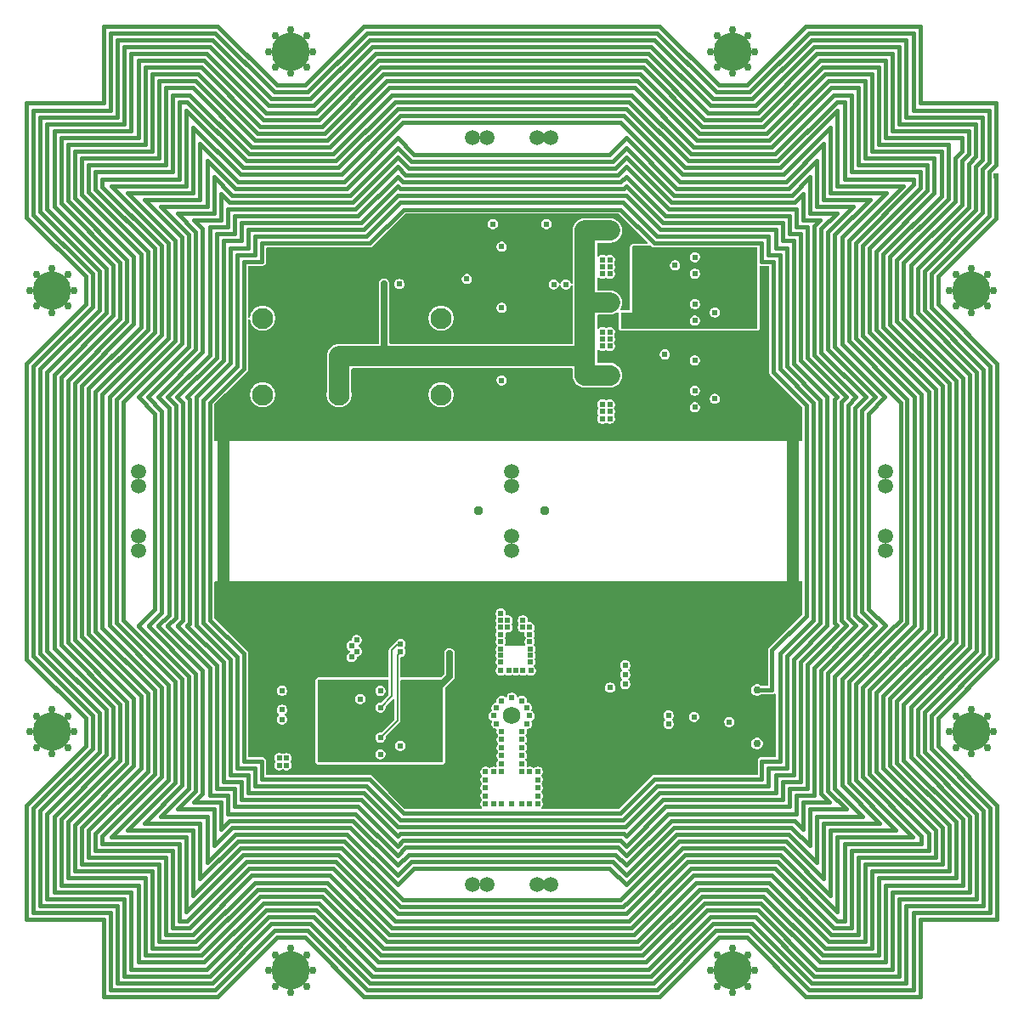
<source format=gbr>
%TF.GenerationSoftware,KiCad,Pcbnew,9.0.1*%
%TF.CreationDate,2025-06-24T16:04:44-04:00*%
%TF.ProjectId,-Z,2d5a2e6b-6963-4616-945f-706362585858,rev?*%
%TF.SameCoordinates,Original*%
%TF.FileFunction,Copper,L3,Inr*%
%TF.FilePolarity,Positive*%
%FSLAX46Y46*%
G04 Gerber Fmt 4.6, Leading zero omitted, Abs format (unit mm)*
G04 Created by KiCad (PCBNEW 9.0.1) date 2025-06-24 16:04:44*
%MOMM*%
%LPD*%
G01*
G04 APERTURE LIST*
%TA.AperFunction,ComponentPad*%
%ADD10C,0.762000*%
%TD*%
%TA.AperFunction,ComponentPad*%
%ADD11C,3.800000*%
%TD*%
%TA.AperFunction,ComponentPad*%
%ADD12C,1.500000*%
%TD*%
%TA.AperFunction,ComponentPad*%
%ADD13C,1.727200*%
%TD*%
%TA.AperFunction,ComponentPad*%
%ADD14C,2.100000*%
%TD*%
%TA.AperFunction,ViaPad*%
%ADD15C,0.609600*%
%TD*%
%TA.AperFunction,ViaPad*%
%ADD16C,0.939800*%
%TD*%
%TA.AperFunction,ViaPad*%
%ADD17C,0.762000*%
%TD*%
%TA.AperFunction,Conductor*%
%ADD18C,0.203200*%
%TD*%
%TA.AperFunction,Conductor*%
%ADD19C,0.635000*%
%TD*%
%TA.AperFunction,Conductor*%
%ADD20C,2.032000*%
%TD*%
%TA.AperFunction,Conductor*%
%ADD21C,1.143000*%
%TD*%
%TA.AperFunction,Conductor*%
%ADD22C,0.411480*%
%TD*%
G04 APERTURE END LIST*
D10*
%TO.N,GND*%
%TO.C,H2*%
X144200001Y-145800000D03*
X143555751Y-147355750D03*
X143555751Y-144244250D03*
X142000001Y-148000000D03*
D11*
X142000001Y-145800000D03*
D10*
X142000001Y-143600000D03*
X140444251Y-147355750D03*
X140444251Y-144244250D03*
X139800001Y-145800000D03*
%TD*%
D12*
%TO.N,/Burn Wires/VBURN3*%
%TO.C,JP5*%
X164000001Y-96100000D03*
X164000001Y-97499999D03*
%TO.N,Net-(JP5-B)*%
X164000001Y-102499999D03*
X164000001Y-103899998D03*
%TD*%
D10*
%TO.N,GND*%
%TO.C,H8*%
X212000000Y-121999999D03*
X211355750Y-123555749D03*
X211355750Y-120444249D03*
X209800000Y-124199999D03*
D11*
X209800000Y-121999999D03*
D10*
X209800000Y-119799999D03*
X208244250Y-123555749D03*
X208244250Y-120444249D03*
X207600000Y-121999999D03*
%TD*%
%TO.N,GND*%
%TO.C,H5*%
X144200001Y-54200000D03*
X143555751Y-55755750D03*
X143555751Y-52644250D03*
X142000001Y-56400000D03*
D11*
X142000001Y-54200000D03*
D10*
X142000001Y-52000000D03*
X140444251Y-55755750D03*
X140444251Y-52644250D03*
X139800001Y-54200000D03*
%TD*%
%TO.N,GND*%
%TO.C,H7*%
X212000000Y-78000000D03*
X211355750Y-79555750D03*
X211355750Y-76444250D03*
X209800000Y-80200000D03*
D11*
X209800000Y-78000000D03*
D10*
X209800000Y-75800000D03*
X208244250Y-79555750D03*
X208244250Y-76444250D03*
X207600000Y-78000000D03*
%TD*%
D13*
%TO.N,/Interfaces/GPS*%
%TO.C,AE3*%
X164000000Y-120400000D03*
%TD*%
D12*
%TO.N,/Burn Wires/VBURN1*%
%TO.C,JP1*%
X167900000Y-62789000D03*
X166500001Y-62789000D03*
%TO.N,Net-(JP1-B)*%
X161500001Y-62789000D03*
X160100002Y-62789000D03*
%TD*%
D10*
%TO.N,GND*%
%TO.C,H4*%
X120400001Y-78000000D03*
X119755751Y-79555750D03*
X119755751Y-76444250D03*
X118200001Y-80200000D03*
D11*
X118200001Y-78000000D03*
D10*
X118200001Y-75800000D03*
X116644251Y-79555750D03*
X116644251Y-76444250D03*
X116000001Y-78000000D03*
%TD*%
%TO.N,GND*%
%TO.C,H3*%
X120400001Y-121999999D03*
X119755751Y-123555749D03*
X119755751Y-120444249D03*
X118200001Y-124199999D03*
D11*
X118200001Y-121999999D03*
D10*
X118200001Y-119799999D03*
X116644251Y-123555749D03*
X116644251Y-120444249D03*
X116000001Y-121999999D03*
%TD*%
D12*
%TO.N,Net-(JP3-B)*%
%TO.C,JP4*%
X126789000Y-103899999D03*
X126789000Y-102500000D03*
%TO.N,Net-(JP4-B)*%
X126789000Y-97500000D03*
X126789000Y-96100001D03*
%TD*%
D10*
%TO.N,GND*%
%TO.C,H1*%
X188200000Y-145800000D03*
X187555750Y-147355750D03*
X187555750Y-144244250D03*
X186000000Y-148000000D03*
D11*
X186000000Y-145800000D03*
D10*
X186000000Y-143600000D03*
X184444250Y-147355750D03*
X184444250Y-144244250D03*
X183800000Y-145800000D03*
%TD*%
%TO.N,GND*%
%TO.C,H6*%
X188200000Y-54200000D03*
X187555750Y-55755750D03*
X187555750Y-52644250D03*
X186000000Y-56400000D03*
D11*
X186000000Y-54200000D03*
D10*
X186000000Y-52000000D03*
X184444250Y-55755750D03*
X184444250Y-52644250D03*
X183800000Y-54200000D03*
%TD*%
D14*
%TO.N,/Burn Wires/VBURN_A_IN*%
%TO.C,U2*%
X146793600Y-88417600D03*
%TO.N,GND*%
X139173600Y-80797600D03*
%TO.N,VBATT*%
X139173600Y-88417600D03*
X156953600Y-88417600D03*
%TO.N,Net-(D1-A)*%
X156953600Y-80797600D03*
%TD*%
D12*
%TO.N,/Burn Wires/VBURN2*%
%TO.C,JP3*%
X201211001Y-97500000D03*
X201211001Y-96100001D03*
%TO.N,Net-(JP3-B)*%
X201211001Y-103899999D03*
X201211001Y-102500000D03*
%TD*%
%TO.N,Net-(JP1-B)*%
%TO.C,JP2*%
X161500001Y-137211000D03*
X160100002Y-137211000D03*
%TO.N,Net-(JP2-B)*%
X167900000Y-137211000D03*
X166500001Y-137211000D03*
%TD*%
D15*
%TO.N,GND*%
X161400000Y-128372600D03*
X165100000Y-110900000D03*
X162900000Y-113000000D03*
X163600000Y-111600000D03*
X162200000Y-125972600D03*
X162200000Y-129172600D03*
X165100000Y-115900000D03*
X165000001Y-125972600D03*
X185670201Y-121018798D03*
X165800000Y-125972600D03*
X165500000Y-121200000D03*
X162500000Y-119600000D03*
X163000001Y-121968599D03*
X166600000Y-126772600D03*
X166600000Y-128372600D03*
X164400000Y-115900000D03*
X163000001Y-125171799D03*
X152888399Y-123395400D03*
X163000001Y-125972600D03*
X165000001Y-122769399D03*
X162900000Y-110900000D03*
X164000000Y-118600000D03*
X162925001Y-113756200D03*
X184243801Y-80213400D03*
X165100000Y-111600000D03*
X163000000Y-118900000D03*
X165000001Y-124370999D03*
X165000000Y-118900000D03*
X162900000Y-111600000D03*
X164000000Y-129172600D03*
X161400000Y-125972600D03*
X163600000Y-110900000D03*
X165875001Y-114391200D03*
X165875001Y-115026200D03*
X163000001Y-122769399D03*
X148920200Y-118719600D03*
X165800000Y-112300000D03*
X165800000Y-111600000D03*
X162925001Y-114391200D03*
X165000001Y-121968599D03*
X162200000Y-120400000D03*
X163000001Y-123570199D03*
X166600000Y-127572600D03*
X162925001Y-115026200D03*
X165000001Y-125171799D03*
X161400000Y-127572600D03*
X162900000Y-115900000D03*
X163000000Y-129172600D03*
X162500000Y-121200000D03*
X162900000Y-110200000D03*
X166600000Y-125972600D03*
X165500000Y-119600000D03*
X165000000Y-129172600D03*
X179265400Y-84379000D03*
X165800000Y-120400000D03*
X165000001Y-123570199D03*
X182165000Y-120497799D03*
X163000001Y-124370999D03*
X161400000Y-129172600D03*
X161400000Y-126772600D03*
X165875001Y-113756200D03*
X165900000Y-115900000D03*
X162900000Y-112300000D03*
X163703000Y-115900000D03*
X165800000Y-113000000D03*
X184228800Y-88820999D03*
X165800000Y-129172600D03*
X180281401Y-75514399D03*
X166600000Y-129172600D03*
D16*
%TO.N,Net-(AE1-Pad1)*%
X167300000Y-99999800D03*
%TO.N,Net-(AE2-Pad1)*%
X160700000Y-99999800D03*
D15*
%TO.N,BURN_RELAY_A*%
X148556800Y-112852399D03*
X152798600Y-77380800D03*
%TO.N,SDA*%
X182237201Y-89661200D03*
X182252200Y-74699600D03*
X141114601Y-119796799D03*
X150917600Y-124230600D03*
%TO.N,SCL*%
X150917599Y-117907000D03*
X182252201Y-81023200D03*
X141114601Y-117896800D03*
%TO.N,/Burn Wires/VBURN1*%
X173042401Y-74955600D03*
X173779001Y-74955600D03*
X173779000Y-76378000D03*
X173779001Y-75666799D03*
X173042400Y-76378000D03*
X173042401Y-75666799D03*
%TO.N,/Burn Wires/VBURN2*%
X173042400Y-83566200D03*
X173779001Y-82143800D03*
X173779000Y-83566200D03*
X173042401Y-82143800D03*
X173779001Y-82854999D03*
X173042401Y-82854999D03*
%TO.N,/Burn Wires/VBURN3*%
X173042400Y-90805200D03*
X173042401Y-89382800D03*
X173779000Y-89382799D03*
X173779001Y-90093999D03*
X173779000Y-90805200D03*
X173042401Y-90093999D03*
%TO.N,SCL_M*%
X182237200Y-84987599D03*
X179625001Y-120370803D03*
%TO.N,SDA_M*%
X182237200Y-88011199D03*
X179625001Y-121209000D03*
%TO.N,SCL_IO*%
X150926600Y-119565999D03*
X152925600Y-113258796D03*
%TO.N,BURN_EN1*%
X162984001Y-73660200D03*
X148048800Y-114554200D03*
%TO.N,BURN_EN2*%
X162984001Y-79743000D03*
X148559567Y-113977544D03*
%TO.N,SDA_IO*%
X152925600Y-114020800D03*
X150917599Y-122580599D03*
%TO.N,BURN_EN3*%
X148044222Y-113416236D03*
X162984001Y-86982000D03*
%TO.N,/Light Sensor/LS_3V3*%
X182262601Y-77861400D03*
X187687802Y-74699600D03*
X187750800Y-77861400D03*
X176753600Y-77861399D03*
X159529601Y-76885999D03*
X176816600Y-81023200D03*
X175353801Y-80985701D03*
%TO.N,COIL_DRIVER_EN*%
X141114601Y-120751799D03*
X173812200Y-117589800D03*
%TO.N,/GPIO Expander/GE_3V3*%
X145418999Y-121068800D03*
X157802401Y-114173301D03*
X156416200Y-121068800D03*
X156353200Y-117907000D03*
X150907199Y-121068799D03*
X145482000Y-124230600D03*
%TO.N,/Burn Wires/VBURN_A_IN*%
X151300001Y-77355399D03*
X173779001Y-71348799D03*
X173779000Y-78511599D03*
X173779000Y-87173000D03*
X173779000Y-72771199D03*
X173779001Y-79222800D03*
X173779000Y-79934000D03*
X173042401Y-71348799D03*
X173779001Y-86461800D03*
X173042401Y-86461800D03*
X173042400Y-72060000D03*
X173042401Y-87172999D03*
X173042401Y-79933999D03*
X173779000Y-72060000D03*
X173042400Y-78511599D03*
X173042401Y-72771200D03*
X173779000Y-85750600D03*
X173042400Y-85750600D03*
X173042401Y-79222800D03*
%TO.N,3V3_P*%
X175353801Y-79410698D03*
X138398801Y-122359991D03*
X180945800Y-125590000D03*
X138398801Y-121359989D03*
X177085200Y-121234401D03*
X181340000Y-116992600D03*
X176738601Y-86499399D03*
X140873001Y-121869400D03*
X157802401Y-112598298D03*
X187735801Y-86499399D03*
X143389601Y-118846800D03*
X176801600Y-89661200D03*
X182247600Y-86499399D03*
%TO.N,VBATT_M*%
X175308401Y-116306800D03*
X175308400Y-115375902D03*
X140835201Y-124612600D03*
X175308401Y-117246600D03*
X141546400Y-125323799D03*
X141546400Y-124612600D03*
X140835201Y-125323799D03*
%TO.N,/Light Sensor/I2C Protection/DEVICE*%
X182252201Y-76349600D03*
X169384801Y-77419400D03*
%TO.N,/Light Sensor/I2C Protection1/DEVICE*%
X182252201Y-79373200D03*
X168191001Y-77419400D03*
%TO.N,/Light Sensor/ADDR*%
X162118879Y-71401124D03*
X167454400Y-71399599D03*
D17*
%TO.N,/Coil Driver/coil*%
X188438800Y-123164801D03*
X188438801Y-117830802D03*
D15*
X212285401Y-66599000D03*
%TD*%
D18*
%TO.N,SCL_IO*%
X152036600Y-118455999D02*
X150926600Y-119565999D01*
X152646203Y-113258797D02*
X152036601Y-113868399D01*
X152925600Y-113258796D02*
X152646203Y-113258797D01*
X152036601Y-113868399D02*
X152036600Y-118455999D01*
%TO.N,SDA_IO*%
X152620801Y-120877398D02*
X150917599Y-122580599D01*
X152925600Y-114020800D02*
X152620801Y-114325600D01*
X152620801Y-114325600D02*
X152620801Y-120877398D01*
D19*
%TO.N,/GPIO Expander/GE_3V3*%
X157802401Y-116457799D02*
X156364698Y-117895502D01*
X156364698Y-117895502D02*
X156341702Y-117895501D01*
X156341702Y-117895501D02*
X156353200Y-117907000D01*
X157802401Y-114173301D02*
X157802401Y-116457799D01*
D20*
%TO.N,/Burn Wires/VBURN_A_IN*%
X171290800Y-84302800D02*
X171290800Y-86461799D01*
X171290800Y-79146600D02*
X171290800Y-84302800D01*
X146793601Y-84556800D02*
X146793601Y-88417600D01*
X171367000Y-79222800D02*
X173779001Y-79222800D01*
X173779000Y-72060000D02*
X171290800Y-72060000D01*
D19*
X151300001Y-77355399D02*
X151300001Y-84556800D01*
D20*
X171290800Y-84302800D02*
X171036801Y-84556800D01*
X171290800Y-79146600D02*
X171367000Y-79222800D01*
X171290800Y-72060000D02*
X171290800Y-79146600D01*
X171036801Y-84556800D02*
X151300001Y-84556800D01*
X151300001Y-84556800D02*
X146793601Y-84556800D01*
X171290800Y-86461799D02*
X173779001Y-86461800D01*
D21*
%TO.N,3V3_P*%
X135300000Y-92500000D02*
X135300000Y-107700000D01*
X192000000Y-92400000D02*
X192000000Y-107600000D01*
D22*
%TO.N,/Coil Driver/coil*%
X175417299Y-64741000D02*
X179887700Y-69211399D01*
X149814100Y-126716998D02*
X139120699Y-126717000D01*
X206481500Y-76628198D02*
X212285401Y-70824297D01*
X175417299Y-62810598D02*
X180446501Y-67839800D01*
X134447101Y-52345799D02*
X124033101Y-52345798D01*
X176788899Y-56460599D02*
X174439400Y-56460600D01*
X206202100Y-112213599D02*
X206202100Y-111379200D01*
X132211900Y-57832199D02*
X129519500Y-57832199D01*
X123601299Y-80234999D02*
X117708500Y-86127799D01*
X175087100Y-130780999D02*
X152912899Y-130781000D01*
X190479500Y-134946599D02*
X196372300Y-140839399D01*
X182961099Y-61667600D02*
X177068300Y-55774798D01*
X127462100Y-136572198D02*
X127462101Y-144268399D01*
X178770099Y-71954600D02*
X190276299Y-71954600D01*
X174020300Y-134895799D02*
X153979700Y-134895799D01*
X139222299Y-139061400D02*
X144784900Y-139061399D01*
X174807701Y-130095199D02*
X153192300Y-130095199D01*
X175417299Y-67636599D02*
X179049500Y-71268799D01*
X146461299Y-65096598D02*
X137545901Y-65096598D01*
X126776300Y-55088998D02*
X126776299Y-62759798D01*
X177042900Y-144268399D02*
X182935699Y-138375599D01*
X129697300Y-88616999D02*
X133888299Y-84425999D01*
X121823300Y-89027199D02*
X121823301Y-89027200D01*
X137317299Y-75129600D02*
X139120699Y-75129599D01*
X124033101Y-52345798D02*
X124033100Y-60041999D01*
X131576900Y-132457398D02*
X131576900Y-139950398D01*
X175391899Y-137232599D02*
X173740900Y-135581599D01*
X121137500Y-131542998D02*
X121137499Y-135200600D01*
X210316900Y-130145999D02*
X204424100Y-124253198D01*
X182097499Y-136318200D02*
X189920699Y-136318200D01*
X136707700Y-67153999D02*
X147299500Y-67153999D01*
X198988500Y-130399998D02*
X194391100Y-130399999D01*
X175391899Y-63775798D02*
X175417299Y-63775799D01*
X199267899Y-111426199D02*
X194822900Y-115871198D01*
X204669174Y-140681536D02*
X212369235Y-140681535D01*
X203306500Y-60727798D02*
X203306500Y-53031599D01*
X127385899Y-131085800D02*
X132948499Y-131085799D01*
X189590500Y-72640399D02*
X189590500Y-74443798D01*
X195762700Y-131771599D02*
X195762700Y-138299399D01*
X152883699Y-60604599D02*
X147020100Y-66468199D01*
X211688499Y-114448800D02*
X211688499Y-85594398D01*
X128757499Y-111426199D02*
X129824299Y-110359399D01*
X175391899Y-67636600D02*
X175417299Y-67636599D01*
X125404700Y-138629598D02*
X125404701Y-146325799D01*
X121823299Y-112239000D02*
X127716099Y-118131800D01*
X203306500Y-139315399D02*
X211002700Y-139315398D01*
X194060899Y-110842000D02*
X190708100Y-114194799D01*
X152608099Y-59914999D02*
X146740699Y-65782399D01*
X127385900Y-68957398D02*
X132948499Y-68957399D01*
X196372300Y-70328999D02*
X194822900Y-71878399D01*
X123349304Y-59361662D02*
X115649302Y-59361662D01*
X133888299Y-146325800D02*
X139781100Y-140432999D01*
X131830899Y-72437198D02*
X129036900Y-69643198D01*
X128732099Y-88617000D02*
X133202499Y-84146600D01*
X197337500Y-111426200D02*
X193451300Y-115312398D01*
X138384100Y-137003999D02*
X145623100Y-137003999D01*
X189641300Y-63039198D02*
X182402300Y-63039198D01*
X175391899Y-132406598D02*
X175137901Y-132152600D01*
X201198300Y-111426199D02*
X196194499Y-116429999D01*
X183215100Y-139061399D02*
X188803100Y-139061400D01*
X124604601Y-88883698D02*
X124604601Y-111159500D01*
X204093900Y-111426199D02*
X204093900Y-88616999D01*
X139501700Y-139747199D02*
X144505499Y-139747198D01*
X122229701Y-79676199D02*
X116336899Y-85568999D01*
X203395401Y-88883700D02*
X203395401Y-111159498D01*
X193019499Y-129028399D02*
X193019499Y-131695398D01*
X212272699Y-65528400D02*
X212272701Y-59361662D01*
X150677700Y-144954199D02*
X154271800Y-144954199D01*
X129519500Y-65528399D02*
X121823299Y-65528400D01*
X174829300Y-138760399D02*
X180700499Y-132889200D01*
X196194499Y-127606000D02*
X198988500Y-130399998D01*
X191393900Y-85568998D02*
X194746700Y-88921798D01*
X211586901Y-70557599D02*
X211586900Y-66214199D01*
X138434900Y-125599399D02*
X136631500Y-125599399D01*
X143667300Y-58238598D02*
X140339900Y-58238598D01*
X127792299Y-111426200D02*
X129138499Y-110080000D01*
X212369235Y-129315434D02*
X206481500Y-123427698D01*
X208843699Y-62785199D02*
X201249100Y-62785199D01*
X133888299Y-71700600D02*
X135691700Y-71700599D01*
X153141500Y-132838399D02*
X152608099Y-133371798D01*
X122229700Y-123694399D02*
X116336900Y-129587199D01*
X129036900Y-69643198D02*
X133634300Y-69643199D01*
X116336899Y-85568999D02*
X116336899Y-114474199D01*
X131653100Y-111451599D02*
X131653101Y-111426200D01*
X192079699Y-114753599D02*
X192079699Y-126285198D01*
X202366699Y-118944599D02*
X208259500Y-113051799D01*
X195534100Y-142896799D02*
X199191700Y-142896799D01*
X181818100Y-135632399D02*
X190200100Y-135632399D01*
X131653101Y-111426200D02*
X131881699Y-111197600D01*
X153700299Y-65833198D02*
X174299700Y-65833199D01*
X125658699Y-118969998D02*
X125658699Y-125091399D01*
X199191700Y-57146399D02*
X195534100Y-57146398D01*
X153420900Y-66518999D02*
X174579099Y-66519000D01*
X136707700Y-132889198D02*
X147299500Y-132889199D01*
X152544601Y-57146398D02*
X152544601Y-57146399D01*
X133888299Y-128342598D02*
X133888299Y-115617199D01*
X137545901Y-65096598D02*
X131653101Y-59203799D01*
X194746700Y-111121399D02*
X191393899Y-114474200D01*
X152074701Y-141525199D02*
X175925301Y-141525199D01*
X201680899Y-74672400D02*
X207472100Y-68881200D01*
X135005900Y-131695399D02*
X135005899Y-129028399D01*
X129138500Y-90013999D02*
X127766899Y-88642400D01*
X173740900Y-64461598D02*
X175391899Y-62810599D01*
X212369235Y-85309935D02*
X206481500Y-79422199D01*
X127030300Y-118411198D02*
X127030300Y-125650198D01*
X125734900Y-68271599D02*
X130459300Y-72995999D01*
X202976300Y-67585799D02*
X196448500Y-67585798D01*
X137749100Y-73757999D02*
X137749100Y-71954599D01*
X147858300Y-131517599D02*
X136148900Y-131517599D01*
X137063299Y-71268798D02*
X148975901Y-71268798D01*
X124871299Y-88617000D02*
X124604601Y-88883698D01*
X198251899Y-82774998D02*
X198251899Y-73275399D01*
X202290500Y-131771600D02*
X195762700Y-131771599D01*
X203738299Y-124532600D02*
X203738300Y-119503398D01*
X134320100Y-66696798D02*
X136148900Y-68525599D01*
X125734899Y-131771600D02*
X132262700Y-131771599D01*
X135259900Y-84984799D02*
X135259899Y-73072200D01*
X131932500Y-141525200D02*
X137825301Y-135632399D01*
X189933401Y-117830801D02*
X188438801Y-117830802D01*
X194975301Y-55774799D02*
X189082500Y-61667600D01*
X124718899Y-139315399D02*
X124718900Y-147011599D01*
X153188498Y-61265000D02*
X174836901Y-61265000D01*
X174820400Y-142210999D02*
X176204700Y-142210999D01*
X130459300Y-117014198D02*
X130459300Y-127047199D01*
X123194900Y-66899998D02*
X123194900Y-67661999D01*
X191393899Y-114474200D02*
X191393900Y-125599399D01*
X203306501Y-147011599D02*
X203306500Y-139315399D01*
X119765900Y-86965999D02*
X119765900Y-113077199D01*
X115649303Y-85304096D02*
X115649302Y-114739103D01*
X200309299Y-125929600D02*
X200309299Y-118106398D01*
X145902499Y-136318200D02*
X151795299Y-142211000D01*
X135005899Y-71014799D02*
X135005899Y-68347800D01*
X178185900Y-53031599D02*
X149839499Y-53031600D01*
X126776300Y-144954199D02*
X133329500Y-144954199D01*
X204830501Y-132381198D02*
X198937700Y-126488398D01*
X128147901Y-56460599D02*
X128147900Y-64156799D01*
X195813500Y-142210999D02*
X198505899Y-142211000D01*
X187406100Y-57552799D02*
X184637500Y-57552799D01*
X204424100Y-119782798D02*
X210316900Y-113889999D01*
X198937700Y-73554799D02*
X204728899Y-67763600D01*
X203992301Y-52345798D02*
X193578301Y-52345798D01*
X190708100Y-114194799D02*
X190708101Y-124913600D01*
X208157900Y-69160598D02*
X208157900Y-64817199D01*
X205109900Y-79980999D02*
X205109899Y-76069400D01*
X193375099Y-110426701D02*
X189933401Y-113868399D01*
X189933401Y-113868399D02*
X189933401Y-117830801D01*
X194137099Y-71599000D02*
X194137099Y-84451400D01*
X198937700Y-126488398D02*
X198937700Y-117547599D01*
X117022700Y-114194799D02*
X122915500Y-120087599D01*
X130205301Y-141525199D02*
X131932500Y-141525200D01*
X183240500Y-60981799D02*
X177347700Y-55088999D01*
X183494500Y-139747198D02*
X188523700Y-139747199D01*
X194391100Y-130399999D02*
X194391100Y-134997398D01*
X128401900Y-73834199D02*
X128401900Y-82190799D01*
X195254699Y-56460600D02*
X189361899Y-62353400D01*
X129824299Y-110359399D02*
X129824299Y-89734599D01*
X132948500Y-63394798D02*
X136707700Y-67153999D01*
X206202100Y-111379200D02*
X206202100Y-111379199D01*
X199877499Y-56460600D02*
X195254699Y-56460600D01*
X211586900Y-60041998D02*
X203992300Y-60041999D01*
X202366699Y-74951799D02*
X208157900Y-69160598D01*
X189361899Y-62353400D02*
X182681699Y-62353399D01*
X209529500Y-64410799D02*
X209529501Y-62099399D01*
X196194499Y-83613199D02*
X201172900Y-88591599D01*
X152633499Y-131466798D02*
X149255300Y-128088599D01*
X133939099Y-110841998D02*
X133939099Y-89201200D01*
X195762700Y-138299399D02*
X191038299Y-133574998D01*
X192333700Y-130145998D02*
X179582899Y-130145998D01*
X120451699Y-87245399D02*
X120451699Y-112797799D01*
X204728900Y-66214199D02*
X197820100Y-66214198D01*
X204830501Y-111654798D02*
X204830499Y-111197600D01*
X208259500Y-86991399D02*
X202366699Y-81098599D01*
X152862099Y-132152599D02*
X152608099Y-132406599D01*
X190758900Y-134260799D02*
X196448500Y-139950399D01*
X146181901Y-64410798D02*
X137825300Y-64410799D01*
X189920699Y-63725000D02*
X182122901Y-63724999D01*
X190962099Y-128774400D02*
X179024099Y-128774400D01*
X198175700Y-89709199D02*
X198175700Y-110333999D01*
X152354101Y-140839399D02*
X152862100Y-140839399D01*
X131195900Y-110918199D02*
X131195900Y-89175799D01*
X137825301Y-135632399D02*
X146181900Y-135632399D01*
X198302699Y-88617000D02*
X197489899Y-89429800D01*
X152608100Y-140128200D02*
X175391899Y-140128200D01*
X121823299Y-65528400D02*
X121823300Y-68220799D01*
X175137901Y-67890600D02*
X175391899Y-67636600D01*
X152608099Y-66671400D02*
X153141501Y-67204798D01*
X177068300Y-55774798D02*
X153636801Y-55774799D01*
X190200100Y-135632399D02*
X196092900Y-141525199D01*
X196372299Y-111426200D02*
X192765500Y-115032997D01*
X181538700Y-134946599D02*
X190479500Y-134946599D01*
X197134300Y-59203799D02*
X196372299Y-59203800D01*
X133329500Y-55088998D02*
X126776300Y-55088998D01*
X123906099Y-88616999D02*
X123906099Y-111426199D01*
X149534700Y-72640399D02*
X152912900Y-69262199D01*
X198937700Y-82495598D02*
X198937700Y-73554799D01*
X178465300Y-127402798D02*
X175087100Y-130780999D01*
X174261601Y-144268399D02*
X177042900Y-144268399D01*
X151236499Y-143582600D02*
X153979699Y-143582599D01*
X145343699Y-137689799D02*
X151236499Y-143582600D01*
X193857700Y-53031599D02*
X187964899Y-58924400D01*
X137063299Y-73072199D02*
X137063299Y-71268798D01*
X187685500Y-58238599D02*
X184358100Y-58238599D01*
X197820100Y-133828999D02*
X205516300Y-133828999D01*
X123194900Y-132381199D02*
X123194899Y-133143200D01*
X175391899Y-65706200D02*
X175417299Y-65706199D01*
X206887899Y-87550199D02*
X200995100Y-81657399D01*
X188244300Y-59610198D02*
X183799299Y-59610199D01*
X119080100Y-86686598D02*
X119080100Y-110083800D01*
X205109900Y-123973798D02*
X205109900Y-120062198D01*
X124972899Y-124812000D02*
X119080100Y-130704799D01*
X199623500Y-117827000D02*
X205516299Y-111934200D01*
X130662501Y-88617000D02*
X134574100Y-84705399D01*
X154271800Y-144954199D02*
X177322300Y-144954199D01*
X190276300Y-73757998D02*
X191393899Y-73758000D01*
X197566099Y-83054400D02*
X197566099Y-72996000D01*
X130510100Y-89455199D02*
X129697300Y-88642400D01*
X196804100Y-89150399D02*
X196804100Y-110892799D01*
X124033101Y-147697399D02*
X134447101Y-147697399D01*
X124083901Y-132457398D02*
X131576900Y-132457398D01*
X177347700Y-55088999D02*
X153662201Y-55088999D01*
X200995100Y-125650199D02*
X200995100Y-118385798D01*
X147858300Y-68525599D02*
X152608099Y-63775799D01*
X139120699Y-126717000D02*
X139120699Y-124913599D01*
X206202100Y-131822399D02*
X200309299Y-125929600D01*
X198505899Y-142211000D02*
X198505900Y-134514800D01*
X194975300Y-144268399D02*
X200563299Y-144268400D01*
X139501699Y-60296000D02*
X133608899Y-54403200D01*
X124287100Y-80514399D02*
X118394299Y-86407200D01*
X199877500Y-64156798D02*
X199877499Y-56460600D01*
X194391100Y-65071199D02*
X194391100Y-69643198D01*
X204708965Y-59361662D02*
X204669174Y-59321875D01*
X152891299Y-139446200D02*
X175108699Y-139446200D01*
X195813500Y-57832199D02*
X189920699Y-63725000D01*
X152608099Y-136267399D02*
X147858300Y-131517599D01*
X208157900Y-64817199D02*
X208843700Y-64131399D01*
X138663500Y-137689799D02*
X145343699Y-137689799D01*
X175671299Y-59203800D02*
X152354100Y-59203799D01*
X184612100Y-142490399D02*
X187406100Y-142490399D01*
X175366500Y-131466799D02*
X152633499Y-131466798D01*
X175925301Y-141525199D02*
X181818100Y-135632399D01*
X194137099Y-53717398D02*
X188244300Y-59610198D01*
X199623500Y-73834198D02*
X205414700Y-68042999D01*
X176484099Y-142896799D02*
X182376900Y-137003999D01*
X179862300Y-130831798D02*
X175391899Y-135302199D01*
X135005899Y-68347800D02*
X135869501Y-69211399D01*
X183519901Y-60295998D02*
X177627099Y-54403200D01*
X125184350Y-111739249D02*
X130459300Y-117014198D01*
X144784901Y-60981798D02*
X139222299Y-60981798D01*
X149560099Y-147697399D02*
X178439900Y-147697400D01*
X132338901Y-71014798D02*
X135005899Y-71014799D01*
X129773499Y-117293599D02*
X129773499Y-126767799D01*
X138434900Y-72640399D02*
X149534700Y-72640399D01*
X184637500Y-57552799D02*
X178746364Y-51661663D01*
X121823301Y-89027200D02*
X121823301Y-110845800D01*
X199623500Y-82216198D02*
X199623500Y-73834198D01*
X188904699Y-75129599D02*
X190022299Y-75129600D01*
X196880300Y-72716598D02*
X201325299Y-68271599D01*
X137063299Y-128774400D02*
X137063299Y-126970999D01*
X153700299Y-134210000D02*
X152608099Y-135302200D01*
X129087700Y-73554799D02*
X129087700Y-82470198D01*
X207472100Y-68881200D02*
X207472100Y-63471000D01*
X133050100Y-55774799D02*
X127462100Y-55774799D01*
X151515900Y-57146400D02*
X145623100Y-63039199D01*
X126344499Y-81352600D02*
X120451699Y-87245399D01*
X118394299Y-86407200D02*
X118394299Y-113635998D01*
X197489899Y-110613398D02*
X198302699Y-111426200D01*
X144226100Y-59610199D02*
X139781100Y-59610199D01*
X196372300Y-140839399D02*
X197134300Y-140839399D01*
X196880300Y-127326599D02*
X196880300Y-116709399D01*
X174299700Y-65833199D02*
X175391899Y-64740999D01*
X153662201Y-55088999D02*
X150677700Y-55088998D01*
X115649302Y-59361662D02*
X115649302Y-70733601D01*
X134167699Y-53031600D02*
X124718900Y-53031598D01*
X117022700Y-85848399D02*
X117022700Y-114194799D01*
X174858500Y-132838399D02*
X153141500Y-132838399D01*
X190682700Y-74443798D02*
X190708101Y-74469199D01*
X149255300Y-128088599D02*
X137749100Y-128088599D01*
X196092900Y-141525199D02*
X197820099Y-141525200D01*
X209631099Y-86432599D02*
X203738300Y-80539800D01*
X123349304Y-148381534D02*
X134728163Y-148381534D01*
X189590500Y-125624798D02*
X189590500Y-127402798D01*
X211688499Y-85594398D02*
X205795700Y-79701599D01*
X149839499Y-53031600D02*
X143946700Y-58924399D01*
X139120699Y-73326198D02*
X149814100Y-73326199D01*
X194416499Y-54403199D02*
X188523700Y-60295998D01*
X129519500Y-57832199D02*
X129519500Y-65528399D01*
X124287100Y-124532599D02*
X118394299Y-130425399D01*
X207573699Y-87270800D02*
X201680899Y-81378000D01*
X140339900Y-58238598D02*
X134447101Y-52345799D01*
X153979699Y-143582599D02*
X153979700Y-143582600D01*
X118394299Y-130425399D02*
X118394300Y-137943799D01*
X200309299Y-74113600D02*
X206100500Y-68322399D01*
X152608099Y-67636599D02*
X152862100Y-67890600D01*
X206887899Y-112492999D02*
X206887899Y-89459001D01*
X206481500Y-123427698D02*
X206481500Y-120620999D01*
X179608299Y-69897199D02*
X192333699Y-69897200D01*
X119080100Y-110083800D02*
X119080100Y-113356599D01*
X134320100Y-70328999D02*
X134320100Y-66696798D01*
X129087700Y-82470198D02*
X123194900Y-88362999D01*
X132948499Y-68957399D02*
X132948500Y-63394798D01*
X148696499Y-70583000D02*
X152608099Y-66671400D01*
X194822900Y-115871198D02*
X194822900Y-128164798D01*
X152862100Y-140839399D02*
X152862101Y-140839399D01*
X184078700Y-58924399D02*
X178185900Y-53031599D01*
X200309299Y-81936800D02*
X200309299Y-74113600D01*
X144226100Y-140432999D02*
X150118900Y-146325799D01*
X204830499Y-88388400D02*
X198937700Y-82495598D01*
X121137500Y-68500199D02*
X127030300Y-74392999D01*
X175137901Y-132152600D02*
X152862099Y-132152599D01*
X187685501Y-141804599D02*
X193578299Y-147697400D01*
X204669175Y-148381535D02*
X204669174Y-140681536D01*
X134447101Y-147697399D02*
X140339900Y-141804599D01*
X127716099Y-125929600D02*
X121823299Y-131822400D01*
X189590500Y-74443798D02*
X190682700Y-74443798D01*
X152159150Y-137748850D02*
X153170700Y-138760400D01*
X204424100Y-75790000D02*
X210215301Y-69998799D01*
X119080100Y-130704799D02*
X119080100Y-137257999D01*
X190276299Y-71954600D02*
X190276300Y-73757998D01*
X203052500Y-75231199D02*
X208843699Y-69440000D01*
X122509100Y-133828999D02*
X130205300Y-133828999D01*
X191038299Y-66468200D02*
X181005300Y-66468199D01*
X131145100Y-116734800D02*
X131145100Y-127326599D01*
X149560099Y-52345799D02*
X143667300Y-58238598D01*
X126056849Y-88396649D02*
X131145100Y-83308398D01*
X129138499Y-110080000D02*
X129138500Y-90013999D01*
X177627099Y-54403200D02*
X150398301Y-54403200D01*
X132770701Y-143582600D02*
X138663500Y-137689799D01*
X199191700Y-64842599D02*
X199191700Y-57146399D01*
X133888299Y-84425999D02*
X133888299Y-71700600D01*
X178185900Y-126716999D02*
X174807701Y-130095199D01*
X196118300Y-88870998D02*
X196118300Y-111172200D01*
X132516700Y-83867198D02*
X132516700Y-72157798D01*
X211586900Y-65248998D02*
X211586900Y-60041998D01*
X135005899Y-129028399D02*
X132338901Y-129028399D01*
X140339900Y-141804599D02*
X143667300Y-141804599D01*
X202620700Y-53717399D02*
X194137099Y-53717398D01*
X125404701Y-146325799D02*
X133888299Y-146325800D01*
X205414700Y-68042999D02*
X205414700Y-65528400D01*
X152608099Y-132406599D02*
X148975900Y-128774399D01*
X196194499Y-72437198D02*
X196194499Y-83613199D01*
X193705300Y-133346398D02*
X191876501Y-131517599D01*
X202620699Y-146325800D02*
X202620700Y-138629600D01*
X200995100Y-81657399D02*
X200995100Y-74392998D01*
X135945700Y-126285198D02*
X135945700Y-114778998D01*
X210901100Y-70278199D02*
X210901099Y-65934799D01*
X132948499Y-136648399D02*
X136707700Y-132889198D01*
X123194900Y-67661999D02*
X129087700Y-73554799D01*
X152608099Y-64741000D02*
X153700299Y-65833198D01*
X153170700Y-138760400D02*
X174829300Y-138760399D01*
X138434900Y-127402799D02*
X138434900Y-125599399D01*
X204093900Y-88616999D02*
X198251899Y-82774998D01*
X133888299Y-115617199D02*
X129722700Y-111451599D01*
X132567500Y-111400799D02*
X132567501Y-88642400D01*
X174858500Y-67204799D02*
X175391899Y-66671399D01*
X133939099Y-89201200D02*
X137317300Y-85822999D01*
X204669174Y-59321875D02*
X204669174Y-51661664D01*
X193705300Y-66722199D02*
X193705300Y-70328998D01*
X179887700Y-69211399D02*
X192181299Y-69211398D01*
X124604601Y-111159500D02*
X125184350Y-111739249D01*
X136987100Y-66468200D02*
X132262700Y-61743797D01*
X197820099Y-58518000D02*
X196092900Y-58517999D01*
X187964899Y-58924400D02*
X184078700Y-58924399D01*
X192333699Y-69897200D02*
X192333700Y-71700598D01*
X193451300Y-115312398D02*
X193451300Y-127656799D01*
X180979900Y-133574999D02*
X175637650Y-138917249D01*
X202768650Y-88256949D02*
X203395401Y-88883700D01*
X196448500Y-132457399D02*
X203941500Y-132457399D01*
X131627700Y-88616999D02*
X135259900Y-84984799D01*
X153357401Y-56460598D02*
X151236499Y-56460600D01*
X136428299Y-67839800D02*
X147578899Y-67839800D01*
X194746700Y-88921798D02*
X194746700Y-111121399D01*
X179049500Y-71268799D02*
X190962099Y-71268798D01*
X116336899Y-60042000D02*
X116336899Y-70456000D01*
X127030300Y-125650198D02*
X121137500Y-131542998D01*
X175391899Y-66671399D02*
X175417299Y-66671400D01*
X129519500Y-142210999D02*
X132211899Y-142211000D01*
X196372299Y-88617000D02*
X196118300Y-88870998D01*
X203738300Y-80539800D02*
X203738300Y-75510599D01*
X202620700Y-138629600D02*
X210316900Y-138629599D01*
X173740900Y-135581599D02*
X154259100Y-135581599D01*
X205516300Y-88108999D02*
X199623500Y-82216198D01*
X134574100Y-115337799D02*
X130687901Y-111451600D01*
X203052500Y-80819198D02*
X203052500Y-75231199D01*
X127030300Y-81631999D02*
X121137500Y-87524799D01*
X115649302Y-114739103D02*
X121543899Y-120633700D01*
X177906500Y-53717399D02*
X150118900Y-53717398D01*
X133634300Y-65045798D02*
X136428299Y-67839800D01*
X195076900Y-136648399D02*
X195076900Y-131085799D01*
X190962099Y-71268798D02*
X190962099Y-73072199D01*
X176204700Y-142210999D02*
X182097499Y-136318200D01*
X119765900Y-113077199D02*
X125658699Y-118969998D01*
X119080100Y-113356599D02*
X124972900Y-119249399D01*
X146740699Y-65782399D02*
X137266500Y-65782400D01*
X148417099Y-69897199D02*
X152608099Y-65706199D01*
X132516700Y-72157798D02*
X130687901Y-70328999D01*
X210215300Y-61413598D02*
X202620700Y-61413598D01*
X178746364Y-51661663D02*
X149279036Y-51661663D01*
X210215301Y-64690199D02*
X210215300Y-61413598D01*
X152608099Y-65706199D02*
X153420900Y-66518999D01*
X131576900Y-67585799D02*
X124083900Y-67585799D01*
X204043100Y-66899999D02*
X197134300Y-66899999D01*
X153192300Y-69947999D02*
X174833099Y-69948000D01*
X198251899Y-73275399D02*
X204043100Y-67484199D01*
X189361901Y-137689798D02*
X195254699Y-143582600D01*
X208843700Y-65096599D02*
X209529500Y-64410799D01*
X209529500Y-69719399D02*
X209529501Y-65375999D01*
X201680899Y-118665200D02*
X207573699Y-112772398D01*
X125404700Y-53717399D02*
X125404700Y-61413599D01*
X130687901Y-111451600D02*
X130687900Y-111426199D01*
X127766899Y-88616999D02*
X132516700Y-83867198D01*
X191901901Y-68525599D02*
X193705300Y-66722199D01*
X206887899Y-89459001D02*
X206887901Y-89458999D01*
X195762700Y-61743799D02*
X191038299Y-66468200D01*
X126776299Y-62759798D02*
X126750899Y-62785198D01*
X133202500Y-71878398D02*
X132338901Y-71014798D01*
X136631500Y-85543598D02*
X136631500Y-74443798D01*
X117022700Y-60727798D02*
X117022700Y-70176599D01*
X148417099Y-130145999D02*
X135691700Y-130145999D01*
X123194900Y-88362999D02*
X123194900Y-88896399D01*
X197566099Y-72996000D02*
X202976300Y-67585799D01*
X152608099Y-62810598D02*
X154259100Y-64461598D01*
X128401900Y-126208998D02*
X122509099Y-132101799D01*
X182935699Y-138375599D02*
X189082500Y-138375600D01*
X124718899Y-60727799D02*
X117022700Y-60727798D01*
X194060900Y-89201199D02*
X194060899Y-110842000D01*
X191647900Y-129460198D02*
X179303501Y-129460199D01*
X126801699Y-88617000D02*
X131830899Y-83587798D01*
X132338901Y-129028399D02*
X133202500Y-128164800D01*
X191876501Y-131517599D02*
X180141700Y-131517599D01*
X134728163Y-148381534D02*
X140619299Y-142490400D01*
X116336900Y-140001199D02*
X124033100Y-140001199D01*
X122915499Y-79955600D02*
X117022700Y-85848399D01*
X190962099Y-73072199D02*
X192079699Y-73072200D01*
X118394299Y-69617799D02*
X124287100Y-75510599D01*
X130459300Y-83028999D02*
X124871299Y-88617000D01*
X130891099Y-133143199D02*
X130891099Y-140839400D01*
X148696500Y-129460199D02*
X136377500Y-129460199D01*
X203738300Y-119503398D02*
X209631099Y-113610599D01*
X193451299Y-71700600D02*
X193451300Y-84730799D01*
X150398301Y-145640000D02*
X177601699Y-145639999D01*
X136631500Y-125599399D02*
X136631499Y-114499600D01*
X175391899Y-64740999D02*
X175417299Y-64741000D01*
X195534100Y-57146398D02*
X189641300Y-63039198D01*
X175637650Y-138917249D02*
X175391899Y-139162999D01*
X197566100Y-116988799D02*
X197566100Y-127047198D01*
X149279036Y-51661663D02*
X143387899Y-57552798D01*
X151795300Y-57832199D02*
X145902499Y-63725000D01*
X205516299Y-111934200D02*
X205516300Y-88108999D01*
X175417299Y-65706199D02*
X179608299Y-69897199D01*
X137266500Y-65782400D02*
X131576900Y-60092799D01*
X208843699Y-69440000D02*
X208843700Y-65096599D01*
X136631499Y-114499600D02*
X133253299Y-111121400D01*
X210316900Y-86153199D02*
X204424100Y-80260400D01*
X180167100Y-68525599D02*
X191901901Y-68525599D01*
X200233100Y-88617000D02*
X198861500Y-89988599D01*
X124972900Y-75231197D02*
X124972900Y-80793799D01*
X122915500Y-76069398D02*
X122915499Y-79955600D01*
X150118900Y-53717398D02*
X144226100Y-59610199D01*
X136631500Y-74443798D02*
X138434900Y-74443799D01*
X206202100Y-111379199D02*
X206202100Y-89078000D01*
X135945700Y-85264200D02*
X135945700Y-73758000D01*
X121137500Y-112518399D02*
X127030300Y-118411198D01*
X118394300Y-137943799D02*
X126090500Y-137943799D01*
X203992300Y-60041999D02*
X203992301Y-52345798D01*
X121823299Y-131822400D02*
X121823300Y-134514799D01*
X189082500Y-138375600D02*
X194975300Y-144268399D01*
X133329500Y-144954199D02*
X139222299Y-139061400D01*
X135259899Y-126971000D02*
X135259900Y-115058399D01*
X179328901Y-70582999D02*
X191647900Y-70582999D01*
X193857700Y-147011599D02*
X203306501Y-147011599D01*
X205414700Y-65528400D02*
X198505900Y-65528398D01*
X178465300Y-52345799D02*
X149560099Y-52345799D01*
X195076900Y-68957399D02*
X199674300Y-68957398D01*
X120451699Y-64156800D02*
X120451699Y-68779600D01*
X124972900Y-119249399D02*
X124972899Y-124812000D01*
X209631099Y-113610599D02*
X209631099Y-86432599D01*
X177881099Y-146325800D02*
X183773899Y-140433000D01*
X152074701Y-58517999D02*
X146181901Y-64410798D01*
X192155900Y-130831798D02*
X179862300Y-130831798D01*
X122509099Y-132101799D02*
X122509100Y-133828999D01*
X198505900Y-65528398D02*
X198505900Y-57832199D01*
X123601299Y-75790000D02*
X123601299Y-80234999D01*
X178744699Y-128088599D02*
X175366500Y-131466799D01*
X194721300Y-71014799D02*
X194137099Y-71599000D01*
X124718900Y-53031598D02*
X124718899Y-60727799D01*
X199877499Y-143582600D02*
X199877500Y-135886399D01*
X124972900Y-80793799D02*
X119080100Y-86686598D01*
X204424100Y-124253198D02*
X204424100Y-119782798D01*
X150957100Y-55774799D02*
X145064301Y-61667600D01*
X207573699Y-112772398D02*
X207573699Y-87270800D01*
X202620700Y-61413598D02*
X202620700Y-53717399D01*
X201680899Y-81378000D02*
X201680899Y-74672400D01*
X190276300Y-128088598D02*
X178744699Y-128088599D01*
X191647900Y-72386398D02*
X192765500Y-72386399D01*
X198251899Y-126767799D02*
X198251899Y-117268200D01*
X121137500Y-64842598D02*
X121137500Y-68500199D01*
X198505900Y-57832199D02*
X195813500Y-57832199D01*
X148975900Y-128774399D02*
X137063299Y-128774400D01*
X152544601Y-57146399D02*
X151515900Y-57146400D01*
X198505900Y-134514800D02*
X206202100Y-134514799D01*
X188244299Y-140433000D02*
X194137099Y-146325800D01*
X150957100Y-144268399D02*
X153941600Y-144268399D01*
X119080100Y-137257999D02*
X126776299Y-137257999D01*
X128401900Y-117852399D02*
X128401900Y-126208998D01*
X203941500Y-132457399D02*
X198251899Y-126767799D01*
X202735001Y-89188500D02*
X196880300Y-83333799D01*
X140619299Y-142490400D02*
X143387899Y-142490400D01*
X131195900Y-89175799D02*
X130662500Y-88642399D01*
X138434900Y-74443799D02*
X138434900Y-72640399D01*
X195508700Y-72157800D02*
X195508700Y-83892599D01*
X122509099Y-66214200D02*
X122509099Y-67941399D01*
X125658699Y-74951799D02*
X125658699Y-81073200D01*
X199191700Y-135200599D02*
X206887900Y-135200598D01*
X145902499Y-63725000D02*
X138104699Y-63725000D01*
X180725900Y-67153999D02*
X191317700Y-67153999D01*
X130459300Y-72995999D02*
X130459300Y-83028999D01*
X179582899Y-130145998D02*
X175391899Y-134336998D01*
X208259500Y-130984199D02*
X202366699Y-125091399D01*
X181005300Y-66468199D02*
X175141701Y-60604600D01*
X133050100Y-144268399D02*
X138942900Y-138375599D01*
X134320100Y-129714199D02*
X130687901Y-129714198D01*
X117022700Y-139315399D02*
X124718899Y-139315399D01*
X206786300Y-64156799D02*
X199877500Y-64156798D01*
X133608899Y-145640000D02*
X139501700Y-139747199D01*
X188904699Y-126717000D02*
X178185900Y-126716999D01*
X140060500Y-58924399D02*
X134167699Y-53031600D01*
X150677700Y-55088998D02*
X144784901Y-60981798D01*
X147299500Y-67153999D02*
X153188498Y-61265000D01*
X126090501Y-54403199D02*
X126090500Y-62099399D01*
X139781100Y-140432999D02*
X144226100Y-140432999D01*
X206100500Y-68322399D02*
X206100500Y-64842599D01*
X125658699Y-81073200D02*
X119765900Y-86965999D01*
X208259500Y-136572199D02*
X208259500Y-130984199D01*
X174299700Y-134209999D02*
X153700299Y-134210000D01*
X197489899Y-89429800D02*
X197489899Y-110613398D01*
X175671300Y-59203799D02*
X175671299Y-59203800D01*
X175391899Y-68576400D02*
X178770099Y-71954600D01*
X120451699Y-131263598D02*
X120451700Y-135886399D01*
X174020300Y-65147399D02*
X175391899Y-63775798D01*
X210316900Y-138629599D02*
X210316900Y-130145999D01*
X128757499Y-111451600D02*
X128757499Y-111426199D01*
X195432499Y-111400799D02*
X192079699Y-114753599D01*
X207573699Y-131263598D02*
X201680900Y-125370799D01*
X175391899Y-133371799D02*
X174858500Y-132838399D01*
X179024099Y-128774400D02*
X175391899Y-132406598D01*
X212369235Y-114733263D02*
X212369235Y-85309935D01*
X204830499Y-111197600D02*
X204830499Y-88388400D01*
X143667300Y-141804599D02*
X149560099Y-147697399D01*
X199623500Y-126209000D02*
X199623500Y-117827000D01*
X119765900Y-130984198D02*
X119765901Y-136572198D01*
X126750899Y-62785198D02*
X119080100Y-62785198D01*
X197134300Y-140839399D02*
X197134300Y-133143199D01*
X127792300Y-111451600D02*
X127792299Y-111426200D01*
X197134300Y-66899999D02*
X197134300Y-59203799D01*
X143946700Y-141118799D02*
X149839500Y-147011599D01*
X147578899Y-67839800D02*
X152608099Y-62810598D01*
X196804100Y-110892799D02*
X197337500Y-111426200D01*
X138663500Y-62353398D02*
X132770701Y-56460600D01*
X201172900Y-88642399D02*
X199547300Y-90267999D01*
X137749100Y-128088599D02*
X137749100Y-126285198D01*
X190022299Y-75129600D02*
X190022299Y-86127800D01*
X202366699Y-81098599D02*
X202366699Y-74951799D01*
X190708100Y-85848399D02*
X194060900Y-89201199D01*
X154259100Y-135581599D02*
X152608099Y-137232600D01*
X132262699Y-138299400D02*
X136987100Y-133574998D01*
X192333700Y-71700598D02*
X193451299Y-71700600D01*
X195076900Y-131085799D02*
X200639500Y-131085798D01*
X198861500Y-110054598D02*
X200233100Y-111426200D01*
X208259500Y-113051799D02*
X208259500Y-86991399D01*
X131830899Y-116455400D02*
X126827099Y-111451600D01*
X203992300Y-140001199D02*
X211688499Y-140001198D01*
X145343699Y-62353399D02*
X138663500Y-62353398D01*
X205109899Y-76069400D02*
X210901100Y-70278199D01*
X209631099Y-130425399D02*
X203738299Y-124532600D01*
X199191700Y-142896799D02*
X199191700Y-135200599D01*
X179303501Y-129460199D02*
X175391899Y-133371799D01*
X116336900Y-129587199D02*
X116336900Y-140001199D01*
X143946700Y-58924399D02*
X140060500Y-58924399D01*
X203738300Y-75510599D02*
X209529500Y-69719399D01*
X132211899Y-142211000D02*
X138104699Y-136318200D01*
X138104699Y-136318200D02*
X145902499Y-136318200D01*
X121823300Y-134514799D02*
X129519500Y-134514798D01*
X135259900Y-115058399D02*
X131653100Y-111451599D01*
X198302699Y-111426200D02*
X194137099Y-115591800D01*
X131830899Y-127606000D02*
X131830899Y-116455400D01*
X126344500Y-74672398D02*
X126344499Y-81352600D01*
X201249100Y-137257999D02*
X208945300Y-137257998D01*
X193019499Y-68373198D02*
X193019499Y-71014799D01*
X145623100Y-63039199D02*
X138384100Y-63039199D01*
X118394299Y-113635998D02*
X124287100Y-119528799D01*
X175391899Y-136267400D02*
X174020300Y-134895799D01*
X192333700Y-128342599D02*
X192333700Y-130145998D01*
X189641300Y-137003999D02*
X195534100Y-142896799D01*
X180700499Y-132889200D02*
X191317699Y-132889200D01*
X193451300Y-84730799D02*
X197337500Y-88617000D01*
X174439400Y-56460600D02*
X174439400Y-56460599D01*
X121543899Y-120633700D02*
X121543899Y-123415000D01*
X176230100Y-57832199D02*
X151795300Y-57832199D01*
X125404700Y-61413599D02*
X117708499Y-61413600D01*
X194137099Y-128342598D02*
X192333700Y-128342599D01*
X128833699Y-64842599D02*
X121137500Y-64842598D01*
X117022700Y-129866599D02*
X117022700Y-139315399D01*
X201325299Y-68271599D02*
X195762700Y-68271598D01*
X193019499Y-131695398D02*
X192155900Y-130831798D01*
X126344500Y-125370799D02*
X120451699Y-131263598D01*
X145623100Y-137003999D02*
X151515900Y-142896798D01*
X139781100Y-59610199D02*
X133888299Y-53717398D01*
X190276300Y-126285199D02*
X190276300Y-128088598D01*
X146740699Y-134260799D02*
X152608100Y-140128200D01*
X117708500Y-86127799D02*
X117708500Y-113915399D01*
X174439400Y-56460599D02*
X153357401Y-56460598D01*
X208945300Y-137257998D02*
X208945300Y-130704799D01*
X180446501Y-67839800D02*
X191622499Y-67839800D01*
X133202500Y-115896599D02*
X128757499Y-111451600D01*
X195508700Y-83892599D02*
X200233100Y-88617000D01*
X199547300Y-90267999D02*
X199547300Y-109775199D01*
X133608899Y-54403200D02*
X126090501Y-54403199D01*
X135869500Y-130831799D02*
X135005900Y-131695399D01*
X147578899Y-132203400D02*
X136428299Y-132203400D01*
X153979700Y-65147399D02*
X174020300Y-65147399D01*
X130687901Y-129714198D02*
X132516700Y-127885399D01*
X210215301Y-69998799D02*
X210215299Y-65655400D01*
X147020100Y-133574998D02*
X152891299Y-139446200D01*
X188523700Y-60295998D02*
X183519901Y-60295998D01*
X203306500Y-53031599D02*
X193857700Y-53031599D01*
X120451699Y-112797799D02*
X126344499Y-118690600D01*
X137317300Y-114220198D02*
X133939099Y-110841998D01*
X177601699Y-145639999D02*
X183494500Y-139747198D01*
X212285401Y-70824297D02*
X212285401Y-66599000D01*
X129087699Y-117573000D02*
X129087700Y-126488399D01*
X129722700Y-111426200D02*
X130510100Y-110638799D01*
X128452701Y-109800599D02*
X128452700Y-90293399D01*
X137063299Y-126970999D02*
X135259899Y-126971000D01*
X122229700Y-120366999D02*
X122229700Y-123694399D01*
X201249100Y-144954199D02*
X201249100Y-137257999D01*
X122229700Y-76348798D02*
X122229701Y-79676199D01*
X202768650Y-88256949D02*
X197566099Y-83054400D01*
X121823301Y-87804198D02*
X121823300Y-89027199D01*
X183773899Y-140433000D02*
X188244299Y-140433000D01*
X191393899Y-73758000D02*
X191393900Y-85568998D01*
X128147900Y-135886399D02*
X128147901Y-143582599D01*
X136987100Y-133574998D02*
X147020100Y-133574998D01*
X139120699Y-124913599D02*
X137317299Y-124913600D01*
X133634300Y-130399998D02*
X129036900Y-130399999D01*
X178720964Y-148381535D02*
X184612100Y-142490399D01*
X146461299Y-134946600D02*
X152354101Y-140839399D01*
X181259300Y-134260799D02*
X190758900Y-134260799D01*
X206100500Y-64842599D02*
X199191700Y-64842599D01*
X127462100Y-55774799D02*
X127462100Y-63470999D01*
X134574100Y-84705399D02*
X134574100Y-72386398D01*
X128833699Y-135200599D02*
X128833699Y-142896800D01*
X152354100Y-59203799D02*
X146461299Y-65096598D01*
X212272701Y-59361662D02*
X204708965Y-59361662D01*
X180141700Y-131517599D02*
X175391899Y-136267400D01*
X132948499Y-131085799D02*
X132948499Y-136648399D01*
X197566100Y-127047198D02*
X202290500Y-131771600D01*
X194137099Y-115591800D02*
X194137099Y-128342598D01*
X190479500Y-65096599D02*
X181564100Y-65096598D01*
X131881699Y-88870999D02*
X131627700Y-88616999D01*
X135945700Y-73758000D02*
X137749100Y-73757999D01*
X211002700Y-114169399D02*
X211002700Y-85873799D01*
X194416499Y-145639999D02*
X201934899Y-145640000D01*
X127766899Y-88642400D02*
X127766899Y-88616999D01*
X123906099Y-111426199D02*
X129773499Y-117293599D01*
X195076900Y-63394799D02*
X195076900Y-68957399D01*
X123349303Y-51661663D02*
X123349304Y-59361662D01*
X181564100Y-65096598D02*
X175671300Y-59203799D01*
X194822900Y-84171999D02*
X199267899Y-88616999D01*
X152862101Y-140839399D02*
X175645900Y-140839399D01*
X117708499Y-69897200D02*
X123601299Y-75790000D01*
X126136850Y-111726550D02*
X131145100Y-116734800D01*
X198175700Y-110333999D02*
X199267899Y-111426199D01*
X124033100Y-60041999D02*
X116336899Y-60042000D01*
X151795299Y-142211000D02*
X153420901Y-142210999D01*
X130891099Y-140839400D02*
X131653100Y-140839399D01*
X123349302Y-140681536D02*
X123349304Y-148381534D01*
X175108699Y-139446200D02*
X175637650Y-138917249D01*
X131145099Y-72716600D02*
X127385900Y-68957398D01*
X137545900Y-134946599D02*
X146461299Y-134946600D01*
X127716100Y-81911399D02*
X121823301Y-87804198D01*
X175417299Y-63775799D02*
X180167100Y-68525599D01*
X200233100Y-111426200D02*
X195508700Y-116150599D01*
X196448500Y-139950399D02*
X196448500Y-132457399D01*
X130891100Y-59203799D02*
X130891099Y-66899999D01*
X128452700Y-90293399D02*
X126801700Y-88642400D01*
X190758900Y-65782399D02*
X181284699Y-65782400D01*
X206202100Y-89078000D02*
X206202100Y-87829598D01*
X196372299Y-59203800D02*
X190479500Y-65096599D01*
X123601299Y-119808199D02*
X123601299Y-124253198D01*
X187406100Y-142490399D02*
X193297235Y-148381534D01*
X194391100Y-134997398D02*
X191597100Y-132203399D01*
X136148900Y-131517599D02*
X134320101Y-133346398D01*
X132770701Y-56460600D02*
X128147901Y-56460599D01*
X202735001Y-110854700D02*
X202735001Y-89188500D01*
X202366699Y-125091399D02*
X202366699Y-118944599D01*
X135869501Y-69211399D02*
X148137700Y-69211399D01*
X140060500Y-141118799D02*
X143946700Y-141118799D01*
X153192300Y-130095199D02*
X149814100Y-126716998D01*
X128833700Y-57146398D02*
X128833699Y-64842599D01*
X193705300Y-70328998D02*
X196372300Y-70328999D01*
X195508700Y-116150599D02*
X195508700Y-127885398D01*
X196448500Y-60092799D02*
X190758900Y-65782399D01*
X193375099Y-89480600D02*
X193375099Y-110426701D01*
X131653101Y-59203799D02*
X130891100Y-59203799D01*
X201249100Y-62785199D02*
X201249100Y-55088999D01*
X206887900Y-135200598D02*
X206887900Y-131542999D01*
X203992299Y-147697400D02*
X203992300Y-140001199D01*
X201934900Y-62099398D02*
X201934899Y-54403200D01*
X132262700Y-61743797D02*
X132262700Y-68271599D01*
X131830899Y-83587798D02*
X131830899Y-72437198D01*
X189590500Y-127402798D02*
X178465300Y-127402798D01*
X130662500Y-88642399D02*
X130662501Y-88617000D01*
X175417299Y-66671400D02*
X179328901Y-70582999D01*
X192079699Y-126285198D02*
X190276300Y-126285199D01*
X117708499Y-61413600D02*
X117708499Y-69897200D01*
X115649302Y-70733601D02*
X121543899Y-76628198D01*
X199547300Y-109775199D02*
X201198300Y-111426199D01*
X120451699Y-68779600D02*
X126344500Y-74672398D01*
X126090501Y-145639999D02*
X133608899Y-145640000D01*
X137317300Y-85822999D02*
X137317299Y-75129600D01*
X116336899Y-114474199D02*
X122229700Y-120366999D01*
X192181299Y-69211398D02*
X193019499Y-68373198D01*
X183799299Y-59610199D02*
X177906500Y-53717399D01*
X131576900Y-60092799D02*
X131576900Y-67585799D01*
X210901099Y-60727799D02*
X203306500Y-60727798D01*
X149279036Y-148381534D02*
X178720964Y-148381535D01*
X175112500Y-69262199D02*
X178490699Y-72640399D01*
X204669174Y-51661664D02*
X193297235Y-51661664D01*
X127462101Y-144268399D02*
X133050100Y-144268399D01*
X175950699Y-58518000D02*
X152074701Y-58517999D01*
X212369235Y-140681535D02*
X212369235Y-129315434D01*
X203052500Y-124811999D02*
X203052500Y-119223999D01*
X203395401Y-111159498D02*
X197566100Y-116988799D01*
X206481500Y-79422199D02*
X206481500Y-76628198D01*
X197337500Y-88617000D02*
X196804100Y-89150399D01*
X126090500Y-137943799D02*
X126090501Y-145639999D01*
X121543900Y-79409499D02*
X115649303Y-85304096D01*
X194137099Y-146325800D02*
X202620699Y-146325800D01*
X175141701Y-60604600D02*
X152883699Y-60604599D01*
X126344499Y-118690600D02*
X126344500Y-125370799D01*
X119765901Y-136572198D02*
X127462100Y-136572198D01*
X132567501Y-88642400D02*
X135945700Y-85264200D01*
X136377500Y-70582999D02*
X148696499Y-70583000D01*
X196448500Y-67585798D02*
X196448500Y-60092799D01*
X206202100Y-134514799D02*
X206202100Y-131822399D01*
X126801700Y-88642400D02*
X126801699Y-88617000D01*
X200563300Y-55774799D02*
X194975301Y-55774799D01*
X193451300Y-127656799D02*
X191647900Y-127656799D01*
X210215299Y-65655400D02*
X210901099Y-64969598D01*
X193019499Y-71014799D02*
X194721300Y-71014799D01*
X208945300Y-130704799D02*
X203052500Y-124811999D01*
X149255301Y-71954600D02*
X152633499Y-68576400D01*
X174998200Y-57146398D02*
X152544601Y-57146398D01*
X152608099Y-137232600D02*
X147578899Y-132203400D01*
X137749100Y-126285198D02*
X135945700Y-126285198D01*
X135691700Y-71700599D02*
X135691700Y-69897199D01*
X201571051Y-112018650D02*
X202735001Y-110854700D01*
X150118900Y-146325799D02*
X177881099Y-146325800D01*
X190708101Y-124913600D02*
X188904699Y-124913599D01*
X152608099Y-135302200D02*
X148137700Y-130831799D01*
X136148900Y-68525599D02*
X147858300Y-68525599D01*
X201680900Y-125370799D02*
X201680899Y-118665200D01*
X196092900Y-58517999D02*
X190200100Y-64410798D01*
X150398301Y-54403200D02*
X144505499Y-60296000D01*
X209631100Y-137943799D02*
X209631099Y-130425399D01*
X117022700Y-70176599D02*
X122915500Y-76069398D01*
X125290400Y-110880100D02*
X126136850Y-111726550D01*
X123194899Y-133143200D02*
X130891099Y-133143199D01*
X122915501Y-123973798D02*
X117022700Y-129866599D01*
X191317699Y-132889200D02*
X195076900Y-136648399D01*
X175391899Y-135302199D02*
X174299700Y-134209999D01*
X197337500Y-129714199D02*
X193705300Y-129714199D01*
X210901099Y-64969598D02*
X210901099Y-60727799D01*
X193297235Y-51661664D02*
X187406100Y-57552799D01*
X192765500Y-115032997D02*
X192765501Y-126971000D01*
X204728899Y-67763600D02*
X204728900Y-66214199D01*
X132491300Y-57146399D02*
X128833700Y-57146398D01*
X115649302Y-129309597D02*
X115649302Y-140681536D01*
X181843499Y-64410800D02*
X175950699Y-58518000D01*
X201934899Y-145640000D02*
X201934900Y-137943799D01*
X133202500Y-128164800D02*
X133202500Y-115896599D01*
X206786300Y-68601798D02*
X206786300Y-64156799D01*
X134728163Y-51661664D02*
X123349303Y-51661663D01*
X195762700Y-68271598D02*
X195762700Y-61743799D01*
X129036900Y-130399999D02*
X131830899Y-127606000D01*
X194695900Y-55088999D02*
X188803100Y-60981798D01*
X192765500Y-85010198D02*
X196372299Y-88617000D01*
X195686499Y-129028400D02*
X193019499Y-129028399D01*
X131653100Y-140839399D02*
X137545900Y-134946599D01*
X139222299Y-60981798D02*
X133329500Y-55088998D01*
X148975901Y-71268798D02*
X152608099Y-67636599D01*
X143387899Y-57552798D02*
X140619300Y-57552798D01*
X128147900Y-64156799D02*
X120451699Y-64156800D01*
X195254699Y-143582600D02*
X199877499Y-143582600D01*
X133634300Y-134997399D02*
X133634300Y-130399998D01*
X123194900Y-111680198D02*
X129087699Y-117573000D01*
X152912899Y-130781000D02*
X149534699Y-127402800D01*
X189082500Y-61667600D02*
X182961099Y-61667600D01*
X198023300Y-69643199D02*
X195508700Y-72157800D01*
X137317299Y-124913600D02*
X137317300Y-114220198D01*
X175417299Y-59914999D02*
X152608099Y-59914999D01*
X194695900Y-144954198D02*
X201249100Y-144954199D01*
X210901099Y-65934799D02*
X211586900Y-65248998D01*
X134320101Y-133346398D02*
X134320100Y-129714199D01*
X178439900Y-147697400D02*
X184332700Y-141804599D01*
X131881699Y-111197600D02*
X131881699Y-88870999D01*
X121823301Y-110845800D02*
X121823299Y-112239000D01*
X151236499Y-56460600D02*
X145343699Y-62353399D01*
X190962099Y-126970999D02*
X190962099Y-128774400D01*
X147020100Y-66468199D02*
X136987100Y-66468200D01*
X130205300Y-133828999D02*
X130205301Y-141525199D01*
X131932499Y-58517999D02*
X130205301Y-58517999D01*
X184332700Y-141804599D02*
X187685501Y-141804599D01*
X196194499Y-116429999D02*
X196194499Y-127606000D01*
X175391899Y-134336998D02*
X174579099Y-133524198D01*
X152608099Y-63775799D02*
X153979700Y-65147399D01*
X149534699Y-127402800D02*
X138434900Y-127402799D01*
X196880300Y-83333799D02*
X196880300Y-72716598D01*
X174836901Y-61265000D02*
X180725900Y-67153999D01*
X188803100Y-60981798D02*
X183240500Y-60981799D01*
X197820100Y-66214198D02*
X197820099Y-58518000D01*
X174833099Y-69948000D02*
X178211300Y-73326198D01*
X129773499Y-82749599D02*
X123906099Y-88616999D01*
X209529501Y-62099399D02*
X201934900Y-62099398D01*
X138942900Y-138375599D02*
X145064301Y-138375600D01*
X153979700Y-143582600D02*
X176763499Y-143582600D01*
X184358100Y-58238599D02*
X178465300Y-52345799D01*
X188904699Y-124913599D02*
X188904699Y-126717000D01*
X125658699Y-125091399D02*
X119765900Y-130984198D01*
X178490699Y-72640399D02*
X189590500Y-72640399D01*
X127716099Y-118131800D02*
X127716099Y-125929600D01*
X182376900Y-137003999D02*
X189641300Y-137003999D01*
X148137700Y-69211399D02*
X152608099Y-64741000D01*
X121823300Y-68220799D02*
X127716099Y-74113600D01*
X135691700Y-69897199D02*
X148417099Y-69897199D01*
X129773499Y-126767799D02*
X124083901Y-132457398D01*
X210316900Y-113889999D02*
X210316900Y-86153199D01*
X124033100Y-140001199D02*
X124033101Y-147697399D01*
X211002699Y-129866600D02*
X205109900Y-123973798D01*
X198251899Y-117268200D02*
X204093900Y-111426199D01*
X205516299Y-132101799D02*
X199623500Y-126209000D01*
X204424100Y-80260400D02*
X204424100Y-75790000D01*
X131576900Y-139950398D02*
X137266500Y-134260800D01*
X198861500Y-89988599D02*
X198861500Y-110054598D01*
X201249100Y-55088999D02*
X194695900Y-55088999D01*
X211688499Y-140001198D02*
X211688499Y-129587198D01*
X122509099Y-67941399D02*
X128401900Y-73834199D01*
X191597100Y-132203399D02*
X180421100Y-132203399D01*
X205516300Y-133828999D02*
X205516299Y-132101799D01*
X153141501Y-67204798D02*
X174858500Y-67204799D01*
X127716099Y-74113600D02*
X127716100Y-81911399D01*
X144505499Y-60296000D02*
X139501699Y-60296000D01*
X190200100Y-64410798D02*
X181843499Y-64410800D01*
X200639500Y-131085798D02*
X196880300Y-127326599D01*
X206887901Y-89458999D02*
X206887899Y-87550199D01*
X193578301Y-52345798D02*
X187685500Y-58238599D01*
X126776299Y-137257999D02*
X126776300Y-144954199D01*
X196118300Y-111172200D02*
X196372299Y-111426200D01*
X136377500Y-129460199D02*
X136377500Y-127656799D01*
X154259100Y-64461598D02*
X173740900Y-64461598D01*
X175391899Y-140128200D02*
X181259300Y-134260799D01*
X138384100Y-63039199D02*
X132491300Y-57146399D01*
X199877500Y-135886399D02*
X207573700Y-135886399D01*
X121137499Y-135200600D02*
X128833699Y-135200599D01*
X151515900Y-142896798D02*
X176484099Y-142896799D01*
X175391899Y-62810599D02*
X175417299Y-62810598D01*
X174579099Y-133524198D02*
X153420901Y-133524199D01*
X149814100Y-73326199D02*
X153192300Y-69947999D01*
X131145100Y-127326599D02*
X127385899Y-131085800D01*
X145064301Y-61667600D02*
X138942900Y-61667599D01*
X119765900Y-69059000D02*
X125658699Y-74951799D01*
X184053300Y-141118799D02*
X187964900Y-141118799D01*
X205109900Y-120062198D02*
X211002700Y-114169399D01*
X147299500Y-132889199D02*
X152159150Y-137748850D01*
X200563299Y-144268400D02*
X200563300Y-136572200D01*
X117708500Y-130145998D02*
X117708501Y-138629598D01*
X175645900Y-140839399D02*
X181538700Y-134946599D01*
X138942900Y-61667599D02*
X133050100Y-55774799D01*
X130510100Y-110638799D02*
X130510100Y-89455199D01*
X121137500Y-87524799D02*
X121137500Y-112518399D01*
X200563300Y-63470998D02*
X200563300Y-55774799D01*
X127462100Y-63470999D02*
X119765899Y-63471000D01*
X176509499Y-57146400D02*
X174998200Y-57146398D01*
X129697300Y-88642400D02*
X129697300Y-88616999D01*
X149839500Y-147011599D02*
X178160500Y-147011598D01*
X192765501Y-126971000D02*
X190962099Y-126970999D01*
X129773499Y-73275399D02*
X129773499Y-82749599D01*
X122915500Y-120087599D02*
X122915501Y-123973798D01*
X195432499Y-88642399D02*
X195432499Y-111400799D01*
X152912900Y-69262199D02*
X175112500Y-69262199D01*
X199267899Y-88616999D02*
X198175700Y-89709199D01*
X206887900Y-131542999D02*
X200995100Y-125650199D01*
X204043100Y-67484199D02*
X204043100Y-66899999D01*
X188904699Y-73326198D02*
X188904699Y-75129599D01*
X205795700Y-76348800D02*
X211586901Y-70557599D01*
X200995100Y-118385798D02*
X206887899Y-112492999D01*
X201934899Y-54403200D02*
X194416499Y-54403199D01*
X124287100Y-119528799D02*
X124287100Y-124532599D01*
X145064301Y-138375600D02*
X150957100Y-144268399D01*
X181284699Y-65782400D02*
X175417299Y-59914999D01*
X203052500Y-119223999D02*
X208945299Y-113331200D01*
X128147901Y-143582599D02*
X132770701Y-143582600D01*
X182122901Y-63724999D02*
X176230100Y-57832199D01*
X136377500Y-72386399D02*
X136377500Y-70582999D01*
X122509099Y-88083600D02*
X122509099Y-111959598D01*
X130459300Y-127047199D02*
X125734899Y-131771600D01*
X152633499Y-68576400D02*
X175391899Y-68576400D01*
X191038299Y-133574998D02*
X180979900Y-133574999D01*
X133202499Y-84146600D02*
X133202500Y-71878398D01*
X178211300Y-73326198D02*
X188904699Y-73326198D01*
X129824299Y-89734599D02*
X128732099Y-88642399D01*
X120451700Y-135886399D02*
X128147900Y-135886399D01*
X126090500Y-62099399D02*
X118394299Y-62099400D01*
X135691700Y-128342598D02*
X133888299Y-128342598D01*
X119765899Y-63471000D02*
X119765900Y-69059000D01*
X178160500Y-147011598D02*
X184053300Y-141118799D01*
X121543899Y-123415000D02*
X115649302Y-129309597D01*
X130687901Y-70328999D02*
X134320100Y-70328999D01*
X200309299Y-118106398D02*
X206202100Y-112213599D01*
X189920699Y-136318200D02*
X195813500Y-142210999D01*
X208945299Y-113331200D02*
X208945300Y-86711997D01*
X211002700Y-139315398D02*
X211002699Y-129866600D01*
X126827099Y-111451600D02*
X126827100Y-111426200D01*
X135691700Y-130145999D02*
X135691700Y-128342598D01*
X115649302Y-140681536D02*
X123349302Y-140681536D01*
X123194900Y-88896399D02*
X123194900Y-111680198D01*
X129087700Y-126488399D02*
X123194900Y-132381199D01*
X140619300Y-57552798D02*
X134728163Y-51661664D01*
X192079699Y-85289599D02*
X195432499Y-88642399D01*
X201172900Y-88591599D02*
X201172900Y-88642399D01*
X124718900Y-147011599D02*
X134167700Y-147011599D01*
X190022299Y-86127800D02*
X193375099Y-89480600D01*
X152608099Y-134336999D02*
X148417099Y-130145999D01*
X188523700Y-139747199D02*
X194416499Y-145639999D01*
X191393900Y-125599399D02*
X189615900Y-125599399D01*
X193297235Y-148381534D02*
X204669175Y-148381535D01*
X200563300Y-136572200D02*
X208259500Y-136572199D01*
X208945300Y-86711997D02*
X203052500Y-80819198D01*
X198937700Y-117547599D02*
X204830501Y-111654798D01*
X182656299Y-137689798D02*
X189361901Y-137689798D01*
X190708101Y-74469199D02*
X190708100Y-85848399D01*
X132516700Y-127885399D02*
X132516700Y-116175999D01*
X126827100Y-111426200D02*
X128452701Y-109800599D01*
X205795699Y-120341600D02*
X211688499Y-114448800D01*
X136377500Y-127656799D02*
X134574100Y-127656799D01*
X194822900Y-71878399D02*
X194822900Y-84171999D01*
X127030300Y-74392999D02*
X127030300Y-81631999D01*
X196880300Y-116709399D02*
X201571051Y-112018650D01*
X144784900Y-139061399D02*
X150677700Y-144954199D01*
X137266500Y-134260800D02*
X146740699Y-134260799D01*
X132491300Y-142896798D02*
X138384100Y-137003999D01*
X130891099Y-66899999D02*
X123194900Y-66899998D01*
X135259899Y-73072200D02*
X137063299Y-73072199D01*
X117708501Y-138629598D02*
X125404700Y-138629598D01*
X122509099Y-111959598D02*
X128401900Y-117852399D01*
X136428299Y-132203400D02*
X133634300Y-134997399D01*
X153979700Y-134895799D02*
X152608099Y-136267399D01*
X211688499Y-129587198D02*
X205795700Y-123694398D01*
X123601299Y-124253198D02*
X117708500Y-130145998D01*
X153636801Y-55774799D02*
X150957100Y-55774799D01*
X117708500Y-113915399D02*
X123601299Y-119808199D01*
X205795700Y-79701599D02*
X205795700Y-76348800D01*
X121543899Y-76628198D02*
X121543900Y-79409499D01*
X174579099Y-66519000D02*
X175391899Y-65706200D01*
X191622499Y-67839800D02*
X194391100Y-65071199D01*
X188803100Y-139061400D02*
X194695900Y-144954198D01*
X207472100Y-63471000D02*
X200563300Y-63470998D01*
X143387899Y-142490400D02*
X149279036Y-148381534D01*
X206481500Y-120620999D02*
X212369235Y-114733263D01*
X119080100Y-62785198D02*
X119080101Y-69338399D01*
X133253300Y-88921799D02*
X136631500Y-85543598D01*
X197134300Y-133143199D02*
X204830500Y-133143198D01*
X128401900Y-82190799D02*
X122509099Y-88083600D01*
X133253299Y-111121400D02*
X133253300Y-88921799D01*
X148137700Y-130831799D02*
X135869500Y-130831799D01*
X195508700Y-127885398D02*
X197337500Y-129714199D01*
X177322300Y-144954199D02*
X183215100Y-139061399D01*
X132262700Y-68271599D02*
X125734900Y-68271599D01*
X134574100Y-72386398D02*
X136377500Y-72386399D01*
X146181900Y-135632399D02*
X152074701Y-141525199D01*
X119080101Y-69338399D02*
X124972900Y-75231197D01*
X199674300Y-68957398D02*
X196194499Y-72437198D01*
X135945700Y-114778998D02*
X132567500Y-111400799D01*
X116336899Y-70456000D02*
X122229700Y-76348798D01*
X118394299Y-62099400D02*
X118394299Y-69617799D01*
X207573700Y-135886399D02*
X207573699Y-131263598D01*
X132262700Y-131771599D02*
X132262699Y-138299400D01*
X193578299Y-147697400D02*
X203992299Y-147697400D01*
X200995100Y-74392998D02*
X206786300Y-68601798D01*
X205795700Y-123694398D02*
X205795699Y-120341600D01*
X133634300Y-69643199D02*
X133634300Y-65045798D01*
X187964900Y-141118799D02*
X193857700Y-147011599D01*
X176763499Y-143582600D02*
X182656299Y-137689798D01*
X152862100Y-67890600D02*
X175137901Y-67890600D01*
X191647900Y-127656799D02*
X191647900Y-129460198D01*
X128732099Y-88642399D02*
X128732099Y-88617000D01*
X153941600Y-144268399D02*
X174261601Y-144268399D01*
X204830500Y-133143198D02*
X204830501Y-132381198D01*
X152608099Y-133371798D02*
X148696500Y-129460199D01*
X182402300Y-63039198D02*
X176509499Y-57146400D01*
X131145100Y-83308398D02*
X131145099Y-72716600D01*
X134574100Y-127656799D02*
X134574100Y-115337799D01*
X137749100Y-71954599D02*
X149255301Y-71954600D01*
X211002700Y-85873799D02*
X205109900Y-79980999D01*
X130205301Y-58517999D02*
X130205300Y-66214199D01*
X206202100Y-87829598D02*
X200309299Y-81936800D01*
X153420901Y-142210999D02*
X174820400Y-142210999D01*
X130687900Y-111426199D02*
X131195900Y-110918199D01*
X129722700Y-111451599D02*
X129722700Y-111426200D01*
X138104699Y-63725000D02*
X132211900Y-57832199D01*
X139120699Y-75129599D02*
X139120699Y-73326198D01*
X211586900Y-66214199D02*
X212272699Y-65528400D01*
X180421100Y-132203399D02*
X175391899Y-137232599D01*
X144505499Y-139747198D02*
X150398301Y-145640000D01*
X193705300Y-129714199D02*
X193705300Y-133346398D01*
X124083900Y-67585799D02*
X129773499Y-73275399D01*
X203128699Y-88617000D02*
X202768650Y-88256949D01*
X137825300Y-64410799D02*
X131932499Y-58517999D01*
X125290401Y-89163098D02*
X125290400Y-110880100D01*
X191647900Y-70582999D02*
X191647900Y-72386398D01*
X133888299Y-53717398D02*
X125404700Y-53717399D01*
X194822900Y-128164798D02*
X195686499Y-129028400D01*
X208843700Y-64131399D02*
X208843699Y-62785199D01*
X124287100Y-75510599D02*
X124287100Y-80514399D01*
X189615900Y-125599399D02*
X189590500Y-125624798D01*
X130205300Y-66214199D02*
X122509099Y-66214200D01*
X194391100Y-69643198D02*
X198023300Y-69643199D01*
X126056849Y-88396649D02*
X125290401Y-89163098D01*
X194137099Y-84451400D02*
X198302699Y-88617000D01*
X129519500Y-134514798D02*
X129519500Y-142210999D01*
X153420901Y-133524199D02*
X152608099Y-134336999D01*
X182681699Y-62353399D02*
X176788899Y-56460599D01*
X132516700Y-116175999D02*
X127792300Y-111451600D01*
X201934900Y-137943799D02*
X209631100Y-137943799D01*
X192079699Y-73072200D02*
X192079699Y-85289599D01*
X128833699Y-142896800D02*
X132491300Y-142896798D01*
X192765500Y-72386399D02*
X192765500Y-85010198D01*
X209529501Y-65375999D02*
X210215301Y-64690199D01*
X191317700Y-67153999D02*
X195076900Y-63394799D01*
X197820099Y-141525200D02*
X197820100Y-133828999D01*
X134167700Y-147011599D02*
X140060500Y-141118799D01*
%TD*%
%TA.AperFunction,Conductor*%
%TO.N,3V3_P*%
G36*
X192924190Y-107019213D02*
G01*
X192960735Y-107069513D01*
X192965659Y-107100600D01*
X192965659Y-110215435D01*
X192946446Y-110274566D01*
X192936194Y-110286570D01*
X189605765Y-113616999D01*
X189551863Y-113710362D01*
X189551861Y-113710367D01*
X189523961Y-113814490D01*
X189523961Y-117320761D01*
X189504748Y-117379892D01*
X189454448Y-117416437D01*
X189423361Y-117421361D01*
X188897920Y-117421361D01*
X188838789Y-117402148D01*
X188826785Y-117391896D01*
X188797815Y-117362926D01*
X188797816Y-117362926D01*
X188664490Y-117285950D01*
X188664487Y-117285949D01*
X188624645Y-117275273D01*
X188515780Y-117246102D01*
X188515778Y-117246102D01*
X188361824Y-117246102D01*
X188361821Y-117246102D01*
X188213111Y-117285950D01*
X188079786Y-117362926D01*
X187970925Y-117471787D01*
X187893949Y-117605112D01*
X187854101Y-117753822D01*
X187854101Y-117907781D01*
X187893949Y-118056491D01*
X187970925Y-118189816D01*
X188079786Y-118298677D01*
X188079785Y-118298677D01*
X188213111Y-118375653D01*
X188213112Y-118375653D01*
X188213115Y-118375655D01*
X188361824Y-118415502D01*
X188361826Y-118415502D01*
X188515776Y-118415502D01*
X188515778Y-118415502D01*
X188664487Y-118375655D01*
X188797815Y-118298678D01*
X188826786Y-118269706D01*
X188882182Y-118241480D01*
X188897921Y-118240241D01*
X189987303Y-118240241D01*
X189987305Y-118240241D01*
X190091439Y-118212338D01*
X190147761Y-118179820D01*
X190208576Y-118166894D01*
X190265375Y-118192183D01*
X190296462Y-118246027D01*
X190298660Y-118266943D01*
X190298660Y-124403559D01*
X190279447Y-124462690D01*
X190229147Y-124499235D01*
X190198060Y-124504159D01*
X188850790Y-124504159D01*
X188746667Y-124532059D01*
X188746662Y-124532061D01*
X188653299Y-124585963D01*
X188577063Y-124662199D01*
X188523161Y-124755562D01*
X188523159Y-124755567D01*
X188495259Y-124859690D01*
X188495259Y-126206959D01*
X188476046Y-126266090D01*
X188425746Y-126302635D01*
X188394659Y-126307559D01*
X178247920Y-126307559D01*
X178247908Y-126307558D01*
X178239804Y-126307558D01*
X178131996Y-126307558D01*
X178049869Y-126329565D01*
X178038865Y-126332513D01*
X178027861Y-126335462D01*
X178012450Y-126344360D01*
X177973170Y-126367038D01*
X177963536Y-126372600D01*
X177934501Y-126389362D01*
X174667570Y-129656294D01*
X174612172Y-129684520D01*
X174596435Y-129685759D01*
X167048838Y-129685759D01*
X166989707Y-129666546D01*
X166953162Y-129616246D01*
X166953162Y-129554072D01*
X166977703Y-129514024D01*
X167006901Y-129484826D01*
X167073847Y-129368874D01*
X167097714Y-129279801D01*
X167108499Y-129239550D01*
X167108500Y-129239543D01*
X167108500Y-129105656D01*
X167108499Y-129105649D01*
X167073848Y-128976329D01*
X167073848Y-128976328D01*
X167073847Y-128976326D01*
X167006901Y-128860374D01*
X166990262Y-128843735D01*
X166962036Y-128788337D01*
X166971762Y-128726929D01*
X166990262Y-128701465D01*
X166993322Y-128698405D01*
X167006901Y-128684826D01*
X167073847Y-128568874D01*
X167092131Y-128500636D01*
X167108499Y-128439550D01*
X167108500Y-128439543D01*
X167108500Y-128305656D01*
X167108499Y-128305649D01*
X167073848Y-128176329D01*
X167073848Y-128176328D01*
X167006900Y-128060373D01*
X166990262Y-128043735D01*
X166962036Y-127988337D01*
X166971762Y-127926929D01*
X166990262Y-127901465D01*
X167006901Y-127884826D01*
X167073847Y-127768874D01*
X167108500Y-127639545D01*
X167108500Y-127505655D01*
X167108499Y-127505653D01*
X167108499Y-127505649D01*
X167073848Y-127376329D01*
X167073848Y-127376328D01*
X167006900Y-127260373D01*
X166990262Y-127243735D01*
X166962036Y-127188337D01*
X166971762Y-127126929D01*
X166990262Y-127101465D01*
X167006901Y-127084826D01*
X167073847Y-126968874D01*
X167108500Y-126839545D01*
X167108500Y-126705655D01*
X167108499Y-126705653D01*
X167108499Y-126705649D01*
X167073848Y-126576329D01*
X167073848Y-126576328D01*
X167039606Y-126517020D01*
X167006901Y-126460374D01*
X166990262Y-126443735D01*
X166962036Y-126388337D01*
X166971762Y-126326929D01*
X166990262Y-126301465D01*
X167006901Y-126284826D01*
X167073847Y-126168874D01*
X167108500Y-126039545D01*
X167108500Y-125905655D01*
X167108499Y-125905653D01*
X167108499Y-125905649D01*
X167073848Y-125776329D01*
X167073848Y-125776328D01*
X167047504Y-125730699D01*
X167006901Y-125660374D01*
X166912226Y-125565699D01*
X166800277Y-125501064D01*
X166796271Y-125498751D01*
X166666950Y-125464100D01*
X166666945Y-125464100D01*
X166533055Y-125464100D01*
X166533049Y-125464100D01*
X166403729Y-125498751D01*
X166403728Y-125498751D01*
X166287773Y-125565699D01*
X166271135Y-125582338D01*
X166215737Y-125610564D01*
X166154329Y-125600838D01*
X166128865Y-125582338D01*
X166112226Y-125565699D01*
X165996271Y-125498751D01*
X165866950Y-125464100D01*
X165866945Y-125464100D01*
X165733055Y-125464100D01*
X165733049Y-125464100D01*
X165597357Y-125500459D01*
X165596842Y-125498537D01*
X165543992Y-125502687D01*
X165490986Y-125470192D01*
X165467203Y-125412747D01*
X165473230Y-125374733D01*
X165472142Y-125374442D01*
X165508500Y-125238749D01*
X165508501Y-125238742D01*
X165508501Y-125104855D01*
X165508500Y-125104848D01*
X165473849Y-124975528D01*
X165473849Y-124975527D01*
X165456690Y-124945807D01*
X165406902Y-124859573D01*
X165389863Y-124842534D01*
X165361637Y-124787136D01*
X165371363Y-124725728D01*
X165389863Y-124700264D01*
X165406902Y-124683225D01*
X165473848Y-124567273D01*
X165490759Y-124504159D01*
X165508500Y-124437949D01*
X165508501Y-124437942D01*
X165508501Y-124304055D01*
X165508500Y-124304048D01*
X165473849Y-124174728D01*
X165473849Y-124174727D01*
X165440180Y-124116412D01*
X165406902Y-124058773D01*
X165389863Y-124041734D01*
X165361637Y-123986336D01*
X165371363Y-123924928D01*
X165389863Y-123899464D01*
X165397184Y-123892143D01*
X165406902Y-123882425D01*
X165473848Y-123766473D01*
X165508501Y-123637144D01*
X165508501Y-123503254D01*
X165508500Y-123503252D01*
X165508500Y-123503248D01*
X165473849Y-123373928D01*
X165473849Y-123373927D01*
X165473848Y-123373925D01*
X165406902Y-123257973D01*
X165389863Y-123240934D01*
X165361637Y-123185536D01*
X165371363Y-123124128D01*
X165378713Y-123111923D01*
X165383713Y-123104813D01*
X165400706Y-123087821D01*
X187854100Y-123087821D01*
X187854100Y-123241780D01*
X187893948Y-123390490D01*
X187970924Y-123523815D01*
X188079785Y-123632676D01*
X188079784Y-123632676D01*
X188213110Y-123709652D01*
X188213111Y-123709652D01*
X188213114Y-123709654D01*
X188361823Y-123749501D01*
X188361825Y-123749501D01*
X188515775Y-123749501D01*
X188515777Y-123749501D01*
X188664486Y-123709654D01*
X188797814Y-123632677D01*
X188906676Y-123523815D01*
X188983653Y-123390487D01*
X189023500Y-123241778D01*
X189023500Y-123087824D01*
X188983653Y-122939115D01*
X188906676Y-122805787D01*
X188797814Y-122696925D01*
X188797815Y-122696925D01*
X188664489Y-122619949D01*
X188664486Y-122619948D01*
X188624644Y-122609272D01*
X188515779Y-122580101D01*
X188515777Y-122580101D01*
X188361823Y-122580101D01*
X188361820Y-122580101D01*
X188213110Y-122619949D01*
X188079785Y-122696925D01*
X187970924Y-122805786D01*
X187893948Y-122939111D01*
X187854100Y-123087821D01*
X165400706Y-123087821D01*
X165406902Y-123081625D01*
X165473848Y-122965673D01*
X165508501Y-122836344D01*
X165508501Y-122702454D01*
X165508500Y-122702452D01*
X165508500Y-122702448D01*
X165473849Y-122573128D01*
X165473849Y-122573127D01*
X165406901Y-122457172D01*
X165389863Y-122440134D01*
X165361637Y-122384736D01*
X165371363Y-122323328D01*
X165389863Y-122297864D01*
X165406902Y-122280825D01*
X165473848Y-122164873D01*
X165508501Y-122035544D01*
X165508501Y-121901654D01*
X165508499Y-121901648D01*
X165490165Y-121833221D01*
X165493419Y-121771132D01*
X165532546Y-121722814D01*
X165561301Y-121710012D01*
X165566944Y-121708500D01*
X165566945Y-121708500D01*
X165696270Y-121673848D01*
X165696271Y-121673848D01*
X165696271Y-121673847D01*
X165696274Y-121673847D01*
X165812226Y-121606901D01*
X165906901Y-121512226D01*
X165973847Y-121396274D01*
X165981777Y-121366678D01*
X166008499Y-121266950D01*
X166008500Y-121266943D01*
X166008500Y-121133056D01*
X166008499Y-121133049D01*
X165973848Y-121003729D01*
X165973847Y-121003726D01*
X165973519Y-121003158D01*
X165973421Y-121002697D01*
X165971324Y-120997635D01*
X165972261Y-120997246D01*
X165960586Y-120942344D01*
X165985869Y-120885542D01*
X166010336Y-120865728D01*
X166018465Y-120861035D01*
X166112226Y-120806901D01*
X166206901Y-120712226D01*
X166273847Y-120596274D01*
X166284765Y-120555527D01*
X166308499Y-120466950D01*
X166308500Y-120466943D01*
X166308500Y-120333056D01*
X166308498Y-120333047D01*
X166305887Y-120323300D01*
X166300676Y-120303852D01*
X179116501Y-120303852D01*
X179116501Y-120437753D01*
X179151152Y-120567073D01*
X179151152Y-120567074D01*
X179218100Y-120683029D01*
X179253837Y-120718766D01*
X179282063Y-120774164D01*
X179272337Y-120835572D01*
X179253838Y-120861035D01*
X179218100Y-120896773D01*
X179151152Y-121012728D01*
X179151152Y-121012729D01*
X179116501Y-121142049D01*
X179116501Y-121275950D01*
X179151152Y-121405270D01*
X179151152Y-121405271D01*
X179181934Y-121458586D01*
X179218100Y-121521226D01*
X179312775Y-121615901D01*
X179413139Y-121673847D01*
X179428729Y-121682848D01*
X179558050Y-121717499D01*
X179558054Y-121717499D01*
X179558056Y-121717500D01*
X179558058Y-121717500D01*
X179691944Y-121717500D01*
X179691946Y-121717500D01*
X179691948Y-121717499D01*
X179691951Y-121717499D01*
X179821271Y-121682848D01*
X179821272Y-121682848D01*
X179821272Y-121682847D01*
X179821275Y-121682847D01*
X179937227Y-121615901D01*
X180031902Y-121521226D01*
X180098848Y-121405274D01*
X180114777Y-121345826D01*
X180133500Y-121275950D01*
X180133501Y-121275943D01*
X180133501Y-121142056D01*
X180133500Y-121142049D01*
X180098849Y-121012729D01*
X180098849Y-121012728D01*
X180093324Y-121003158D01*
X180031902Y-120896774D01*
X179996163Y-120861035D01*
X179967938Y-120805638D01*
X179977664Y-120744230D01*
X179996162Y-120718768D01*
X180031902Y-120683029D01*
X180098848Y-120567077D01*
X180115449Y-120505119D01*
X180133500Y-120437753D01*
X180133501Y-120437746D01*
X180133501Y-120430848D01*
X181656500Y-120430848D01*
X181656500Y-120564749D01*
X181691151Y-120694069D01*
X181691151Y-120694070D01*
X181725553Y-120753655D01*
X181758099Y-120810025D01*
X181852774Y-120904700D01*
X181968726Y-120971646D01*
X181968728Y-120971647D01*
X182098049Y-121006298D01*
X182098053Y-121006298D01*
X182098055Y-121006299D01*
X182098057Y-121006299D01*
X182231943Y-121006299D01*
X182231945Y-121006299D01*
X182231947Y-121006298D01*
X182231950Y-121006298D01*
X182361270Y-120971647D01*
X182361271Y-120971647D01*
X182361271Y-120971646D01*
X182361274Y-120971646D01*
X182395566Y-120951847D01*
X185161701Y-120951847D01*
X185161701Y-121085748D01*
X185196352Y-121215068D01*
X185196352Y-121215069D01*
X185231502Y-121275950D01*
X185263300Y-121331024D01*
X185357975Y-121425699D01*
X185417557Y-121460099D01*
X185473929Y-121492646D01*
X185603250Y-121527297D01*
X185603254Y-121527297D01*
X185603256Y-121527298D01*
X185603258Y-121527298D01*
X185737144Y-121527298D01*
X185737146Y-121527298D01*
X185737148Y-121527297D01*
X185737151Y-121527297D01*
X185866471Y-121492646D01*
X185866472Y-121492646D01*
X185866472Y-121492645D01*
X185866475Y-121492645D01*
X185982427Y-121425699D01*
X186077102Y-121331024D01*
X186144048Y-121215072D01*
X186170838Y-121115089D01*
X186178700Y-121085748D01*
X186178701Y-121085741D01*
X186178701Y-120951854D01*
X186178700Y-120951847D01*
X186144049Y-120822527D01*
X186144049Y-120822526D01*
X186141868Y-120818749D01*
X186077102Y-120706572D01*
X185982427Y-120611897D01*
X185955368Y-120596274D01*
X185866472Y-120544949D01*
X185737151Y-120510298D01*
X185737146Y-120510298D01*
X185603256Y-120510298D01*
X185603250Y-120510298D01*
X185473930Y-120544949D01*
X185473929Y-120544949D01*
X185357974Y-120611897D01*
X185263300Y-120706571D01*
X185196352Y-120822526D01*
X185196352Y-120822527D01*
X185161701Y-120951847D01*
X182395566Y-120951847D01*
X182477226Y-120904700D01*
X182571901Y-120810025D01*
X182638847Y-120694073D01*
X182664081Y-120599896D01*
X182673499Y-120564749D01*
X182673500Y-120564742D01*
X182673500Y-120430855D01*
X182673499Y-120430848D01*
X182638848Y-120301528D01*
X182638848Y-120301527D01*
X182623128Y-120274299D01*
X182571901Y-120185573D01*
X182477226Y-120090898D01*
X182361271Y-120023950D01*
X182231950Y-119989299D01*
X182231945Y-119989299D01*
X182098055Y-119989299D01*
X182098049Y-119989299D01*
X181968729Y-120023950D01*
X181968728Y-120023950D01*
X181852773Y-120090898D01*
X181758099Y-120185572D01*
X181691151Y-120301527D01*
X181691151Y-120301528D01*
X181656500Y-120430848D01*
X180133501Y-120430848D01*
X180133501Y-120303859D01*
X180133500Y-120303852D01*
X180098849Y-120174532D01*
X180098849Y-120174531D01*
X180091081Y-120161077D01*
X180031902Y-120058577D01*
X179937227Y-119963902D01*
X179890419Y-119936877D01*
X179821272Y-119896954D01*
X179691951Y-119862303D01*
X179691946Y-119862303D01*
X179558056Y-119862303D01*
X179558050Y-119862303D01*
X179428730Y-119896954D01*
X179428729Y-119896954D01*
X179312774Y-119963902D01*
X179218100Y-120058576D01*
X179151152Y-120174531D01*
X179151152Y-120174532D01*
X179116501Y-120303852D01*
X166300676Y-120303852D01*
X166273848Y-120203729D01*
X166273848Y-120203728D01*
X166273832Y-120203700D01*
X166206901Y-120087774D01*
X166112226Y-119993099D01*
X166061656Y-119963902D01*
X166010335Y-119934271D01*
X165968733Y-119888066D01*
X165962235Y-119826232D01*
X165971388Y-119802391D01*
X165971324Y-119802365D01*
X165972346Y-119799896D01*
X165973519Y-119796840D01*
X165973847Y-119796274D01*
X165993474Y-119723023D01*
X166008499Y-119666950D01*
X166008500Y-119666943D01*
X166008500Y-119533056D01*
X166008499Y-119533049D01*
X165973848Y-119403729D01*
X165973848Y-119403728D01*
X165965863Y-119389898D01*
X165906901Y-119287774D01*
X165812226Y-119193099D01*
X165696274Y-119126153D01*
X165696271Y-119126151D01*
X165578448Y-119094581D01*
X165526304Y-119060719D01*
X165504023Y-119002674D01*
X165507316Y-118971362D01*
X165508500Y-118966945D01*
X165508500Y-118833055D01*
X165508499Y-118833053D01*
X165508499Y-118833049D01*
X165473848Y-118703729D01*
X165473848Y-118703728D01*
X165406900Y-118587773D01*
X165312226Y-118493099D01*
X165196271Y-118426151D01*
X165066950Y-118391500D01*
X165066945Y-118391500D01*
X164933055Y-118391500D01*
X164933049Y-118391500D01*
X164803729Y-118426151D01*
X164803728Y-118426151D01*
X164687772Y-118493099D01*
X164661150Y-118519722D01*
X164605752Y-118547948D01*
X164544343Y-118538221D01*
X164500380Y-118494256D01*
X164492844Y-118474623D01*
X164473848Y-118403729D01*
X164473848Y-118403728D01*
X164454749Y-118370648D01*
X164406901Y-118287774D01*
X164312226Y-118193099D01*
X164289228Y-118179821D01*
X164196271Y-118126151D01*
X164066950Y-118091500D01*
X164066945Y-118091500D01*
X163933055Y-118091500D01*
X163933049Y-118091500D01*
X163803729Y-118126151D01*
X163803728Y-118126151D01*
X163687773Y-118193099D01*
X163593099Y-118287773D01*
X163526152Y-118403728D01*
X163507155Y-118474624D01*
X163473292Y-118526767D01*
X163415247Y-118549048D01*
X163355192Y-118532956D01*
X163338848Y-118519721D01*
X163312226Y-118493099D01*
X163196271Y-118426151D01*
X163066950Y-118391500D01*
X163066945Y-118391500D01*
X162933055Y-118391500D01*
X162933049Y-118391500D01*
X162803729Y-118426151D01*
X162803728Y-118426151D01*
X162687773Y-118493099D01*
X162593099Y-118587773D01*
X162526151Y-118703728D01*
X162526151Y-118703729D01*
X162491500Y-118833049D01*
X162491500Y-118966945D01*
X162492686Y-118971370D01*
X162489433Y-119033459D01*
X162450306Y-119081778D01*
X162421551Y-119094581D01*
X162303729Y-119126151D01*
X162303728Y-119126151D01*
X162187773Y-119193099D01*
X162093099Y-119287773D01*
X162026151Y-119403728D01*
X162026151Y-119403729D01*
X161991500Y-119533049D01*
X161991500Y-119666950D01*
X162026151Y-119796270D01*
X162026151Y-119796271D01*
X162026483Y-119796845D01*
X162026581Y-119797309D01*
X162028676Y-119802365D01*
X162027739Y-119802753D01*
X162039412Y-119857660D01*
X162014126Y-119914460D01*
X161989664Y-119934270D01*
X161887778Y-119993095D01*
X161887774Y-119993099D01*
X161793099Y-120087773D01*
X161726151Y-120203728D01*
X161726151Y-120203729D01*
X161691500Y-120333049D01*
X161691500Y-120466950D01*
X161726151Y-120596270D01*
X161726151Y-120596271D01*
X161782616Y-120694069D01*
X161793099Y-120712226D01*
X161887774Y-120806901D01*
X161981537Y-120861036D01*
X161989664Y-120865728D01*
X162031266Y-120911933D01*
X162037764Y-120973767D01*
X162028612Y-120997612D01*
X162028675Y-120997639D01*
X162027682Y-121000033D01*
X162026490Y-121003142D01*
X162026154Y-121003723D01*
X162026150Y-121003732D01*
X161991500Y-121133049D01*
X161991500Y-121266950D01*
X162026151Y-121396270D01*
X162026151Y-121396271D01*
X162081794Y-121492645D01*
X162093099Y-121512226D01*
X162187774Y-121606901D01*
X162261550Y-121649496D01*
X162303728Y-121673848D01*
X162438701Y-121710013D01*
X162490844Y-121743875D01*
X162513126Y-121801919D01*
X162509836Y-121833221D01*
X162491502Y-121901646D01*
X162491501Y-121901655D01*
X162491501Y-122035549D01*
X162526152Y-122164869D01*
X162526152Y-122164870D01*
X162593100Y-122280825D01*
X162610139Y-122297864D01*
X162638365Y-122353262D01*
X162628639Y-122414670D01*
X162610139Y-122440134D01*
X162593100Y-122457172D01*
X162526152Y-122573127D01*
X162526152Y-122573128D01*
X162491501Y-122702448D01*
X162491501Y-122836349D01*
X162526152Y-122965669D01*
X162526152Y-122965670D01*
X162593100Y-123081625D01*
X162610139Y-123098664D01*
X162638365Y-123154062D01*
X162628639Y-123215470D01*
X162610139Y-123240934D01*
X162593100Y-123257972D01*
X162526152Y-123373927D01*
X162526152Y-123373928D01*
X162491501Y-123503248D01*
X162491501Y-123637149D01*
X162526152Y-123766469D01*
X162526152Y-123766470D01*
X162593100Y-123882425D01*
X162610139Y-123899464D01*
X162638365Y-123954862D01*
X162628639Y-124016270D01*
X162610139Y-124041734D01*
X162593100Y-124058772D01*
X162526152Y-124174727D01*
X162526152Y-124174728D01*
X162491501Y-124304048D01*
X162491501Y-124437949D01*
X162526152Y-124567269D01*
X162526152Y-124567270D01*
X162593100Y-124683225D01*
X162610139Y-124700264D01*
X162638365Y-124755662D01*
X162628639Y-124817070D01*
X162610139Y-124842534D01*
X162593100Y-124859572D01*
X162526152Y-124975527D01*
X162526152Y-124975528D01*
X162491501Y-125104848D01*
X162491501Y-125238749D01*
X162527860Y-125374442D01*
X162526120Y-125374908D01*
X162530330Y-125428350D01*
X162497848Y-125481364D01*
X162440408Y-125505161D01*
X162402970Y-125499236D01*
X162402643Y-125500459D01*
X162266950Y-125464100D01*
X162266945Y-125464100D01*
X162133055Y-125464100D01*
X162133049Y-125464100D01*
X162003729Y-125498751D01*
X162003728Y-125498751D01*
X161887773Y-125565699D01*
X161871135Y-125582338D01*
X161815737Y-125610564D01*
X161754329Y-125600838D01*
X161728865Y-125582338D01*
X161712226Y-125565699D01*
X161596271Y-125498751D01*
X161466950Y-125464100D01*
X161466945Y-125464100D01*
X161333055Y-125464100D01*
X161333049Y-125464100D01*
X161203729Y-125498751D01*
X161203728Y-125498751D01*
X161087773Y-125565699D01*
X160993099Y-125660373D01*
X160926151Y-125776328D01*
X160926151Y-125776329D01*
X160891500Y-125905649D01*
X160891500Y-126039550D01*
X160926151Y-126168870D01*
X160926151Y-126168871D01*
X160993099Y-126284826D01*
X161009738Y-126301465D01*
X161037964Y-126356863D01*
X161028238Y-126418271D01*
X161009738Y-126443735D01*
X160993099Y-126460373D01*
X160926151Y-126576328D01*
X160926151Y-126576329D01*
X160891500Y-126705649D01*
X160891500Y-126839550D01*
X160926151Y-126968870D01*
X160926151Y-126968871D01*
X160993099Y-127084826D01*
X161009738Y-127101465D01*
X161037964Y-127156863D01*
X161028238Y-127218271D01*
X161009738Y-127243735D01*
X160993099Y-127260373D01*
X160926151Y-127376328D01*
X160926151Y-127376329D01*
X160891500Y-127505649D01*
X160891500Y-127639550D01*
X160926151Y-127768870D01*
X160926151Y-127768871D01*
X160993099Y-127884826D01*
X161009738Y-127901465D01*
X161037964Y-127956863D01*
X161028238Y-128018271D01*
X161009738Y-128043735D01*
X160993099Y-128060373D01*
X160926151Y-128176328D01*
X160926151Y-128176329D01*
X160891500Y-128305649D01*
X160891500Y-128439550D01*
X160926151Y-128568870D01*
X160926151Y-128568871D01*
X160993099Y-128684826D01*
X161009738Y-128701465D01*
X161037964Y-128756863D01*
X161028238Y-128818271D01*
X161009738Y-128843735D01*
X160993099Y-128860373D01*
X160926151Y-128976328D01*
X160926151Y-128976329D01*
X160891500Y-129105649D01*
X160891500Y-129239550D01*
X160926151Y-129368870D01*
X160926151Y-129368871D01*
X160993099Y-129484826D01*
X161022297Y-129514024D01*
X161050523Y-129569422D01*
X161040797Y-129630830D01*
X160996833Y-129674794D01*
X160951162Y-129685759D01*
X153403566Y-129685759D01*
X153344435Y-129666546D01*
X153332431Y-129656294D01*
X151719872Y-128043735D01*
X150065502Y-126389364D01*
X150063723Y-126388337D01*
X149972836Y-126335864D01*
X149972138Y-126335461D01*
X149972137Y-126335460D01*
X149972136Y-126335460D01*
X149972131Y-126335458D01*
X149868008Y-126307558D01*
X149868004Y-126307558D01*
X149760196Y-126307558D01*
X149760195Y-126307558D01*
X139630739Y-126307558D01*
X139571608Y-126288345D01*
X139535063Y-126238045D01*
X139530139Y-126206958D01*
X139530139Y-124859696D01*
X139530138Y-124859690D01*
X139502238Y-124755567D01*
X139502236Y-124755562D01*
X139502236Y-124755561D01*
X139448333Y-124662197D01*
X139372101Y-124585965D01*
X139302271Y-124545649D01*
X140326701Y-124545649D01*
X140326701Y-124679550D01*
X140361352Y-124808870D01*
X140361354Y-124808875D01*
X140424300Y-124917899D01*
X140437227Y-124978714D01*
X140424300Y-125018499D01*
X140361354Y-125127523D01*
X140361352Y-125127528D01*
X140326701Y-125256848D01*
X140326701Y-125390749D01*
X140361352Y-125520069D01*
X140361352Y-125520070D01*
X140391449Y-125572199D01*
X140428300Y-125636025D01*
X140522975Y-125730700D01*
X140638927Y-125797646D01*
X140638929Y-125797647D01*
X140768250Y-125832298D01*
X140768254Y-125832298D01*
X140768256Y-125832299D01*
X140768258Y-125832299D01*
X140902144Y-125832299D01*
X140902146Y-125832299D01*
X140902148Y-125832298D01*
X140902151Y-125832298D01*
X141031471Y-125797647D01*
X141031472Y-125797647D01*
X141031472Y-125797646D01*
X141031475Y-125797646D01*
X141140501Y-125734698D01*
X141201314Y-125721772D01*
X141241099Y-125734698D01*
X141350126Y-125797646D01*
X141350128Y-125797647D01*
X141479449Y-125832298D01*
X141479453Y-125832298D01*
X141479455Y-125832299D01*
X141479457Y-125832299D01*
X141613343Y-125832299D01*
X141613345Y-125832299D01*
X141613347Y-125832298D01*
X141613350Y-125832298D01*
X141742670Y-125797647D01*
X141742671Y-125797647D01*
X141742671Y-125797646D01*
X141742674Y-125797646D01*
X141858626Y-125730700D01*
X141953301Y-125636025D01*
X142020247Y-125520073D01*
X142044824Y-125428350D01*
X142054899Y-125390749D01*
X142054900Y-125390742D01*
X142054900Y-125256855D01*
X142054899Y-125256848D01*
X142020248Y-125127528D01*
X142020248Y-125127527D01*
X142007158Y-125104855D01*
X141957299Y-125018498D01*
X141944373Y-124957684D01*
X141957300Y-124917899D01*
X142020247Y-124808874D01*
X142042526Y-124725728D01*
X142054899Y-124679550D01*
X142054900Y-124679543D01*
X142054900Y-124545656D01*
X142054899Y-124545649D01*
X142020248Y-124416329D01*
X142020248Y-124416328D01*
X141955426Y-124304055D01*
X141953301Y-124300374D01*
X141858626Y-124205699D01*
X141841896Y-124196040D01*
X141742671Y-124138751D01*
X141613350Y-124104100D01*
X141613345Y-124104100D01*
X141479455Y-124104100D01*
X141479449Y-124104100D01*
X141350129Y-124138751D01*
X141350124Y-124138753D01*
X141241100Y-124201699D01*
X141180285Y-124214626D01*
X141140500Y-124201699D01*
X141031476Y-124138753D01*
X141031471Y-124138751D01*
X140902151Y-124104100D01*
X140902146Y-124104100D01*
X140768256Y-124104100D01*
X140768250Y-124104100D01*
X140638930Y-124138751D01*
X140638929Y-124138751D01*
X140522974Y-124205699D01*
X140428300Y-124300373D01*
X140361352Y-124416328D01*
X140361352Y-124416329D01*
X140326701Y-124545649D01*
X139302271Y-124545649D01*
X139278737Y-124532062D01*
X139278736Y-124532061D01*
X139278735Y-124532061D01*
X139278730Y-124532059D01*
X139174607Y-124504159D01*
X139174603Y-124504159D01*
X139066795Y-124504159D01*
X139066794Y-124504159D01*
X137827339Y-124504159D01*
X137768208Y-124484946D01*
X137731663Y-124434646D01*
X137726739Y-124403559D01*
X137726740Y-119729848D01*
X140606101Y-119729848D01*
X140606101Y-119863749D01*
X140640752Y-119993069D01*
X140640752Y-119993070D01*
X140707700Y-120109025D01*
X140801839Y-120203164D01*
X140830065Y-120258562D01*
X140820339Y-120319970D01*
X140801839Y-120345434D01*
X140707700Y-120439572D01*
X140640752Y-120555527D01*
X140640752Y-120555528D01*
X140606101Y-120684848D01*
X140606101Y-120818749D01*
X140640752Y-120948069D01*
X140640752Y-120948070D01*
X140706184Y-121061399D01*
X140707700Y-121064025D01*
X140802375Y-121158700D01*
X140900013Y-121215072D01*
X140918329Y-121225647D01*
X141047650Y-121260298D01*
X141047654Y-121260298D01*
X141047656Y-121260299D01*
X141047658Y-121260299D01*
X141181544Y-121260299D01*
X141181546Y-121260299D01*
X141181548Y-121260298D01*
X141181551Y-121260298D01*
X141310871Y-121225647D01*
X141310872Y-121225647D01*
X141310872Y-121225646D01*
X141310875Y-121225646D01*
X141426827Y-121158700D01*
X141521502Y-121064025D01*
X141588448Y-120948073D01*
X141608262Y-120874124D01*
X141623100Y-120818749D01*
X141623101Y-120818742D01*
X141623101Y-120684855D01*
X141623100Y-120684848D01*
X141588449Y-120555528D01*
X141588449Y-120555527D01*
X141568644Y-120521224D01*
X141521502Y-120439573D01*
X141427363Y-120345434D01*
X141399137Y-120290036D01*
X141408863Y-120228628D01*
X141427363Y-120203164D01*
X141472420Y-120158107D01*
X141521502Y-120109025D01*
X141588448Y-119993073D01*
X141596264Y-119963902D01*
X141623100Y-119863749D01*
X141623101Y-119863742D01*
X141623101Y-119729855D01*
X141623100Y-119729848D01*
X141588449Y-119600528D01*
X141588449Y-119600527D01*
X141549494Y-119533056D01*
X141521502Y-119484573D01*
X141426827Y-119389898D01*
X141399026Y-119373847D01*
X141310872Y-119322950D01*
X141181551Y-119288299D01*
X141181546Y-119288299D01*
X141047656Y-119288299D01*
X141047650Y-119288299D01*
X140918330Y-119322950D01*
X140918329Y-119322950D01*
X140802374Y-119389898D01*
X140707700Y-119484572D01*
X140640752Y-119600527D01*
X140640752Y-119600528D01*
X140606101Y-119729848D01*
X137726740Y-119729848D01*
X137726740Y-119723260D01*
X137726740Y-117829849D01*
X140606101Y-117829849D01*
X140606101Y-117963750D01*
X140640752Y-118093070D01*
X140640752Y-118093071D01*
X140698504Y-118193099D01*
X140707700Y-118209026D01*
X140802375Y-118303701D01*
X140918327Y-118370647D01*
X140918329Y-118370648D01*
X141047650Y-118405299D01*
X141047654Y-118405299D01*
X141047656Y-118405300D01*
X141047658Y-118405300D01*
X141181544Y-118405300D01*
X141181546Y-118405300D01*
X141181548Y-118405299D01*
X141181551Y-118405299D01*
X141310871Y-118370648D01*
X141310872Y-118370648D01*
X141310872Y-118370647D01*
X141310875Y-118370647D01*
X141426827Y-118303701D01*
X141521502Y-118209026D01*
X141588448Y-118093074D01*
X141623101Y-117963745D01*
X141623101Y-117829855D01*
X141623100Y-117829853D01*
X141623100Y-117829849D01*
X141588449Y-117700529D01*
X141588449Y-117700528D01*
X141573513Y-117674659D01*
X141521502Y-117584574D01*
X141426827Y-117489899D01*
X141345379Y-117442874D01*
X141310872Y-117422951D01*
X141181551Y-117388300D01*
X141181546Y-117388300D01*
X141047656Y-117388300D01*
X141047650Y-117388300D01*
X140918330Y-117422951D01*
X140918329Y-117422951D01*
X140802374Y-117489899D01*
X140707700Y-117584573D01*
X140640752Y-117700528D01*
X140640752Y-117700529D01*
X140606101Y-117829849D01*
X137726740Y-117829849D01*
X137726740Y-116891995D01*
X144450099Y-116891995D01*
X144450099Y-124945807D01*
X144452668Y-124978439D01*
X144452670Y-124978456D01*
X144457588Y-125009505D01*
X144458377Y-125014151D01*
X144458378Y-125014156D01*
X144494879Y-125099554D01*
X144494880Y-125099556D01*
X144494881Y-125099557D01*
X144531426Y-125149857D01*
X144556043Y-125178033D01*
X144635776Y-125225671D01*
X144694907Y-125244884D01*
X144759394Y-125255098D01*
X144759396Y-125255099D01*
X144759399Y-125255099D01*
X157054989Y-125255099D01*
X157054999Y-125255099D01*
X157087649Y-125252529D01*
X157118736Y-125247605D01*
X157123351Y-125246821D01*
X157208757Y-125210317D01*
X157259057Y-125173772D01*
X157287233Y-125149155D01*
X157334871Y-125069422D01*
X157354084Y-125010291D01*
X157364299Y-124945799D01*
X157364299Y-117674659D01*
X157383512Y-117615528D01*
X157393758Y-117603530D01*
X157474439Y-117522849D01*
X173303700Y-117522849D01*
X173303700Y-117656750D01*
X173338351Y-117786070D01*
X173338351Y-117786071D01*
X173405299Y-117902026D01*
X173499974Y-117996701D01*
X173603532Y-118056491D01*
X173615928Y-118063648D01*
X173745249Y-118098299D01*
X173745253Y-118098299D01*
X173745255Y-118098300D01*
X173745257Y-118098300D01*
X173879143Y-118098300D01*
X173879145Y-118098300D01*
X173879147Y-118098299D01*
X173879150Y-118098299D01*
X174008470Y-118063648D01*
X174008471Y-118063648D01*
X174008471Y-118063647D01*
X174008474Y-118063647D01*
X174124426Y-117996701D01*
X174219101Y-117902026D01*
X174286047Y-117786074D01*
X174303631Y-117720448D01*
X174320699Y-117656750D01*
X174320700Y-117656743D01*
X174320700Y-117522856D01*
X174320699Y-117522849D01*
X174286048Y-117393529D01*
X174286048Y-117393528D01*
X174219100Y-117277573D01*
X174124426Y-117182899D01*
X174008471Y-117115951D01*
X173879150Y-117081300D01*
X173879145Y-117081300D01*
X173745255Y-117081300D01*
X173745249Y-117081300D01*
X173615929Y-117115951D01*
X173615928Y-117115951D01*
X173499973Y-117182899D01*
X173405299Y-117277573D01*
X173338351Y-117393528D01*
X173338351Y-117393529D01*
X173303700Y-117522849D01*
X157474439Y-117522849D01*
X158219465Y-116777824D01*
X158285165Y-116664027D01*
X158288082Y-116658975D01*
X158323601Y-116526416D01*
X158323601Y-114104684D01*
X158319062Y-114087745D01*
X158288083Y-113972128D01*
X158288083Y-113972127D01*
X158277534Y-113953856D01*
X158219464Y-113853277D01*
X158122425Y-113756238D01*
X158074316Y-113728462D01*
X158003574Y-113687618D01*
X157871022Y-113652101D01*
X157871018Y-113652101D01*
X157733784Y-113652101D01*
X157733779Y-113652101D01*
X157601228Y-113687618D01*
X157601227Y-113687618D01*
X157482376Y-113756238D01*
X157385338Y-113853276D01*
X157316718Y-113972127D01*
X157316718Y-113972128D01*
X157281201Y-114104679D01*
X157281201Y-116200240D01*
X157261988Y-116259371D01*
X157251736Y-116271375D01*
X156969876Y-116553235D01*
X156914478Y-116581461D01*
X156898741Y-116582700D01*
X153026701Y-116582700D01*
X152967570Y-116563487D01*
X152931025Y-116513187D01*
X152926101Y-116482100D01*
X152926101Y-114624297D01*
X152945314Y-114565166D01*
X152995614Y-114528621D01*
X153000664Y-114527125D01*
X153121870Y-114494648D01*
X153121871Y-114494648D01*
X153121871Y-114494647D01*
X153121874Y-114494647D01*
X153237826Y-114427701D01*
X153332501Y-114333026D01*
X153399447Y-114217074D01*
X153405492Y-114194512D01*
X153434099Y-114087750D01*
X153434100Y-114087743D01*
X153434100Y-113953856D01*
X153434099Y-113953849D01*
X153399448Y-113824529D01*
X153399448Y-113824528D01*
X153399447Y-113824526D01*
X153332501Y-113708574D01*
X153332499Y-113708572D01*
X153328487Y-113703343D01*
X153330288Y-113701960D01*
X153306634Y-113655535D01*
X153316360Y-113594127D01*
X153329038Y-113576676D01*
X153328487Y-113576253D01*
X153332495Y-113571027D01*
X153332501Y-113571022D01*
X153399447Y-113455070D01*
X153416010Y-113393255D01*
X153434099Y-113325746D01*
X153434100Y-113325739D01*
X153434100Y-113191852D01*
X153434099Y-113191845D01*
X153399448Y-113062525D01*
X153399448Y-113062524D01*
X153361350Y-112996537D01*
X153332501Y-112946570D01*
X153237826Y-112851895D01*
X153167882Y-112811512D01*
X153121871Y-112784947D01*
X152992550Y-112750296D01*
X152992545Y-112750296D01*
X152858655Y-112750296D01*
X152858649Y-112750296D01*
X152729329Y-112784947D01*
X152729328Y-112784947D01*
X152613373Y-112851895D01*
X152518700Y-112946568D01*
X152503326Y-112973196D01*
X152466509Y-113010013D01*
X152458746Y-113014495D01*
X152458743Y-113014497D01*
X151792301Y-113680940D01*
X151759279Y-113738136D01*
X151759278Y-113738135D01*
X151752108Y-113750555D01*
X151731301Y-113828203D01*
X151731300Y-113828207D01*
X151731300Y-116482100D01*
X151712087Y-116541231D01*
X151661787Y-116577776D01*
X151630700Y-116582700D01*
X144759390Y-116582700D01*
X144726758Y-116585269D01*
X144726741Y-116585271D01*
X144695692Y-116590189D01*
X144695670Y-116590192D01*
X144695662Y-116590194D01*
X144694009Y-116590474D01*
X144691046Y-116590978D01*
X144691041Y-116590979D01*
X144605643Y-116627480D01*
X144605639Y-116627483D01*
X144555349Y-116664020D01*
X144555340Y-116664027D01*
X144527165Y-116688644D01*
X144479528Y-116768374D01*
X144460313Y-116827507D01*
X144460313Y-116827509D01*
X144450099Y-116891995D01*
X137726740Y-116891995D01*
X137726740Y-114166295D01*
X137726739Y-114166289D01*
X137698839Y-114062166D01*
X137698837Y-114062161D01*
X137698837Y-114062160D01*
X137644934Y-113968796D01*
X137568702Y-113892564D01*
X137568701Y-113892563D01*
X137025423Y-113349285D01*
X147535722Y-113349285D01*
X147535722Y-113483186D01*
X147570373Y-113612506D01*
X147570373Y-113612507D01*
X147600864Y-113665318D01*
X147637321Y-113728462D01*
X147731996Y-113823137D01*
X147847948Y-113890083D01*
X147847950Y-113890084D01*
X147854041Y-113892607D01*
X147853002Y-113895113D01*
X147895508Y-113922694D01*
X147917811Y-113980731D01*
X147901742Y-114040792D01*
X147858212Y-114077012D01*
X147858237Y-114077056D01*
X147857986Y-114077200D01*
X147855859Y-114078971D01*
X147852534Y-114080348D01*
X147736573Y-114147299D01*
X147641899Y-114241973D01*
X147574951Y-114357928D01*
X147574951Y-114357929D01*
X147540300Y-114487249D01*
X147540300Y-114621150D01*
X147574951Y-114750470D01*
X147574951Y-114750471D01*
X147620827Y-114829929D01*
X147641899Y-114866426D01*
X147736574Y-114961101D01*
X147852526Y-115028047D01*
X147852528Y-115028048D01*
X147981849Y-115062699D01*
X147981853Y-115062699D01*
X147981855Y-115062700D01*
X147981857Y-115062700D01*
X148115743Y-115062700D01*
X148115745Y-115062700D01*
X148115747Y-115062699D01*
X148115750Y-115062699D01*
X148245070Y-115028048D01*
X148245071Y-115028048D01*
X148245071Y-115028047D01*
X148245074Y-115028047D01*
X148361026Y-114961101D01*
X148455701Y-114866426D01*
X148522647Y-114750474D01*
X148547318Y-114658399D01*
X148557299Y-114621150D01*
X148557300Y-114621143D01*
X148557300Y-114581782D01*
X148576513Y-114522651D01*
X148626813Y-114486106D01*
X148631864Y-114484610D01*
X148755836Y-114451393D01*
X148755838Y-114451392D01*
X148755838Y-114451391D01*
X148755841Y-114451391D01*
X148871793Y-114384445D01*
X148966468Y-114289770D01*
X149033414Y-114173818D01*
X149046762Y-114124001D01*
X149068066Y-114044494D01*
X149068067Y-114044487D01*
X149068067Y-113910600D01*
X149068066Y-113910593D01*
X149033415Y-113781273D01*
X149033415Y-113781272D01*
X149033414Y-113781270D01*
X148966468Y-113665318D01*
X148871793Y-113570643D01*
X148755841Y-113503697D01*
X148751679Y-113501294D01*
X148710077Y-113455089D01*
X148703579Y-113393255D01*
X148734666Y-113339411D01*
X148751680Y-113327050D01*
X148753071Y-113326246D01*
X148753074Y-113326246D01*
X148869026Y-113259300D01*
X148963701Y-113164625D01*
X149030647Y-113048673D01*
X149058005Y-112946569D01*
X149065299Y-112919349D01*
X149065300Y-112919342D01*
X149065300Y-112785455D01*
X149065299Y-112785448D01*
X149030648Y-112656128D01*
X149030648Y-112656127D01*
X148963700Y-112540172D01*
X148869026Y-112445498D01*
X148753071Y-112378550D01*
X148623750Y-112343899D01*
X148623745Y-112343899D01*
X148489855Y-112343899D01*
X148489849Y-112343899D01*
X148360529Y-112378550D01*
X148360528Y-112378550D01*
X148244573Y-112445498D01*
X148149899Y-112540172D01*
X148082951Y-112656127D01*
X148082951Y-112656128D01*
X148048300Y-112785448D01*
X148048300Y-112811512D01*
X148029087Y-112870643D01*
X147978787Y-112907188D01*
X147973737Y-112908684D01*
X147847951Y-112942387D01*
X147847950Y-112942387D01*
X147731995Y-113009335D01*
X147637321Y-113104009D01*
X147570373Y-113219964D01*
X147570373Y-113219965D01*
X147535722Y-113349285D01*
X137025423Y-113349285D01*
X134378004Y-110701866D01*
X134349778Y-110646468D01*
X134348539Y-110630731D01*
X134348539Y-110133049D01*
X162391500Y-110133049D01*
X162391500Y-110266950D01*
X162426151Y-110396270D01*
X162426153Y-110396275D01*
X162485866Y-110499700D01*
X162498793Y-110560515D01*
X162485866Y-110600300D01*
X162426153Y-110703724D01*
X162426151Y-110703729D01*
X162391500Y-110833049D01*
X162391500Y-110966950D01*
X162426151Y-111096270D01*
X162426153Y-111096275D01*
X162485866Y-111199700D01*
X162498793Y-111260515D01*
X162485866Y-111300300D01*
X162426153Y-111403724D01*
X162426151Y-111403729D01*
X162391500Y-111533049D01*
X162391500Y-111666950D01*
X162426151Y-111796270D01*
X162426153Y-111796275D01*
X162485866Y-111899700D01*
X162498793Y-111960515D01*
X162485866Y-112000300D01*
X162426153Y-112103724D01*
X162426151Y-112103729D01*
X162391500Y-112233049D01*
X162391500Y-112366950D01*
X162426151Y-112496270D01*
X162426153Y-112496275D01*
X162485866Y-112599700D01*
X162498793Y-112660515D01*
X162485866Y-112700300D01*
X162426153Y-112803724D01*
X162426151Y-112803729D01*
X162391500Y-112933049D01*
X162391500Y-113066950D01*
X162426151Y-113196270D01*
X162426151Y-113196271D01*
X162493099Y-113312226D01*
X162502588Y-113321715D01*
X162530814Y-113377113D01*
X162521088Y-113438521D01*
X162518575Y-113443150D01*
X162451154Y-113559924D01*
X162451152Y-113559929D01*
X162416501Y-113689249D01*
X162416501Y-113823150D01*
X162451152Y-113952470D01*
X162451154Y-113952475D01*
X162492103Y-114023400D01*
X162505030Y-114084215D01*
X162492103Y-114124000D01*
X162451154Y-114194924D01*
X162451152Y-114194929D01*
X162416501Y-114324249D01*
X162416501Y-114458150D01*
X162451152Y-114587470D01*
X162451154Y-114587475D01*
X162492103Y-114658400D01*
X162505030Y-114719215D01*
X162492103Y-114759000D01*
X162451154Y-114829924D01*
X162451152Y-114829929D01*
X162416501Y-114959249D01*
X162416501Y-115093150D01*
X162451152Y-115222470D01*
X162451152Y-115222471D01*
X162518100Y-115338426D01*
X162559138Y-115379464D01*
X162587364Y-115434862D01*
X162577638Y-115496270D01*
X162559138Y-115521733D01*
X162493102Y-115587769D01*
X162493100Y-115587772D01*
X162426151Y-115703728D01*
X162426151Y-115703729D01*
X162391500Y-115833049D01*
X162391500Y-115966950D01*
X162426151Y-116096270D01*
X162426151Y-116096271D01*
X162434383Y-116110529D01*
X162493099Y-116212226D01*
X162587774Y-116306901D01*
X162703558Y-116373750D01*
X162703728Y-116373848D01*
X162833049Y-116408499D01*
X162833053Y-116408499D01*
X162833055Y-116408500D01*
X162833057Y-116408500D01*
X162966943Y-116408500D01*
X162966945Y-116408500D01*
X162966947Y-116408499D01*
X162966950Y-116408499D01*
X163096270Y-116373848D01*
X163096271Y-116373848D01*
X163096271Y-116373847D01*
X163096274Y-116373847D01*
X163212226Y-116306901D01*
X163230365Y-116288762D01*
X163285763Y-116260536D01*
X163347171Y-116270262D01*
X163372635Y-116288762D01*
X163390774Y-116306901D01*
X163506558Y-116373750D01*
X163506728Y-116373848D01*
X163636049Y-116408499D01*
X163636053Y-116408499D01*
X163636055Y-116408500D01*
X163636057Y-116408500D01*
X163769943Y-116408500D01*
X163769945Y-116408500D01*
X163769947Y-116408499D01*
X163769950Y-116408499D01*
X163899270Y-116373848D01*
X163899271Y-116373848D01*
X163899271Y-116373847D01*
X163899274Y-116373847D01*
X164001200Y-116314998D01*
X164062015Y-116302072D01*
X164101798Y-116314998D01*
X164203558Y-116373750D01*
X164203728Y-116373848D01*
X164333049Y-116408499D01*
X164333053Y-116408499D01*
X164333055Y-116408500D01*
X164333057Y-116408500D01*
X164466943Y-116408500D01*
X164466945Y-116408500D01*
X164466947Y-116408499D01*
X164466950Y-116408499D01*
X164596270Y-116373848D01*
X164596271Y-116373848D01*
X164596271Y-116373847D01*
X164596274Y-116373847D01*
X164699700Y-116314132D01*
X164760515Y-116301206D01*
X164800298Y-116314132D01*
X164903558Y-116373750D01*
X164903728Y-116373848D01*
X165033049Y-116408499D01*
X165033053Y-116408499D01*
X165033055Y-116408500D01*
X165033057Y-116408500D01*
X165166943Y-116408500D01*
X165166945Y-116408500D01*
X165166947Y-116408499D01*
X165166950Y-116408499D01*
X165296270Y-116373848D01*
X165296271Y-116373848D01*
X165296271Y-116373847D01*
X165296274Y-116373847D01*
X165412226Y-116306901D01*
X165428865Y-116290262D01*
X165484263Y-116262036D01*
X165545671Y-116271762D01*
X165571135Y-116290262D01*
X165587774Y-116306901D01*
X165703558Y-116373750D01*
X165703728Y-116373848D01*
X165833049Y-116408499D01*
X165833053Y-116408499D01*
X165833055Y-116408500D01*
X165833057Y-116408500D01*
X165966943Y-116408500D01*
X165966945Y-116408500D01*
X165966947Y-116408499D01*
X165966950Y-116408499D01*
X166096270Y-116373848D01*
X166096271Y-116373848D01*
X166096271Y-116373847D01*
X166096274Y-116373847D01*
X166212226Y-116306901D01*
X166306901Y-116212226D01*
X166373847Y-116096274D01*
X166408500Y-115966945D01*
X166408500Y-115833055D01*
X166408499Y-115833053D01*
X166408499Y-115833049D01*
X166373848Y-115703729D01*
X166373848Y-115703728D01*
X166306900Y-115587773D01*
X166240862Y-115521735D01*
X166212636Y-115466337D01*
X166222362Y-115404929D01*
X166230398Y-115391761D01*
X166235131Y-115385196D01*
X166281902Y-115338426D01*
X166298920Y-115308951D01*
X174799900Y-115308951D01*
X174799900Y-115442852D01*
X174834551Y-115572172D01*
X174834551Y-115572173D01*
X174901499Y-115688128D01*
X174983587Y-115770216D01*
X175011813Y-115825614D01*
X175002087Y-115887022D01*
X174983587Y-115912486D01*
X174901500Y-115994573D01*
X174834552Y-116110528D01*
X174834552Y-116110529D01*
X174799901Y-116239849D01*
X174799901Y-116373750D01*
X174834552Y-116503070D01*
X174834552Y-116503071D01*
X174901500Y-116619026D01*
X174988039Y-116705565D01*
X175016265Y-116760963D01*
X175006539Y-116822371D01*
X174988039Y-116847835D01*
X174901500Y-116934373D01*
X174834552Y-117050328D01*
X174834552Y-117050329D01*
X174799901Y-117179649D01*
X174799901Y-117313550D01*
X174834552Y-117442870D01*
X174834552Y-117442871D01*
X174834554Y-117442874D01*
X174901500Y-117558826D01*
X174996175Y-117653501D01*
X175077627Y-117700528D01*
X175112129Y-117720448D01*
X175241450Y-117755099D01*
X175241454Y-117755099D01*
X175241456Y-117755100D01*
X175241458Y-117755100D01*
X175375344Y-117755100D01*
X175375346Y-117755100D01*
X175375348Y-117755099D01*
X175375351Y-117755099D01*
X175504671Y-117720448D01*
X175504672Y-117720448D01*
X175504672Y-117720447D01*
X175504675Y-117720447D01*
X175620627Y-117653501D01*
X175715302Y-117558826D01*
X175782248Y-117442874D01*
X175816901Y-117313545D01*
X175816901Y-117179655D01*
X175816900Y-117179653D01*
X175816900Y-117179649D01*
X175782249Y-117050329D01*
X175782249Y-117050328D01*
X175715301Y-116934373D01*
X175628763Y-116847835D01*
X175600537Y-116792437D01*
X175610263Y-116731029D01*
X175628763Y-116705565D01*
X175670316Y-116664012D01*
X175715302Y-116619026D01*
X175782248Y-116503074D01*
X175807589Y-116408499D01*
X175816900Y-116373750D01*
X175816901Y-116373743D01*
X175816901Y-116239856D01*
X175816900Y-116239849D01*
X175782249Y-116110529D01*
X175782249Y-116110528D01*
X175715301Y-115994573D01*
X175633213Y-115912485D01*
X175604987Y-115857087D01*
X175614713Y-115795679D01*
X175633210Y-115770218D01*
X175715301Y-115688128D01*
X175782247Y-115572176D01*
X175813407Y-115455883D01*
X175816899Y-115442852D01*
X175816900Y-115442845D01*
X175816900Y-115308958D01*
X175816899Y-115308951D01*
X175782248Y-115179631D01*
X175782248Y-115179630D01*
X175715300Y-115063675D01*
X175620626Y-114969001D01*
X175504671Y-114902053D01*
X175375350Y-114867402D01*
X175375345Y-114867402D01*
X175241455Y-114867402D01*
X175241449Y-114867402D01*
X175112129Y-114902053D01*
X175112128Y-114902053D01*
X174996173Y-114969001D01*
X174901499Y-115063675D01*
X174834551Y-115179630D01*
X174834551Y-115179631D01*
X174799900Y-115308951D01*
X166298920Y-115308951D01*
X166348848Y-115222474D01*
X166354893Y-115199912D01*
X166383500Y-115093150D01*
X166383501Y-115093143D01*
X166383501Y-114959256D01*
X166383500Y-114959249D01*
X166348849Y-114829929D01*
X166348849Y-114829928D01*
X166348847Y-114829924D01*
X166307897Y-114758998D01*
X166294971Y-114698186D01*
X166307898Y-114658400D01*
X166348848Y-114587474D01*
X166354893Y-114564912D01*
X166383500Y-114458150D01*
X166383501Y-114458143D01*
X166383501Y-114324256D01*
X166383500Y-114324249D01*
X166348849Y-114194929D01*
X166348849Y-114194928D01*
X166336659Y-114173815D01*
X166307897Y-114123998D01*
X166294971Y-114063186D01*
X166307898Y-114023400D01*
X166348848Y-113952474D01*
X166360070Y-113910593D01*
X166383500Y-113823150D01*
X166383501Y-113823143D01*
X166383501Y-113689256D01*
X166383500Y-113689249D01*
X166348849Y-113559929D01*
X166348849Y-113559928D01*
X166337785Y-113540765D01*
X166281902Y-113443974D01*
X166240714Y-113402786D01*
X166212488Y-113347388D01*
X166222214Y-113285980D01*
X166224718Y-113281366D01*
X166273847Y-113196274D01*
X166308500Y-113066945D01*
X166308500Y-112933055D01*
X166308499Y-112933053D01*
X166308499Y-112933049D01*
X166273848Y-112803729D01*
X166273848Y-112803728D01*
X166263005Y-112784947D01*
X166214132Y-112700299D01*
X166201206Y-112639485D01*
X166214133Y-112599700D01*
X166273847Y-112496274D01*
X166308500Y-112366945D01*
X166308500Y-112233055D01*
X166308499Y-112233053D01*
X166308499Y-112233049D01*
X166273848Y-112103729D01*
X166273848Y-112103728D01*
X166273846Y-112103724D01*
X166214132Y-112000299D01*
X166201206Y-111939485D01*
X166214133Y-111899700D01*
X166273847Y-111796274D01*
X166308500Y-111666945D01*
X166308500Y-111533055D01*
X166308499Y-111533053D01*
X166308499Y-111533049D01*
X166273848Y-111403729D01*
X166273848Y-111403728D01*
X166271070Y-111398916D01*
X166206901Y-111287774D01*
X166112226Y-111193099D01*
X165996274Y-111126153D01*
X165996271Y-111126151D01*
X165866950Y-111091500D01*
X165866945Y-111091500D01*
X165733055Y-111091500D01*
X165733049Y-111091500D01*
X165731213Y-111091993D01*
X165729853Y-111091921D01*
X165726516Y-111092361D01*
X165726434Y-111091742D01*
X165669124Y-111088737D01*
X165620807Y-111049608D01*
X165604717Y-110989551D01*
X165608010Y-110968772D01*
X165608500Y-110966945D01*
X165608500Y-110833055D01*
X165608499Y-110833053D01*
X165608499Y-110833049D01*
X165573848Y-110703729D01*
X165573848Y-110703728D01*
X165563095Y-110685104D01*
X165506901Y-110587774D01*
X165412226Y-110493099D01*
X165296274Y-110426153D01*
X165296271Y-110426151D01*
X165166950Y-110391500D01*
X165166945Y-110391500D01*
X165033055Y-110391500D01*
X165033049Y-110391500D01*
X164903729Y-110426151D01*
X164903728Y-110426151D01*
X164787773Y-110493099D01*
X164693099Y-110587773D01*
X164626151Y-110703728D01*
X164626151Y-110703729D01*
X164591500Y-110833049D01*
X164591500Y-110966950D01*
X164626151Y-111096270D01*
X164626153Y-111096275D01*
X164685866Y-111199700D01*
X164698793Y-111260515D01*
X164685866Y-111300300D01*
X164626153Y-111403724D01*
X164626151Y-111403729D01*
X164591500Y-111533049D01*
X164591500Y-111666950D01*
X164626151Y-111796270D01*
X164626151Y-111796271D01*
X164685866Y-111899699D01*
X164693099Y-111912226D01*
X164787774Y-112006901D01*
X164903726Y-112073847D01*
X164903728Y-112073848D01*
X165033049Y-112108499D01*
X165033053Y-112108499D01*
X165033055Y-112108500D01*
X165033057Y-112108500D01*
X165166943Y-112108500D01*
X165166945Y-112108500D01*
X165168773Y-112108010D01*
X165170127Y-112108080D01*
X165173484Y-112107639D01*
X165173565Y-112108260D01*
X165230862Y-112111257D01*
X165279184Y-112150379D01*
X165295283Y-112210433D01*
X165291993Y-112231213D01*
X165291500Y-112233049D01*
X165291500Y-112366950D01*
X165326151Y-112496270D01*
X165326153Y-112496275D01*
X165385866Y-112599700D01*
X165398793Y-112660515D01*
X165385866Y-112700300D01*
X165326153Y-112803724D01*
X165326151Y-112803729D01*
X165291500Y-112933049D01*
X165291500Y-113066950D01*
X165326151Y-113196270D01*
X165326153Y-113196275D01*
X165357345Y-113250300D01*
X165370272Y-113311115D01*
X165344984Y-113367914D01*
X165291139Y-113399002D01*
X165270223Y-113401200D01*
X163429777Y-113401200D01*
X163370646Y-113381987D01*
X163334101Y-113331687D01*
X163334101Y-113269513D01*
X163342655Y-113250300D01*
X163360169Y-113219964D01*
X163373847Y-113196274D01*
X163408500Y-113066945D01*
X163408500Y-112933055D01*
X163408499Y-112933053D01*
X163408499Y-112933049D01*
X163373848Y-112803729D01*
X163373848Y-112803728D01*
X163363005Y-112784947D01*
X163314132Y-112700299D01*
X163301206Y-112639485D01*
X163314133Y-112599700D01*
X163373847Y-112496274D01*
X163408500Y-112366945D01*
X163408500Y-112233055D01*
X163408009Y-112231222D01*
X163408080Y-112229866D01*
X163407639Y-112226516D01*
X163408259Y-112226434D01*
X163411258Y-112169134D01*
X163450382Y-112120813D01*
X163510436Y-112104716D01*
X163531220Y-112108008D01*
X163533055Y-112108500D01*
X163533057Y-112108500D01*
X163666943Y-112108500D01*
X163666945Y-112108500D01*
X163666947Y-112108499D01*
X163666950Y-112108499D01*
X163796270Y-112073848D01*
X163796271Y-112073848D01*
X163796271Y-112073847D01*
X163796274Y-112073847D01*
X163912226Y-112006901D01*
X164006901Y-111912226D01*
X164073847Y-111796274D01*
X164108500Y-111666945D01*
X164108500Y-111533055D01*
X164108499Y-111533053D01*
X164108499Y-111533049D01*
X164073848Y-111403729D01*
X164073848Y-111403728D01*
X164071070Y-111398916D01*
X164014132Y-111300299D01*
X164001206Y-111239485D01*
X164014133Y-111199700D01*
X164073847Y-111096274D01*
X164102443Y-110989551D01*
X164108499Y-110966950D01*
X164108500Y-110966943D01*
X164108500Y-110833056D01*
X164108499Y-110833049D01*
X164073848Y-110703729D01*
X164073848Y-110703728D01*
X164063095Y-110685104D01*
X164006901Y-110587774D01*
X163912226Y-110493099D01*
X163796274Y-110426153D01*
X163796271Y-110426151D01*
X163666950Y-110391500D01*
X163666945Y-110391500D01*
X163533055Y-110391500D01*
X163533049Y-110391500D01*
X163531213Y-110391993D01*
X163529853Y-110391921D01*
X163526516Y-110392361D01*
X163526434Y-110391742D01*
X163469124Y-110388737D01*
X163420807Y-110349608D01*
X163404717Y-110289551D01*
X163408010Y-110268772D01*
X163408500Y-110266945D01*
X163408500Y-110133055D01*
X163408499Y-110133053D01*
X163408499Y-110133049D01*
X163373848Y-110003729D01*
X163373848Y-110003728D01*
X163306900Y-109887773D01*
X163212226Y-109793099D01*
X163096271Y-109726151D01*
X162966950Y-109691500D01*
X162966945Y-109691500D01*
X162833055Y-109691500D01*
X162833049Y-109691500D01*
X162703729Y-109726151D01*
X162703728Y-109726151D01*
X162587773Y-109793099D01*
X162493099Y-109887773D01*
X162426151Y-110003728D01*
X162426151Y-110003729D01*
X162391500Y-110133049D01*
X134348539Y-110133049D01*
X134348539Y-107100600D01*
X134367752Y-107041469D01*
X134418052Y-107004924D01*
X134449139Y-107000000D01*
X192865059Y-107000000D01*
X192924190Y-107019213D01*
G37*
%TD.AperFunction*%
%TA.AperFunction,Conductor*%
G36*
X174680964Y-70376652D02*
G01*
X174692968Y-70386904D01*
X177160648Y-72854582D01*
X177509631Y-73203564D01*
X177537857Y-73258962D01*
X177528131Y-73320370D01*
X177484167Y-73364334D01*
X177438496Y-73375299D01*
X176089391Y-73375299D01*
X176056759Y-73377868D01*
X176056742Y-73377870D01*
X176025693Y-73382788D01*
X176025671Y-73382791D01*
X176025663Y-73382793D01*
X176024010Y-73383073D01*
X176021047Y-73383577D01*
X176021042Y-73383578D01*
X175935644Y-73420079D01*
X175935640Y-73420082D01*
X175885350Y-73456619D01*
X175885342Y-73456625D01*
X175857166Y-73481242D01*
X175809528Y-73560975D01*
X175809527Y-73560976D01*
X175790315Y-73620103D01*
X175790314Y-73620108D01*
X175780100Y-73684593D01*
X175780100Y-76310125D01*
X175780101Y-79306249D01*
X175780101Y-79904100D01*
X175760888Y-79963231D01*
X175710588Y-79999776D01*
X175679501Y-80004700D01*
X174971792Y-80004700D01*
X174939160Y-80007269D01*
X174939159Y-80007269D01*
X174939154Y-80007269D01*
X174939151Y-80007270D01*
X174926436Y-80009283D01*
X174865029Y-79999557D01*
X174821066Y-79955592D01*
X174811341Y-79894183D01*
X174821067Y-79864250D01*
X174848039Y-79811316D01*
X174909342Y-79691002D01*
X174968668Y-79508414D01*
X174998701Y-79318793D01*
X174998701Y-79126807D01*
X174968668Y-78937186D01*
X174967126Y-78932439D01*
X174909342Y-78754597D01*
X174822774Y-78584700D01*
X174822182Y-78583538D01*
X174737547Y-78467048D01*
X174709337Y-78428219D01*
X174573581Y-78292463D01*
X174475273Y-78221039D01*
X174418263Y-78179619D01*
X174418257Y-78179616D01*
X174418254Y-78179614D01*
X174247203Y-78092458D01*
X174064624Y-78033135D01*
X174064608Y-78033131D01*
X173875000Y-78003100D01*
X173874994Y-78003100D01*
X173845949Y-78003100D01*
X173845945Y-78003099D01*
X173712055Y-78003099D01*
X173712051Y-78003100D01*
X173115522Y-78003100D01*
X173115506Y-78003099D01*
X173109345Y-78003099D01*
X172975455Y-78003099D01*
X172969294Y-78003099D01*
X172969278Y-78003100D01*
X172611100Y-78003100D01*
X172551969Y-77983887D01*
X172515424Y-77933587D01*
X172510500Y-77902500D01*
X172510500Y-76808097D01*
X172529713Y-76748966D01*
X172580013Y-76712421D01*
X172642187Y-76712421D01*
X172682235Y-76736962D01*
X172730174Y-76784901D01*
X172846126Y-76851847D01*
X172846128Y-76851848D01*
X172975449Y-76886499D01*
X172975453Y-76886499D01*
X172975455Y-76886500D01*
X172975457Y-76886500D01*
X173109343Y-76886500D01*
X173109345Y-76886500D01*
X173109347Y-76886499D01*
X173109350Y-76886499D01*
X173238670Y-76851848D01*
X173238671Y-76851848D01*
X173238671Y-76851847D01*
X173238674Y-76851847D01*
X173354626Y-76784901D01*
X173354626Y-76784900D01*
X173360336Y-76781604D01*
X173362028Y-76784535D01*
X173407408Y-76768131D01*
X173460055Y-76783351D01*
X173461064Y-76781604D01*
X173466773Y-76784900D01*
X173466774Y-76784901D01*
X173582726Y-76851847D01*
X173582728Y-76851848D01*
X173712049Y-76886499D01*
X173712053Y-76886499D01*
X173712055Y-76886500D01*
X173712057Y-76886500D01*
X173845943Y-76886500D01*
X173845945Y-76886500D01*
X173845947Y-76886499D01*
X173845950Y-76886499D01*
X173975270Y-76851848D01*
X173975271Y-76851848D01*
X173975271Y-76851847D01*
X173975274Y-76851847D01*
X174091226Y-76784901D01*
X174185901Y-76690226D01*
X174252847Y-76574274D01*
X174287500Y-76444945D01*
X174287500Y-76311055D01*
X174287499Y-76311053D01*
X174287499Y-76311049D01*
X174252848Y-76181729D01*
X174252848Y-76181728D01*
X174250662Y-76177941D01*
X174189899Y-76072699D01*
X174176973Y-76011885D01*
X174189898Y-75972102D01*
X174252848Y-75863073D01*
X174287501Y-75733744D01*
X174287501Y-75599854D01*
X174287500Y-75599852D01*
X174287500Y-75599848D01*
X174252849Y-75470528D01*
X174252849Y-75470527D01*
X174201160Y-75381001D01*
X174189900Y-75361498D01*
X174176974Y-75300684D01*
X174189899Y-75260901D01*
X174252848Y-75151874D01*
X174287501Y-75022545D01*
X174287501Y-74888655D01*
X174287500Y-74888653D01*
X174287500Y-74888649D01*
X174252849Y-74759329D01*
X174252849Y-74759328D01*
X174185901Y-74643373D01*
X174091227Y-74548699D01*
X173975272Y-74481751D01*
X173845951Y-74447100D01*
X173845946Y-74447100D01*
X173712056Y-74447100D01*
X173712050Y-74447100D01*
X173582730Y-74481751D01*
X173582729Y-74481751D01*
X173461065Y-74551996D01*
X173459461Y-74549218D01*
X173412990Y-74565496D01*
X173361465Y-74550041D01*
X173360337Y-74551996D01*
X173238672Y-74481751D01*
X173109351Y-74447100D01*
X173109346Y-74447100D01*
X172975456Y-74447100D01*
X172975450Y-74447100D01*
X172846130Y-74481751D01*
X172846129Y-74481751D01*
X172730174Y-74548699D01*
X172682235Y-74596639D01*
X172626837Y-74624865D01*
X172565429Y-74615139D01*
X172521465Y-74571175D01*
X172510500Y-74525504D01*
X172510500Y-73380300D01*
X172529713Y-73321169D01*
X172580013Y-73284624D01*
X172611100Y-73279700D01*
X173874995Y-73279700D01*
X173874999Y-73279699D01*
X174064614Y-73249667D01*
X174247202Y-73190341D01*
X174418262Y-73103181D01*
X174573582Y-72990335D01*
X174709335Y-72854582D01*
X174822181Y-72699262D01*
X174909341Y-72528202D01*
X174968667Y-72345614D01*
X174998700Y-72155993D01*
X174998700Y-71964007D01*
X174990086Y-71909623D01*
X174968668Y-71774392D01*
X174968667Y-71774391D01*
X174968667Y-71774386D01*
X174968664Y-71774376D01*
X174909341Y-71591797D01*
X174822185Y-71420746D01*
X174822181Y-71420738D01*
X174709335Y-71265418D01*
X174573582Y-71129665D01*
X174573580Y-71129663D01*
X174474161Y-71057432D01*
X174418262Y-71016819D01*
X174418256Y-71016816D01*
X174418253Y-71016814D01*
X174247202Y-70929658D01*
X174064623Y-70870335D01*
X174064607Y-70870331D01*
X173874999Y-70840300D01*
X173874993Y-70840300D01*
X173845950Y-70840300D01*
X173845946Y-70840299D01*
X173712056Y-70840299D01*
X173712052Y-70840300D01*
X173115523Y-70840300D01*
X173115507Y-70840299D01*
X173109346Y-70840299D01*
X172975456Y-70840299D01*
X172969295Y-70840299D01*
X172969279Y-70840300D01*
X171194800Y-70840300D01*
X171005192Y-70870331D01*
X171005176Y-70870335D01*
X170822597Y-70929658D01*
X170651546Y-71016814D01*
X170651535Y-71016821D01*
X170496219Y-71129663D01*
X170360463Y-71265419D01*
X170247621Y-71420735D01*
X170247614Y-71420746D01*
X170160458Y-71591797D01*
X170101135Y-71774376D01*
X170101131Y-71774392D01*
X170071100Y-71964000D01*
X170071100Y-77251874D01*
X170051887Y-77311005D01*
X170001587Y-77347550D01*
X169939413Y-77347550D01*
X169889113Y-77311005D01*
X169873328Y-77277911D01*
X169858649Y-77223129D01*
X169858649Y-77223128D01*
X169844271Y-77198225D01*
X169791702Y-77107174D01*
X169697027Y-77012499D01*
X169608455Y-76961361D01*
X169581072Y-76945551D01*
X169451751Y-76910900D01*
X169451746Y-76910900D01*
X169317856Y-76910900D01*
X169317850Y-76910900D01*
X169188530Y-76945551D01*
X169188529Y-76945551D01*
X169072574Y-77012499D01*
X168977900Y-77107173D01*
X168910952Y-77223128D01*
X168910952Y-77223129D01*
X168885073Y-77319715D01*
X168851211Y-77371859D01*
X168793166Y-77394140D01*
X168733111Y-77378049D01*
X168693983Y-77329730D01*
X168690729Y-77319715D01*
X168664849Y-77223129D01*
X168664849Y-77223128D01*
X168650471Y-77198225D01*
X168597902Y-77107174D01*
X168503227Y-77012499D01*
X168414655Y-76961361D01*
X168387272Y-76945551D01*
X168257951Y-76910900D01*
X168257946Y-76910900D01*
X168124056Y-76910900D01*
X168124050Y-76910900D01*
X167994730Y-76945551D01*
X167994729Y-76945551D01*
X167878774Y-77012499D01*
X167784100Y-77107173D01*
X167717152Y-77223128D01*
X167717152Y-77223129D01*
X167682501Y-77352449D01*
X167682501Y-77486350D01*
X167717152Y-77615670D01*
X167717152Y-77615671D01*
X167756189Y-77683284D01*
X167784100Y-77731626D01*
X167878775Y-77826301D01*
X167927871Y-77854647D01*
X167994729Y-77893248D01*
X168124050Y-77927899D01*
X168124054Y-77927899D01*
X168124056Y-77927900D01*
X168124058Y-77927900D01*
X168257944Y-77927900D01*
X168257946Y-77927900D01*
X168257948Y-77927899D01*
X168257951Y-77927899D01*
X168387271Y-77893248D01*
X168387272Y-77893248D01*
X168387272Y-77893247D01*
X168387275Y-77893247D01*
X168503227Y-77826301D01*
X168597902Y-77731626D01*
X168664848Y-77615674D01*
X168664849Y-77615670D01*
X168690729Y-77519084D01*
X168724591Y-77466941D01*
X168782635Y-77444659D01*
X168842691Y-77460750D01*
X168881819Y-77509069D01*
X168885073Y-77519084D01*
X168910952Y-77615671D01*
X168949989Y-77683284D01*
X168977900Y-77731626D01*
X169072575Y-77826301D01*
X169121671Y-77854647D01*
X169188529Y-77893248D01*
X169317850Y-77927899D01*
X169317854Y-77927899D01*
X169317856Y-77927900D01*
X169317858Y-77927900D01*
X169451744Y-77927900D01*
X169451746Y-77927900D01*
X169451748Y-77927899D01*
X169451751Y-77927899D01*
X169581071Y-77893248D01*
X169581072Y-77893248D01*
X169581072Y-77893247D01*
X169581075Y-77893247D01*
X169697027Y-77826301D01*
X169791702Y-77731626D01*
X169858648Y-77615674D01*
X169858649Y-77615670D01*
X169873328Y-77560888D01*
X169907190Y-77508745D01*
X169965234Y-77486463D01*
X170025290Y-77502554D01*
X170064418Y-77550873D01*
X170071100Y-77586925D01*
X170071100Y-79050601D01*
X170071099Y-79050608D01*
X170071099Y-79242592D01*
X170071100Y-79242598D01*
X170071100Y-83236500D01*
X170051887Y-83295631D01*
X170001587Y-83332176D01*
X169970500Y-83337100D01*
X151921801Y-83337100D01*
X151862670Y-83317887D01*
X151826125Y-83267587D01*
X151821201Y-83236500D01*
X151821201Y-80698925D01*
X155699900Y-80698925D01*
X155699900Y-80896274D01*
X155730768Y-81091169D01*
X155730772Y-81091185D01*
X155791749Y-81278854D01*
X155881339Y-81454682D01*
X155997329Y-81614329D01*
X155997331Y-81614331D01*
X156136869Y-81753869D01*
X156285731Y-81862024D01*
X156296517Y-81869860D01*
X156296516Y-81869860D01*
X156472345Y-81959450D01*
X156660014Y-82020427D01*
X156660017Y-82020427D01*
X156660024Y-82020430D01*
X156660029Y-82020430D01*
X156660030Y-82020431D01*
X156854925Y-82051299D01*
X156854930Y-82051300D01*
X156854932Y-82051300D01*
X157052270Y-82051300D01*
X157052274Y-82051299D01*
X157075010Y-82047698D01*
X157247176Y-82020430D01*
X157434854Y-81959450D01*
X157610682Y-81869861D01*
X157770331Y-81753869D01*
X157909869Y-81614331D01*
X158025861Y-81454682D01*
X158115450Y-81278854D01*
X158176430Y-81091176D01*
X158207300Y-80896268D01*
X158207300Y-80698932D01*
X158185139Y-80559014D01*
X158176431Y-80504030D01*
X158176430Y-80504029D01*
X158176430Y-80504024D01*
X158156440Y-80442500D01*
X158115450Y-80316345D01*
X158047382Y-80182755D01*
X158025861Y-80140518D01*
X157930514Y-80009284D01*
X157909870Y-79980870D01*
X157770329Y-79841329D01*
X157645792Y-79750848D01*
X157610682Y-79725339D01*
X157610681Y-79725338D01*
X157610679Y-79725337D01*
X157513947Y-79676049D01*
X162475501Y-79676049D01*
X162475501Y-79809950D01*
X162510152Y-79939270D01*
X162510152Y-79939271D01*
X162549412Y-80007270D01*
X162577100Y-80055226D01*
X162671775Y-80149901D01*
X162764705Y-80203555D01*
X162787729Y-80216848D01*
X162917050Y-80251499D01*
X162917054Y-80251499D01*
X162917056Y-80251500D01*
X162917058Y-80251500D01*
X163050944Y-80251500D01*
X163050946Y-80251500D01*
X163050948Y-80251499D01*
X163050951Y-80251499D01*
X163180271Y-80216848D01*
X163180272Y-80216848D01*
X163180272Y-80216847D01*
X163180275Y-80216847D01*
X163296227Y-80149901D01*
X163390902Y-80055226D01*
X163457848Y-79939274D01*
X163476811Y-79868502D01*
X163492500Y-79809950D01*
X163492501Y-79809943D01*
X163492501Y-79676056D01*
X163492500Y-79676049D01*
X163457849Y-79546729D01*
X163457849Y-79546728D01*
X163418615Y-79478774D01*
X163390902Y-79430774D01*
X163296227Y-79336099D01*
X163202644Y-79282068D01*
X163180272Y-79269151D01*
X163050951Y-79234500D01*
X163050946Y-79234500D01*
X162917056Y-79234500D01*
X162917050Y-79234500D01*
X162787730Y-79269151D01*
X162787729Y-79269151D01*
X162671774Y-79336099D01*
X162577100Y-79430773D01*
X162510152Y-79546728D01*
X162510152Y-79546729D01*
X162475501Y-79676049D01*
X157513947Y-79676049D01*
X157434854Y-79635749D01*
X157247185Y-79574772D01*
X157247169Y-79574768D01*
X157052274Y-79543900D01*
X157052268Y-79543900D01*
X156854932Y-79543900D01*
X156854925Y-79543900D01*
X156660030Y-79574768D01*
X156660014Y-79574772D01*
X156472345Y-79635749D01*
X156296517Y-79725339D01*
X156136870Y-79841329D01*
X155997329Y-79980870D01*
X155881339Y-80140517D01*
X155791749Y-80316345D01*
X155730772Y-80504014D01*
X155730768Y-80504030D01*
X155699900Y-80698925D01*
X151821201Y-80698925D01*
X151821201Y-77313849D01*
X152290100Y-77313849D01*
X152290100Y-77447750D01*
X152324751Y-77577070D01*
X152324751Y-77577071D01*
X152347037Y-77615670D01*
X152391699Y-77693026D01*
X152486374Y-77787701D01*
X152602326Y-77854647D01*
X152602328Y-77854648D01*
X152731649Y-77889299D01*
X152731653Y-77889299D01*
X152731655Y-77889300D01*
X152731657Y-77889300D01*
X152865543Y-77889300D01*
X152865545Y-77889300D01*
X152865547Y-77889299D01*
X152865550Y-77889299D01*
X152994870Y-77854648D01*
X152994871Y-77854648D01*
X152994871Y-77854647D01*
X152994874Y-77854647D01*
X153110826Y-77787701D01*
X153205501Y-77693026D01*
X153272447Y-77577074D01*
X153290669Y-77509069D01*
X153307099Y-77447750D01*
X153307100Y-77447743D01*
X153307100Y-77313856D01*
X153307099Y-77313849D01*
X153272448Y-77184529D01*
X153272448Y-77184528D01*
X153227787Y-77107174D01*
X153205501Y-77068574D01*
X153110826Y-76973899D01*
X152994874Y-76906953D01*
X152994868Y-76906950D01*
X152865550Y-76872300D01*
X152865545Y-76872300D01*
X152731655Y-76872300D01*
X152731649Y-76872300D01*
X152602329Y-76906951D01*
X152602328Y-76906951D01*
X152486373Y-76973899D01*
X152391699Y-77068573D01*
X152324751Y-77184528D01*
X152324751Y-77184529D01*
X152290100Y-77313849D01*
X151821201Y-77313849D01*
X151821201Y-77286783D01*
X151821200Y-77286777D01*
X151785683Y-77154226D01*
X151785683Y-77154225D01*
X151744139Y-77082270D01*
X151717064Y-77035375D01*
X151620025Y-76938336D01*
X151581581Y-76916140D01*
X151501174Y-76869716D01*
X151368622Y-76834199D01*
X151368618Y-76834199D01*
X151231384Y-76834199D01*
X151231379Y-76834199D01*
X151098828Y-76869716D01*
X151098827Y-76869716D01*
X150979976Y-76938336D01*
X150882938Y-77035374D01*
X150814318Y-77154225D01*
X150814318Y-77154226D01*
X150778801Y-77286777D01*
X150778801Y-83236500D01*
X150759588Y-83295631D01*
X150709288Y-83332176D01*
X150678201Y-83337100D01*
X146697601Y-83337100D01*
X146507993Y-83367131D01*
X146507977Y-83367135D01*
X146325398Y-83426458D01*
X146154347Y-83513614D01*
X146154336Y-83513621D01*
X145999020Y-83626463D01*
X145863264Y-83762219D01*
X145750422Y-83917535D01*
X145750415Y-83917546D01*
X145663259Y-84088597D01*
X145603936Y-84271176D01*
X145603932Y-84271192D01*
X145573901Y-84460800D01*
X145573901Y-88099076D01*
X145571123Y-88122555D01*
X145570768Y-88124031D01*
X145539900Y-88318925D01*
X145539900Y-88516274D01*
X145570768Y-88711169D01*
X145570772Y-88711185D01*
X145631749Y-88898854D01*
X145721339Y-89074682D01*
X145837329Y-89234329D01*
X145976870Y-89373870D01*
X146136517Y-89489860D01*
X146136516Y-89489860D01*
X146312345Y-89579450D01*
X146500014Y-89640427D01*
X146500017Y-89640427D01*
X146500024Y-89640430D01*
X146500029Y-89640430D01*
X146500030Y-89640431D01*
X146694925Y-89671299D01*
X146694930Y-89671300D01*
X146694932Y-89671300D01*
X146892270Y-89671300D01*
X146892274Y-89671299D01*
X147025515Y-89650196D01*
X147087176Y-89640430D01*
X147274854Y-89579450D01*
X147450682Y-89489861D01*
X147610331Y-89373869D01*
X147749869Y-89234331D01*
X147865861Y-89074682D01*
X147955450Y-88898854D01*
X148016430Y-88711176D01*
X148047300Y-88516268D01*
X148047300Y-88318932D01*
X148047299Y-88318925D01*
X155699900Y-88318925D01*
X155699900Y-88516274D01*
X155730768Y-88711169D01*
X155730772Y-88711185D01*
X155791749Y-88898854D01*
X155881339Y-89074682D01*
X155997329Y-89234329D01*
X156136870Y-89373870D01*
X156296517Y-89489860D01*
X156296516Y-89489860D01*
X156472345Y-89579450D01*
X156660014Y-89640427D01*
X156660017Y-89640427D01*
X156660024Y-89640430D01*
X156660029Y-89640430D01*
X156660030Y-89640431D01*
X156854925Y-89671299D01*
X156854930Y-89671300D01*
X156854932Y-89671300D01*
X157052270Y-89671300D01*
X157052274Y-89671299D01*
X157185515Y-89650196D01*
X157247176Y-89640430D01*
X157434854Y-89579450D01*
X157610682Y-89489861D01*
X157770331Y-89373869D01*
X157909869Y-89234331D01*
X158025861Y-89074682D01*
X158115450Y-88898854D01*
X158117090Y-88893807D01*
X158162501Y-88754048D01*
X183720300Y-88754048D01*
X183720300Y-88887949D01*
X183754951Y-89017269D01*
X183754951Y-89017270D01*
X183785726Y-89070572D01*
X183821899Y-89133225D01*
X183916574Y-89227900D01*
X183927713Y-89234331D01*
X184032528Y-89294847D01*
X184161849Y-89329498D01*
X184161853Y-89329498D01*
X184161855Y-89329499D01*
X184161857Y-89329499D01*
X184295743Y-89329499D01*
X184295745Y-89329499D01*
X184295747Y-89329498D01*
X184295750Y-89329498D01*
X184425070Y-89294847D01*
X184425071Y-89294847D01*
X184425071Y-89294846D01*
X184425074Y-89294846D01*
X184541026Y-89227900D01*
X184635701Y-89133225D01*
X184702647Y-89017273D01*
X184731671Y-88908952D01*
X184737299Y-88887949D01*
X184737300Y-88887942D01*
X184737300Y-88754055D01*
X184737299Y-88754048D01*
X184702648Y-88624728D01*
X184702648Y-88624727D01*
X184702647Y-88624725D01*
X184635701Y-88508773D01*
X184541026Y-88414098D01*
X184425074Y-88347152D01*
X184425071Y-88347150D01*
X184295750Y-88312499D01*
X184295745Y-88312499D01*
X184161855Y-88312499D01*
X184161849Y-88312499D01*
X184032529Y-88347150D01*
X184032528Y-88347150D01*
X183916573Y-88414098D01*
X183821899Y-88508772D01*
X183754951Y-88624727D01*
X183754951Y-88624728D01*
X183720300Y-88754048D01*
X158162501Y-88754048D01*
X158174742Y-88716373D01*
X158176427Y-88711185D01*
X158176430Y-88711176D01*
X158207300Y-88516268D01*
X158207300Y-88318932D01*
X158176430Y-88124024D01*
X158168324Y-88099076D01*
X158125978Y-87968747D01*
X158118018Y-87944248D01*
X181728700Y-87944248D01*
X181728700Y-88078149D01*
X181763351Y-88207469D01*
X181763351Y-88207470D01*
X181763353Y-88207473D01*
X181830299Y-88323425D01*
X181924974Y-88418100D01*
X182040926Y-88485046D01*
X182040928Y-88485047D01*
X182170249Y-88519698D01*
X182170253Y-88519698D01*
X182170255Y-88519699D01*
X182170257Y-88519699D01*
X182304143Y-88519699D01*
X182304145Y-88519699D01*
X182304147Y-88519698D01*
X182304150Y-88519698D01*
X182433470Y-88485047D01*
X182433471Y-88485047D01*
X182433471Y-88485046D01*
X182433474Y-88485046D01*
X182549426Y-88418100D01*
X182644101Y-88323425D01*
X182711047Y-88207473D01*
X182733405Y-88124030D01*
X182745699Y-88078149D01*
X182745700Y-88078142D01*
X182745700Y-87944255D01*
X182745699Y-87944248D01*
X182711048Y-87814928D01*
X182711048Y-87814927D01*
X182711047Y-87814925D01*
X182644101Y-87698973D01*
X182549426Y-87604298D01*
X182433474Y-87537352D01*
X182433471Y-87537350D01*
X182304150Y-87502699D01*
X182304145Y-87502699D01*
X182170255Y-87502699D01*
X182170249Y-87502699D01*
X182040929Y-87537350D01*
X182040928Y-87537350D01*
X181924973Y-87604298D01*
X181830299Y-87698972D01*
X181763351Y-87814927D01*
X181763351Y-87814928D01*
X181728700Y-87944248D01*
X158118018Y-87944248D01*
X158115450Y-87936345D01*
X158025860Y-87760517D01*
X157909870Y-87600870D01*
X157770329Y-87461329D01*
X157610682Y-87345339D01*
X157610683Y-87345339D01*
X157434854Y-87255749D01*
X157247185Y-87194772D01*
X157247169Y-87194768D01*
X157052274Y-87163900D01*
X157052268Y-87163900D01*
X156854932Y-87163900D01*
X156854925Y-87163900D01*
X156660030Y-87194768D01*
X156660014Y-87194772D01*
X156472345Y-87255749D01*
X156296517Y-87345339D01*
X156136870Y-87461329D01*
X155997329Y-87600870D01*
X155881339Y-87760517D01*
X155791749Y-87936345D01*
X155730772Y-88124014D01*
X155730768Y-88124030D01*
X155699900Y-88318925D01*
X148047299Y-88318925D01*
X148046281Y-88312499D01*
X148016431Y-88124029D01*
X148016080Y-88122567D01*
X148013301Y-88099085D01*
X148013301Y-86915049D01*
X162475501Y-86915049D01*
X162475501Y-87048950D01*
X162510152Y-87178270D01*
X162510152Y-87178271D01*
X162555249Y-87256379D01*
X162577100Y-87294226D01*
X162671775Y-87388901D01*
X162787727Y-87455847D01*
X162787729Y-87455848D01*
X162917050Y-87490499D01*
X162917054Y-87490499D01*
X162917056Y-87490500D01*
X162917058Y-87490500D01*
X163050944Y-87490500D01*
X163050946Y-87490500D01*
X163050948Y-87490499D01*
X163050951Y-87490499D01*
X163180271Y-87455848D01*
X163180272Y-87455848D01*
X163180272Y-87455847D01*
X163180275Y-87455847D01*
X163296227Y-87388901D01*
X163390902Y-87294226D01*
X163457848Y-87178274D01*
X163492501Y-87048945D01*
X163492501Y-86915055D01*
X163492500Y-86915053D01*
X163492500Y-86915049D01*
X163457849Y-86785729D01*
X163457849Y-86785728D01*
X163435728Y-86747414D01*
X163390902Y-86669774D01*
X163296227Y-86575099D01*
X163180275Y-86508153D01*
X163180272Y-86508151D01*
X163050951Y-86473500D01*
X163050946Y-86473500D01*
X162917056Y-86473500D01*
X162917050Y-86473500D01*
X162787730Y-86508151D01*
X162787729Y-86508151D01*
X162671774Y-86575099D01*
X162577100Y-86669773D01*
X162510152Y-86785728D01*
X162510152Y-86785729D01*
X162475501Y-86915049D01*
X148013301Y-86915049D01*
X148013301Y-85877100D01*
X148032514Y-85817969D01*
X148082814Y-85781424D01*
X148113901Y-85776500D01*
X151204008Y-85776500D01*
X169970500Y-85776500D01*
X170029631Y-85795713D01*
X170066176Y-85846013D01*
X170071100Y-85877100D01*
X170071100Y-86557798D01*
X170101131Y-86747406D01*
X170101135Y-86747422D01*
X170160458Y-86930001D01*
X170247614Y-87101052D01*
X170247619Y-87101061D01*
X170293274Y-87163900D01*
X170360463Y-87256379D01*
X170496219Y-87392135D01*
X170535048Y-87420345D01*
X170651538Y-87504980D01*
X170651546Y-87504984D01*
X170822597Y-87592140D01*
X171005176Y-87651463D01*
X171005179Y-87651463D01*
X171005186Y-87651466D01*
X171005191Y-87651466D01*
X171005192Y-87651467D01*
X171194800Y-87681498D01*
X171194805Y-87681499D01*
X171194807Y-87681499D01*
X173712054Y-87681499D01*
X173712055Y-87681500D01*
X173845945Y-87681500D01*
X173845945Y-87681499D01*
X173874994Y-87681500D01*
X174064615Y-87651467D01*
X174247203Y-87592141D01*
X174418263Y-87504981D01*
X174573583Y-87392135D01*
X174709336Y-87256382D01*
X174822182Y-87101062D01*
X174909342Y-86930002D01*
X174968668Y-86747414D01*
X174998701Y-86557793D01*
X174998701Y-86365807D01*
X174968668Y-86176186D01*
X174935597Y-86074402D01*
X174909342Y-85993597D01*
X174822186Y-85822546D01*
X174822182Y-85822538D01*
X174709336Y-85667218D01*
X174573583Y-85531465D01*
X174573581Y-85531463D01*
X174477211Y-85461447D01*
X174418263Y-85418619D01*
X174418257Y-85418616D01*
X174418254Y-85418614D01*
X174247203Y-85331458D01*
X174064624Y-85272135D01*
X174064608Y-85272131D01*
X173875000Y-85242100D01*
X173874995Y-85242099D01*
X172611100Y-85242099D01*
X172551969Y-85222886D01*
X172515424Y-85172586D01*
X172510500Y-85141499D01*
X172510500Y-84920648D01*
X181728700Y-84920648D01*
X181728700Y-85054549D01*
X181763351Y-85183869D01*
X181763351Y-85183870D01*
X181796970Y-85242099D01*
X181830299Y-85299825D01*
X181924974Y-85394500D01*
X182040926Y-85461446D01*
X182040928Y-85461447D01*
X182170249Y-85496098D01*
X182170253Y-85496098D01*
X182170255Y-85496099D01*
X182170257Y-85496099D01*
X182304143Y-85496099D01*
X182304145Y-85496099D01*
X182304147Y-85496098D01*
X182304150Y-85496098D01*
X182433470Y-85461447D01*
X182433471Y-85461447D01*
X182433471Y-85461446D01*
X182433474Y-85461446D01*
X182549426Y-85394500D01*
X182644101Y-85299825D01*
X182711047Y-85183873D01*
X182745700Y-85054544D01*
X182745700Y-84920654D01*
X182745699Y-84920652D01*
X182745699Y-84920648D01*
X182711048Y-84791328D01*
X182711048Y-84791327D01*
X182682785Y-84742375D01*
X182644101Y-84675373D01*
X182549426Y-84580698D01*
X182433474Y-84513752D01*
X182433471Y-84513750D01*
X182304150Y-84479099D01*
X182304145Y-84479099D01*
X182170255Y-84479099D01*
X182170249Y-84479099D01*
X182040929Y-84513750D01*
X182040928Y-84513750D01*
X181924973Y-84580698D01*
X181830299Y-84675372D01*
X181763351Y-84791327D01*
X181763351Y-84791328D01*
X181728700Y-84920648D01*
X172510500Y-84920648D01*
X172510500Y-84404965D01*
X172510500Y-84398792D01*
X172510501Y-84398789D01*
X172510501Y-84312049D01*
X178756900Y-84312049D01*
X178756900Y-84445950D01*
X178791551Y-84575270D01*
X178791551Y-84575271D01*
X178849346Y-84675372D01*
X178858499Y-84691226D01*
X178953174Y-84785901D01*
X179069126Y-84852847D01*
X179069128Y-84852848D01*
X179198449Y-84887499D01*
X179198453Y-84887499D01*
X179198455Y-84887500D01*
X179198457Y-84887500D01*
X179332343Y-84887500D01*
X179332345Y-84887500D01*
X179332347Y-84887499D01*
X179332350Y-84887499D01*
X179461670Y-84852848D01*
X179461671Y-84852848D01*
X179461671Y-84852847D01*
X179461674Y-84852847D01*
X179577626Y-84785901D01*
X179672301Y-84691226D01*
X179739247Y-84575274D01*
X179745292Y-84552712D01*
X179773899Y-84445950D01*
X179773900Y-84445943D01*
X179773900Y-84312056D01*
X179773899Y-84312049D01*
X179739248Y-84182729D01*
X179739248Y-84182728D01*
X179684901Y-84088598D01*
X179672301Y-84066774D01*
X179577626Y-83972099D01*
X179573651Y-83969804D01*
X179461671Y-83905151D01*
X179332350Y-83870500D01*
X179332345Y-83870500D01*
X179198455Y-83870500D01*
X179198449Y-83870500D01*
X179069129Y-83905151D01*
X179069128Y-83905151D01*
X178953173Y-83972099D01*
X178858499Y-84066773D01*
X178791551Y-84182728D01*
X178791551Y-84182729D01*
X178756900Y-84312049D01*
X172510501Y-84312049D01*
X172510501Y-84206805D01*
X172510501Y-84203250D01*
X172510500Y-84203220D01*
X172510500Y-83996297D01*
X172529713Y-83937166D01*
X172580013Y-83900621D01*
X172642187Y-83900621D01*
X172682235Y-83925162D01*
X172730174Y-83973101D01*
X172846126Y-84040047D01*
X172846128Y-84040048D01*
X172975449Y-84074699D01*
X172975453Y-84074699D01*
X172975455Y-84074700D01*
X172975457Y-84074700D01*
X173109343Y-84074700D01*
X173109345Y-84074700D01*
X173109347Y-84074699D01*
X173109350Y-84074699D01*
X173238670Y-84040048D01*
X173238671Y-84040048D01*
X173238671Y-84040047D01*
X173238674Y-84040047D01*
X173354626Y-83973101D01*
X173354626Y-83973100D01*
X173360336Y-83969804D01*
X173362028Y-83972735D01*
X173407408Y-83956331D01*
X173460055Y-83971551D01*
X173461064Y-83969804D01*
X173582728Y-84040048D01*
X173712049Y-84074699D01*
X173712053Y-84074699D01*
X173712055Y-84074700D01*
X173712057Y-84074700D01*
X173845943Y-84074700D01*
X173845945Y-84074700D01*
X173845947Y-84074699D01*
X173845950Y-84074699D01*
X173975270Y-84040048D01*
X173975271Y-84040048D01*
X173975271Y-84040047D01*
X173975274Y-84040047D01*
X174091226Y-83973101D01*
X174185901Y-83878426D01*
X174252847Y-83762474D01*
X174287500Y-83633145D01*
X174287500Y-83499255D01*
X174287499Y-83499253D01*
X174287499Y-83499249D01*
X174252848Y-83369929D01*
X174252848Y-83369928D01*
X174252847Y-83369926D01*
X174189899Y-83260899D01*
X174176973Y-83200085D01*
X174189898Y-83160302D01*
X174252848Y-83051273D01*
X174287501Y-82921944D01*
X174287501Y-82788054D01*
X174287500Y-82788052D01*
X174287500Y-82788048D01*
X174252849Y-82658728D01*
X174252849Y-82658727D01*
X174189901Y-82549700D01*
X174176974Y-82488884D01*
X174189899Y-82449101D01*
X174252848Y-82340074D01*
X174287501Y-82210745D01*
X174287501Y-82076855D01*
X174287500Y-82076853D01*
X174287500Y-82076849D01*
X174252849Y-81947529D01*
X174252849Y-81947528D01*
X174249515Y-81941754D01*
X174185902Y-81831574D01*
X174091227Y-81736899D01*
X173975275Y-81669953D01*
X173975272Y-81669951D01*
X173845951Y-81635300D01*
X173845946Y-81635300D01*
X173712056Y-81635300D01*
X173712050Y-81635300D01*
X173582730Y-81669951D01*
X173582729Y-81669951D01*
X173461065Y-81740196D01*
X173459461Y-81737418D01*
X173412990Y-81753696D01*
X173361465Y-81738241D01*
X173360337Y-81740196D01*
X173238672Y-81669951D01*
X173109351Y-81635300D01*
X173109346Y-81635300D01*
X172975456Y-81635300D01*
X172975450Y-81635300D01*
X172846130Y-81669951D01*
X172846129Y-81669951D01*
X172730174Y-81736899D01*
X172682235Y-81784839D01*
X172626837Y-81813065D01*
X172565429Y-81803339D01*
X172521465Y-81759375D01*
X172510500Y-81713704D01*
X172510500Y-80543100D01*
X172529713Y-80483969D01*
X172580013Y-80447424D01*
X172611100Y-80442500D01*
X173874996Y-80442500D01*
X173875000Y-80442499D01*
X174064615Y-80412467D01*
X174247203Y-80353141D01*
X174418263Y-80265981D01*
X174506370Y-80201967D01*
X174565500Y-80182755D01*
X174624631Y-80201968D01*
X174661176Y-80252268D01*
X174664862Y-80299090D01*
X174662500Y-80313998D01*
X174662500Y-81738407D01*
X174664151Y-81759375D01*
X174665070Y-81771049D01*
X174669994Y-81802136D01*
X174670778Y-81806751D01*
X174670779Y-81806756D01*
X174707280Y-81892154D01*
X174707281Y-81892156D01*
X174707282Y-81892157D01*
X174743827Y-81942457D01*
X174768444Y-81970633D01*
X174848177Y-82018271D01*
X174907308Y-82037484D01*
X174971795Y-82047698D01*
X174971797Y-82047699D01*
X174971800Y-82047699D01*
X188384991Y-82047699D01*
X188385001Y-82047699D01*
X188417651Y-82045129D01*
X188448738Y-82040205D01*
X188453353Y-82039421D01*
X188538759Y-82002917D01*
X188589059Y-81966372D01*
X188617235Y-81941755D01*
X188664873Y-81862022D01*
X188684086Y-81802891D01*
X188694301Y-81738399D01*
X188694300Y-75628209D01*
X188713513Y-75569079D01*
X188763813Y-75532534D01*
X188820939Y-75531039D01*
X188830080Y-75533488D01*
X188850789Y-75539038D01*
X188850793Y-75539038D01*
X188850795Y-75539039D01*
X189512259Y-75539039D01*
X189571390Y-75558252D01*
X189607935Y-75608552D01*
X189612859Y-75639639D01*
X189612859Y-86181708D01*
X189640759Y-86285831D01*
X189640761Y-86285836D01*
X189640762Y-86285838D01*
X189694665Y-86379202D01*
X192936195Y-89620732D01*
X192964420Y-89676128D01*
X192965659Y-89691865D01*
X192965659Y-92899400D01*
X192946446Y-92958531D01*
X192896146Y-92995076D01*
X192865059Y-93000000D01*
X134449139Y-93000000D01*
X134390008Y-92980787D01*
X134353463Y-92930487D01*
X134348539Y-92899400D01*
X134348539Y-90738249D01*
X172533900Y-90738249D01*
X172533900Y-90872150D01*
X172568551Y-91001470D01*
X172568551Y-91001471D01*
X172568553Y-91001474D01*
X172635499Y-91117426D01*
X172730174Y-91212101D01*
X172846126Y-91279047D01*
X172846128Y-91279048D01*
X172975449Y-91313699D01*
X172975453Y-91313699D01*
X172975455Y-91313700D01*
X172975457Y-91313700D01*
X173109343Y-91313700D01*
X173109345Y-91313700D01*
X173109347Y-91313699D01*
X173109350Y-91313699D01*
X173238670Y-91279048D01*
X173238671Y-91279048D01*
X173238671Y-91279047D01*
X173238674Y-91279047D01*
X173354626Y-91212101D01*
X173354626Y-91212100D01*
X173360336Y-91208804D01*
X173362028Y-91211735D01*
X173407408Y-91195331D01*
X173460055Y-91210551D01*
X173461064Y-91208804D01*
X173582728Y-91279048D01*
X173712049Y-91313699D01*
X173712053Y-91313699D01*
X173712055Y-91313700D01*
X173712057Y-91313700D01*
X173845943Y-91313700D01*
X173845945Y-91313700D01*
X173845947Y-91313699D01*
X173845950Y-91313699D01*
X173975270Y-91279048D01*
X173975271Y-91279048D01*
X173975271Y-91279047D01*
X173975274Y-91279047D01*
X174091226Y-91212101D01*
X174185901Y-91117426D01*
X174252847Y-91001474D01*
X174287500Y-90872145D01*
X174287500Y-90738255D01*
X174287499Y-90738253D01*
X174287499Y-90738249D01*
X174252848Y-90608929D01*
X174252848Y-90608928D01*
X174189900Y-90499901D01*
X174176973Y-90439085D01*
X174189898Y-90399302D01*
X174252848Y-90290273D01*
X174287501Y-90160944D01*
X174287501Y-90027054D01*
X174287500Y-90027052D01*
X174287500Y-90027048D01*
X174252849Y-89897728D01*
X174252849Y-89897727D01*
X174252847Y-89897723D01*
X174189899Y-89788696D01*
X174186009Y-89770393D01*
X174177590Y-89753682D01*
X174179872Y-89741522D01*
X174176973Y-89727883D01*
X174187596Y-89692318D01*
X174188692Y-89690190D01*
X174244085Y-89594249D01*
X181728701Y-89594249D01*
X181728701Y-89728150D01*
X181763352Y-89857470D01*
X181763352Y-89857471D01*
X181763354Y-89857474D01*
X181830300Y-89973426D01*
X181924975Y-90068101D01*
X182040927Y-90135047D01*
X182040929Y-90135048D01*
X182170250Y-90169699D01*
X182170254Y-90169699D01*
X182170256Y-90169700D01*
X182170258Y-90169700D01*
X182304144Y-90169700D01*
X182304146Y-90169700D01*
X182304148Y-90169699D01*
X182304151Y-90169699D01*
X182433471Y-90135048D01*
X182433472Y-90135048D01*
X182433472Y-90135047D01*
X182433475Y-90135047D01*
X182549427Y-90068101D01*
X182644102Y-89973426D01*
X182711048Y-89857474D01*
X182742117Y-89741522D01*
X182745700Y-89728150D01*
X182745701Y-89728143D01*
X182745701Y-89594256D01*
X182745700Y-89594249D01*
X182711049Y-89464929D01*
X182711049Y-89464928D01*
X182702283Y-89449745D01*
X182644102Y-89348974D01*
X182549427Y-89254299D01*
X182514839Y-89234329D01*
X182433472Y-89187351D01*
X182304151Y-89152700D01*
X182304146Y-89152700D01*
X182170256Y-89152700D01*
X182170250Y-89152700D01*
X182040930Y-89187351D01*
X182040929Y-89187351D01*
X181924974Y-89254299D01*
X181830300Y-89348973D01*
X181763352Y-89464928D01*
X181763352Y-89464929D01*
X181728701Y-89594249D01*
X174244085Y-89594249D01*
X174252847Y-89579073D01*
X174283432Y-89464926D01*
X174287499Y-89449749D01*
X174287500Y-89449742D01*
X174287500Y-89315855D01*
X174287499Y-89315848D01*
X174252848Y-89186528D01*
X174252848Y-89186527D01*
X174233318Y-89152700D01*
X174185901Y-89070573D01*
X174091226Y-88975898D01*
X173975274Y-88908952D01*
X173975271Y-88908950D01*
X173845950Y-88874299D01*
X173845945Y-88874299D01*
X173712055Y-88874299D01*
X173712049Y-88874299D01*
X173582729Y-88908950D01*
X173582728Y-88908950D01*
X173461064Y-88979195D01*
X173459531Y-88976540D01*
X173412226Y-88992709D01*
X173361552Y-88977090D01*
X173360337Y-88979196D01*
X173238672Y-88908951D01*
X173109351Y-88874300D01*
X173109346Y-88874300D01*
X172975456Y-88874300D01*
X172975450Y-88874300D01*
X172846130Y-88908951D01*
X172846129Y-88908951D01*
X172730174Y-88975899D01*
X172635500Y-89070573D01*
X172568552Y-89186528D01*
X172568552Y-89186529D01*
X172533901Y-89315849D01*
X172533901Y-89449750D01*
X172568552Y-89579070D01*
X172568554Y-89579075D01*
X172631500Y-89688099D01*
X172644427Y-89748914D01*
X172631500Y-89788699D01*
X172568554Y-89897723D01*
X172568552Y-89897728D01*
X172533901Y-90027048D01*
X172533901Y-90160949D01*
X172568552Y-90290269D01*
X172568554Y-90290274D01*
X172631500Y-90399298D01*
X172644427Y-90460113D01*
X172631500Y-90499898D01*
X172568553Y-90608924D01*
X172568551Y-90608929D01*
X172533900Y-90738249D01*
X134348539Y-90738249D01*
X134348539Y-89412466D01*
X134367752Y-89353335D01*
X134378004Y-89341331D01*
X135400410Y-88318925D01*
X137919900Y-88318925D01*
X137919900Y-88516274D01*
X137950768Y-88711169D01*
X137950772Y-88711185D01*
X138011749Y-88898854D01*
X138101339Y-89074682D01*
X138217329Y-89234329D01*
X138356870Y-89373870D01*
X138516517Y-89489860D01*
X138516516Y-89489860D01*
X138692345Y-89579450D01*
X138880014Y-89640427D01*
X138880017Y-89640427D01*
X138880024Y-89640430D01*
X138880029Y-89640430D01*
X138880030Y-89640431D01*
X139074925Y-89671299D01*
X139074930Y-89671300D01*
X139074932Y-89671300D01*
X139272270Y-89671300D01*
X139272274Y-89671299D01*
X139405515Y-89650196D01*
X139467176Y-89640430D01*
X139654854Y-89579450D01*
X139830682Y-89489861D01*
X139990331Y-89373869D01*
X140129869Y-89234331D01*
X140245861Y-89074682D01*
X140335450Y-88898854D01*
X140396430Y-88711176D01*
X140427300Y-88516268D01*
X140427300Y-88318932D01*
X140396430Y-88124024D01*
X140388324Y-88099076D01*
X140335450Y-87936345D01*
X140245860Y-87760517D01*
X140129870Y-87600870D01*
X139990329Y-87461329D01*
X139830682Y-87345339D01*
X139830683Y-87345339D01*
X139654854Y-87255749D01*
X139467185Y-87194772D01*
X139467169Y-87194768D01*
X139272274Y-87163900D01*
X139272268Y-87163900D01*
X139074932Y-87163900D01*
X139074925Y-87163900D01*
X138880030Y-87194768D01*
X138880014Y-87194772D01*
X138692345Y-87255749D01*
X138516517Y-87345339D01*
X138356870Y-87461329D01*
X138217329Y-87600870D01*
X138101339Y-87760517D01*
X138011749Y-87936345D01*
X137950772Y-88124014D01*
X137950768Y-88124030D01*
X137919900Y-88318925D01*
X135400410Y-88318925D01*
X135475491Y-88243844D01*
X136555435Y-87163900D01*
X137644934Y-86074401D01*
X137656193Y-86054899D01*
X137698837Y-85981037D01*
X137713128Y-85927703D01*
X137726741Y-85876903D01*
X137726741Y-85769095D01*
X137726741Y-85757391D01*
X137726739Y-85757373D01*
X137726739Y-80954942D01*
X137745952Y-80895811D01*
X137796252Y-80859266D01*
X137858426Y-80859266D01*
X137908726Y-80895811D01*
X137926700Y-80939205D01*
X137950768Y-81091169D01*
X137950772Y-81091185D01*
X138011749Y-81278854D01*
X138101339Y-81454682D01*
X138217329Y-81614329D01*
X138217331Y-81614331D01*
X138356869Y-81753869D01*
X138505731Y-81862024D01*
X138516517Y-81869860D01*
X138516516Y-81869860D01*
X138692345Y-81959450D01*
X138880014Y-82020427D01*
X138880017Y-82020427D01*
X138880024Y-82020430D01*
X138880029Y-82020430D01*
X138880030Y-82020431D01*
X139074925Y-82051299D01*
X139074930Y-82051300D01*
X139074932Y-82051300D01*
X139272270Y-82051300D01*
X139272274Y-82051299D01*
X139295010Y-82047698D01*
X139467176Y-82020430D01*
X139654854Y-81959450D01*
X139830682Y-81869861D01*
X139990331Y-81753869D01*
X140129869Y-81614331D01*
X140245861Y-81454682D01*
X140335450Y-81278854D01*
X140396430Y-81091176D01*
X140427300Y-80896268D01*
X140427300Y-80698932D01*
X140405139Y-80559014D01*
X140396431Y-80504030D01*
X140396430Y-80504029D01*
X140396430Y-80504024D01*
X140376440Y-80442500D01*
X140335450Y-80316345D01*
X140267382Y-80182755D01*
X140245861Y-80140518D01*
X140150514Y-80009284D01*
X140129870Y-79980870D01*
X139990329Y-79841329D01*
X139830682Y-79725339D01*
X139830683Y-79725339D01*
X139654854Y-79635749D01*
X139467185Y-79574772D01*
X139467169Y-79574768D01*
X139272274Y-79543900D01*
X139272268Y-79543900D01*
X139074932Y-79543900D01*
X139074925Y-79543900D01*
X138880030Y-79574768D01*
X138880014Y-79574772D01*
X138692345Y-79635749D01*
X138516517Y-79725339D01*
X138356870Y-79841329D01*
X138217329Y-79980870D01*
X138101339Y-80140517D01*
X138011749Y-80316345D01*
X137950772Y-80504014D01*
X137950768Y-80504030D01*
X137926700Y-80655994D01*
X137898474Y-80711392D01*
X137843076Y-80739618D01*
X137781668Y-80729892D01*
X137737704Y-80685928D01*
X137726739Y-80640257D01*
X137726739Y-76819048D01*
X159021101Y-76819048D01*
X159021101Y-76952949D01*
X159055752Y-77082269D01*
X159055752Y-77082270D01*
X159055754Y-77082273D01*
X159122700Y-77198225D01*
X159217375Y-77292900D01*
X159320526Y-77352455D01*
X159333329Y-77359847D01*
X159462650Y-77394498D01*
X159462654Y-77394498D01*
X159462656Y-77394499D01*
X159462658Y-77394499D01*
X159596544Y-77394499D01*
X159596546Y-77394499D01*
X159596548Y-77394498D01*
X159596551Y-77394498D01*
X159725871Y-77359847D01*
X159725872Y-77359847D01*
X159725872Y-77359846D01*
X159725875Y-77359846D01*
X159841827Y-77292900D01*
X159936502Y-77198225D01*
X160003448Y-77082273D01*
X160016014Y-77035374D01*
X160038100Y-76952949D01*
X160038101Y-76952942D01*
X160038101Y-76819055D01*
X160038100Y-76819048D01*
X160003449Y-76689728D01*
X160003449Y-76689727D01*
X159992024Y-76669939D01*
X159936502Y-76573773D01*
X159841827Y-76479098D01*
X159725875Y-76412152D01*
X159725872Y-76412150D01*
X159596551Y-76377499D01*
X159596546Y-76377499D01*
X159462656Y-76377499D01*
X159462650Y-76377499D01*
X159333330Y-76412150D01*
X159333329Y-76412150D01*
X159217374Y-76479098D01*
X159122700Y-76573772D01*
X159055752Y-76689727D01*
X159055752Y-76689728D01*
X159021101Y-76819048D01*
X137726739Y-76819048D01*
X137726739Y-75639639D01*
X137745952Y-75580508D01*
X137796252Y-75543963D01*
X137827339Y-75539039D01*
X139174601Y-75539039D01*
X139174603Y-75539039D01*
X139278737Y-75511136D01*
X139372101Y-75457233D01*
X139448333Y-75381001D01*
X139502236Y-75287637D01*
X139507545Y-75267826D01*
X139530138Y-75183507D01*
X139530139Y-75183501D01*
X139530139Y-73836238D01*
X139549352Y-73777107D01*
X139599652Y-73740562D01*
X139630739Y-73735638D01*
X149740183Y-73735638D01*
X149740187Y-73735639D01*
X149760196Y-73735639D01*
X149868002Y-73735639D01*
X149868004Y-73735639D01*
X149972138Y-73707736D01*
X150065502Y-73653833D01*
X150126086Y-73593249D01*
X162475501Y-73593249D01*
X162475501Y-73727150D01*
X162510152Y-73856470D01*
X162510152Y-73856471D01*
X162510154Y-73856474D01*
X162577100Y-73972426D01*
X162671775Y-74067101D01*
X162787727Y-74134047D01*
X162787729Y-74134048D01*
X162917050Y-74168699D01*
X162917054Y-74168699D01*
X162917056Y-74168700D01*
X162917058Y-74168700D01*
X163050944Y-74168700D01*
X163050946Y-74168700D01*
X163050948Y-74168699D01*
X163050951Y-74168699D01*
X163180271Y-74134048D01*
X163180272Y-74134048D01*
X163180272Y-74134047D01*
X163180275Y-74134047D01*
X163296227Y-74067101D01*
X163390902Y-73972426D01*
X163457848Y-73856474D01*
X163490225Y-73735639D01*
X163492500Y-73727150D01*
X163492501Y-73727143D01*
X163492501Y-73593256D01*
X163492500Y-73593249D01*
X163457849Y-73463929D01*
X163457849Y-73463928D01*
X163432534Y-73420082D01*
X163390902Y-73347974D01*
X163296227Y-73253299D01*
X163210085Y-73203564D01*
X163180272Y-73186351D01*
X163050951Y-73151700D01*
X163050946Y-73151700D01*
X162917056Y-73151700D01*
X162917050Y-73151700D01*
X162787730Y-73186351D01*
X162787729Y-73186351D01*
X162671774Y-73253299D01*
X162577100Y-73347973D01*
X162510152Y-73463928D01*
X162510152Y-73463929D01*
X162475501Y-73593249D01*
X150126086Y-73593249D01*
X150141734Y-73577601D01*
X150141735Y-73577600D01*
X152385161Y-71334173D01*
X161610379Y-71334173D01*
X161610379Y-71468074D01*
X161645030Y-71597394D01*
X161645030Y-71597395D01*
X161645032Y-71597398D01*
X161711978Y-71713350D01*
X161806653Y-71808025D01*
X161922605Y-71874971D01*
X161922607Y-71874972D01*
X162051928Y-71909623D01*
X162051932Y-71909623D01*
X162051934Y-71909624D01*
X162051936Y-71909624D01*
X162185822Y-71909624D01*
X162185824Y-71909624D01*
X162185826Y-71909623D01*
X162185829Y-71909623D01*
X162315149Y-71874972D01*
X162315150Y-71874972D01*
X162315150Y-71874971D01*
X162315153Y-71874971D01*
X162431105Y-71808025D01*
X162525780Y-71713350D01*
X162592726Y-71597398D01*
X162627379Y-71468069D01*
X162627379Y-71334179D01*
X162627377Y-71334173D01*
X162626968Y-71332648D01*
X166945900Y-71332648D01*
X166945900Y-71466549D01*
X166980551Y-71595869D01*
X166980551Y-71595870D01*
X166981433Y-71597398D01*
X167047499Y-71711825D01*
X167142174Y-71806500D01*
X167258126Y-71873446D01*
X167258128Y-71873447D01*
X167387449Y-71908098D01*
X167387453Y-71908098D01*
X167387455Y-71908099D01*
X167387457Y-71908099D01*
X167521343Y-71908099D01*
X167521345Y-71908099D01*
X167521347Y-71908098D01*
X167521350Y-71908098D01*
X167644979Y-71874972D01*
X167650670Y-71873447D01*
X167650671Y-71873447D01*
X167650671Y-71873446D01*
X167650674Y-71873446D01*
X167766626Y-71806500D01*
X167861301Y-71711825D01*
X167928247Y-71595873D01*
X167962490Y-71468074D01*
X167962899Y-71466549D01*
X167962900Y-71466542D01*
X167962900Y-71332655D01*
X167962899Y-71332648D01*
X167928248Y-71203328D01*
X167928248Y-71203327D01*
X167918792Y-71186949D01*
X167861301Y-71087373D01*
X167766626Y-70992698D01*
X167764591Y-70991523D01*
X167650671Y-70925750D01*
X167521350Y-70891099D01*
X167521345Y-70891099D01*
X167387455Y-70891099D01*
X167387449Y-70891099D01*
X167258129Y-70925750D01*
X167258128Y-70925750D01*
X167142173Y-70992698D01*
X167047499Y-71087372D01*
X166980551Y-71203327D01*
X166980551Y-71203328D01*
X166945900Y-71332648D01*
X162626968Y-71332648D01*
X162592727Y-71204853D01*
X162592727Y-71204852D01*
X162591847Y-71203327D01*
X162525780Y-71088898D01*
X162431105Y-70994223D01*
X162373380Y-70960895D01*
X162315150Y-70927275D01*
X162185829Y-70892624D01*
X162185824Y-70892624D01*
X162051934Y-70892624D01*
X162051928Y-70892624D01*
X161922608Y-70927275D01*
X161922607Y-70927275D01*
X161806652Y-70994223D01*
X161711978Y-71088897D01*
X161645030Y-71204852D01*
X161645030Y-71204853D01*
X161610379Y-71334173D01*
X152385161Y-71334173D01*
X153332430Y-70386903D01*
X153387828Y-70358678D01*
X153403565Y-70357439D01*
X174621833Y-70357439D01*
X174680964Y-70376652D01*
G37*
%TD.AperFunction*%
%TD*%
%TA.AperFunction,Conductor*%
%TO.N,/Light Sensor/LS_3V3*%
G36*
X176090401Y-81838999D02*
G01*
X175988801Y-81838999D01*
X174971800Y-81838999D01*
X174912669Y-81819786D01*
X174876124Y-81769486D01*
X174871200Y-81738399D01*
X174871201Y-80314000D01*
X174890414Y-80254869D01*
X174940714Y-80218324D01*
X174971801Y-80213400D01*
X175988801Y-80213400D01*
X176090400Y-80213400D01*
X176090401Y-81838999D01*
G37*
%TD.AperFunction*%
%TD*%
%TA.AperFunction,Conductor*%
%TO.N,/Light Sensor/LS_3V3*%
G36*
X177849472Y-73584349D02*
G01*
X177850559Y-73584022D01*
X177878948Y-73593926D01*
X177907526Y-73603212D01*
X177908881Y-73604369D01*
X177909264Y-73604503D01*
X177914700Y-73608634D01*
X177959898Y-73653832D01*
X178013802Y-73684953D01*
X178053263Y-73707736D01*
X178157396Y-73735639D01*
X178271366Y-73735639D01*
X178271382Y-73735638D01*
X188385000Y-73735638D01*
X188444131Y-73754851D01*
X188480676Y-73805151D01*
X188485600Y-73836238D01*
X188485601Y-81738399D01*
X188466388Y-81797530D01*
X188416088Y-81834075D01*
X188385001Y-81838999D01*
X176090401Y-81838999D01*
X176090400Y-80956249D01*
X181743701Y-80956249D01*
X181743701Y-81090150D01*
X181778352Y-81219470D01*
X181778352Y-81219471D01*
X181778354Y-81219474D01*
X181845300Y-81335426D01*
X181939975Y-81430101D01*
X182055927Y-81497047D01*
X182055929Y-81497048D01*
X182185250Y-81531699D01*
X182185254Y-81531699D01*
X182185256Y-81531700D01*
X182185258Y-81531700D01*
X182319144Y-81531700D01*
X182319146Y-81531700D01*
X182319148Y-81531699D01*
X182319151Y-81531699D01*
X182448471Y-81497048D01*
X182448472Y-81497048D01*
X182448472Y-81497047D01*
X182448475Y-81497047D01*
X182564427Y-81430101D01*
X182659102Y-81335426D01*
X182726048Y-81219474D01*
X182760701Y-81090145D01*
X182760701Y-80956255D01*
X182760700Y-80956253D01*
X182760700Y-80956249D01*
X182726049Y-80826929D01*
X182726049Y-80826928D01*
X182665410Y-80721900D01*
X182659102Y-80710974D01*
X182564427Y-80616299D01*
X182448475Y-80549353D01*
X182448472Y-80549351D01*
X182319151Y-80514700D01*
X182319146Y-80514700D01*
X182185256Y-80514700D01*
X182185250Y-80514700D01*
X182055930Y-80549351D01*
X182055929Y-80549351D01*
X181939974Y-80616299D01*
X181845300Y-80710973D01*
X181778352Y-80826928D01*
X181778352Y-80826929D01*
X181743701Y-80956249D01*
X176090400Y-80956249D01*
X176090400Y-80213400D01*
X175988801Y-80213400D01*
X175988801Y-80146449D01*
X183735301Y-80146449D01*
X183735301Y-80280350D01*
X183769952Y-80409670D01*
X183769952Y-80409671D01*
X183769954Y-80409674D01*
X183836900Y-80525626D01*
X183931575Y-80620301D01*
X184047527Y-80687247D01*
X184047529Y-80687248D01*
X184176850Y-80721899D01*
X184176854Y-80721899D01*
X184176856Y-80721900D01*
X184176858Y-80721900D01*
X184310744Y-80721900D01*
X184310746Y-80721900D01*
X184310748Y-80721899D01*
X184310751Y-80721899D01*
X184440071Y-80687248D01*
X184440072Y-80687248D01*
X184440072Y-80687247D01*
X184440075Y-80687247D01*
X184556027Y-80620301D01*
X184650702Y-80525626D01*
X184717648Y-80409674D01*
X184752301Y-80280345D01*
X184752301Y-80146455D01*
X184752300Y-80146453D01*
X184752300Y-80146449D01*
X184717649Y-80017129D01*
X184717649Y-80017128D01*
X184650701Y-79901173D01*
X184556027Y-79806499D01*
X184440072Y-79739551D01*
X184310751Y-79704900D01*
X184310746Y-79704900D01*
X184176856Y-79704900D01*
X184176850Y-79704900D01*
X184047530Y-79739551D01*
X184047529Y-79739551D01*
X183931574Y-79806499D01*
X183836900Y-79901173D01*
X183769952Y-80017128D01*
X183769952Y-80017129D01*
X183735301Y-80146449D01*
X175988801Y-80146449D01*
X175988801Y-79306249D01*
X181743701Y-79306249D01*
X181743701Y-79440150D01*
X181778352Y-79569470D01*
X181778352Y-79569471D01*
X181778354Y-79569474D01*
X181845300Y-79685426D01*
X181939975Y-79780101D01*
X182055927Y-79847047D01*
X182055929Y-79847048D01*
X182185250Y-79881699D01*
X182185254Y-79881699D01*
X182185256Y-79881700D01*
X182185258Y-79881700D01*
X182319144Y-79881700D01*
X182319146Y-79881700D01*
X182319148Y-79881699D01*
X182319151Y-79881699D01*
X182448471Y-79847048D01*
X182448472Y-79847048D01*
X182448472Y-79847047D01*
X182448475Y-79847047D01*
X182564427Y-79780101D01*
X182659102Y-79685426D01*
X182726048Y-79569474D01*
X182760701Y-79440145D01*
X182760701Y-79306255D01*
X182760700Y-79306253D01*
X182760700Y-79306249D01*
X182726049Y-79176929D01*
X182726049Y-79176928D01*
X182726048Y-79176926D01*
X182659102Y-79060974D01*
X182564427Y-78966299D01*
X182448472Y-78899351D01*
X182319151Y-78864700D01*
X182319146Y-78864700D01*
X182185256Y-78864700D01*
X182185250Y-78864700D01*
X182055930Y-78899351D01*
X182055929Y-78899351D01*
X181939974Y-78966299D01*
X181845300Y-79060973D01*
X181778352Y-79176928D01*
X181778352Y-79176929D01*
X181743701Y-79306249D01*
X175988801Y-79306249D01*
X175988800Y-76282649D01*
X181743701Y-76282649D01*
X181743701Y-76416550D01*
X181778352Y-76545870D01*
X181778352Y-76545871D01*
X181778354Y-76545874D01*
X181845300Y-76661826D01*
X181939975Y-76756501D01*
X182055927Y-76823447D01*
X182055929Y-76823448D01*
X182185250Y-76858099D01*
X182185254Y-76858099D01*
X182185256Y-76858100D01*
X182185258Y-76858100D01*
X182319144Y-76858100D01*
X182319146Y-76858100D01*
X182319148Y-76858099D01*
X182319151Y-76858099D01*
X182448471Y-76823448D01*
X182448472Y-76823448D01*
X182448472Y-76823447D01*
X182448475Y-76823447D01*
X182564427Y-76756501D01*
X182659102Y-76661826D01*
X182726048Y-76545874D01*
X182760701Y-76416545D01*
X182760701Y-76282655D01*
X182760700Y-76282653D01*
X182760700Y-76282649D01*
X182726049Y-76153329D01*
X182726049Y-76153328D01*
X182659101Y-76037373D01*
X182564427Y-75942699D01*
X182448472Y-75875751D01*
X182319151Y-75841100D01*
X182319146Y-75841100D01*
X182185256Y-75841100D01*
X182185250Y-75841100D01*
X182055930Y-75875751D01*
X182055929Y-75875751D01*
X181939974Y-75942699D01*
X181845300Y-76037373D01*
X181778352Y-76153328D01*
X181778352Y-76153329D01*
X181743701Y-76282649D01*
X175988800Y-76282649D01*
X175988800Y-75447448D01*
X179772901Y-75447448D01*
X179772901Y-75581349D01*
X179807552Y-75710669D01*
X179807552Y-75710670D01*
X179807554Y-75710673D01*
X179874500Y-75826625D01*
X179969175Y-75921300D01*
X180006239Y-75942699D01*
X180085129Y-75988247D01*
X180214450Y-76022898D01*
X180214454Y-76022898D01*
X180214456Y-76022899D01*
X180214458Y-76022899D01*
X180348344Y-76022899D01*
X180348346Y-76022899D01*
X180348348Y-76022898D01*
X180348351Y-76022898D01*
X180477671Y-75988247D01*
X180477672Y-75988247D01*
X180477672Y-75988246D01*
X180477675Y-75988246D01*
X180593627Y-75921300D01*
X180688302Y-75826625D01*
X180755248Y-75710673D01*
X180789901Y-75581344D01*
X180789901Y-75447454D01*
X180789900Y-75447452D01*
X180789900Y-75447448D01*
X180755249Y-75318128D01*
X180755249Y-75318127D01*
X180688301Y-75202172D01*
X180593627Y-75107498D01*
X180477672Y-75040550D01*
X180348351Y-75005899D01*
X180348346Y-75005899D01*
X180214456Y-75005899D01*
X180214450Y-75005899D01*
X180085130Y-75040550D01*
X180085129Y-75040550D01*
X179969174Y-75107498D01*
X179874500Y-75202172D01*
X179807552Y-75318127D01*
X179807552Y-75318128D01*
X179772901Y-75447448D01*
X175988800Y-75447448D01*
X175988800Y-74632649D01*
X181743700Y-74632649D01*
X181743700Y-74766550D01*
X181778351Y-74895870D01*
X181778351Y-74895871D01*
X181778353Y-74895874D01*
X181845299Y-75011826D01*
X181939974Y-75106501D01*
X182055926Y-75173447D01*
X182055928Y-75173448D01*
X182185249Y-75208099D01*
X182185253Y-75208099D01*
X182185255Y-75208100D01*
X182185257Y-75208100D01*
X182319143Y-75208100D01*
X182319145Y-75208100D01*
X182319147Y-75208099D01*
X182319150Y-75208099D01*
X182448470Y-75173448D01*
X182448471Y-75173448D01*
X182448471Y-75173447D01*
X182448474Y-75173447D01*
X182564426Y-75106501D01*
X182659101Y-75011826D01*
X182726047Y-74895874D01*
X182760700Y-74766545D01*
X182760700Y-74632655D01*
X182760699Y-74632653D01*
X182760699Y-74632649D01*
X182726048Y-74503329D01*
X182726048Y-74503328D01*
X182659100Y-74387373D01*
X182564426Y-74292699D01*
X182448471Y-74225751D01*
X182319150Y-74191100D01*
X182319145Y-74191100D01*
X182185255Y-74191100D01*
X182185249Y-74191100D01*
X182055929Y-74225751D01*
X182055928Y-74225751D01*
X181939973Y-74292699D01*
X181845299Y-74387373D01*
X181778351Y-74503328D01*
X181778351Y-74503329D01*
X181743700Y-74632649D01*
X175988800Y-74632649D01*
X175988800Y-73684598D01*
X176008013Y-73625468D01*
X176058313Y-73588923D01*
X176089400Y-73583999D01*
X177848395Y-73583999D01*
X177849472Y-73584349D01*
G37*
%TD.AperFunction*%
%TD*%
%TA.AperFunction,Conductor*%
%TO.N,/GPIO Expander/GE_3V3*%
G36*
X151689831Y-116810613D02*
G01*
X151726376Y-116860913D01*
X151731300Y-116892000D01*
X151731300Y-118287869D01*
X151712087Y-118347000D01*
X151701835Y-118359004D01*
X151032805Y-119028034D01*
X150977407Y-119056260D01*
X150961670Y-119057499D01*
X150859649Y-119057499D01*
X150730329Y-119092150D01*
X150730328Y-119092150D01*
X150614373Y-119159098D01*
X150519699Y-119253772D01*
X150452751Y-119369727D01*
X150452751Y-119369728D01*
X150418100Y-119499048D01*
X150418100Y-119632949D01*
X150452751Y-119762269D01*
X150452751Y-119762270D01*
X150452753Y-119762273D01*
X150519699Y-119878225D01*
X150614374Y-119972900D01*
X150730326Y-120039846D01*
X150730328Y-120039847D01*
X150859649Y-120074498D01*
X150859653Y-120074498D01*
X150859655Y-120074499D01*
X150859657Y-120074499D01*
X150993543Y-120074499D01*
X150993545Y-120074499D01*
X150993547Y-120074498D01*
X150993550Y-120074498D01*
X151122870Y-120039847D01*
X151122871Y-120039847D01*
X151122871Y-120039846D01*
X151122874Y-120039846D01*
X151238826Y-119972900D01*
X151333501Y-119878225D01*
X151400447Y-119762273D01*
X151435100Y-119632944D01*
X151435100Y-119530927D01*
X151454313Y-119471796D01*
X151464565Y-119459792D01*
X151832207Y-119092150D01*
X152143767Y-118780590D01*
X152199164Y-118752365D01*
X152260572Y-118762091D01*
X152304536Y-118806055D01*
X152315501Y-118851726D01*
X152315501Y-120709267D01*
X152296288Y-120768398D01*
X152286036Y-120780402D01*
X151023804Y-122042634D01*
X150968406Y-122070860D01*
X150952669Y-122072099D01*
X150850648Y-122072099D01*
X150721328Y-122106750D01*
X150721327Y-122106750D01*
X150605372Y-122173698D01*
X150510698Y-122268372D01*
X150443750Y-122384327D01*
X150443750Y-122384328D01*
X150409099Y-122513648D01*
X150409099Y-122647549D01*
X150443750Y-122776869D01*
X150443750Y-122776870D01*
X150443752Y-122776873D01*
X150510698Y-122892825D01*
X150605373Y-122987500D01*
X150721325Y-123054446D01*
X150721327Y-123054447D01*
X150850648Y-123089098D01*
X150850652Y-123089098D01*
X150850654Y-123089099D01*
X150850656Y-123089099D01*
X150984542Y-123089099D01*
X150984544Y-123089099D01*
X150984546Y-123089098D01*
X150984549Y-123089098D01*
X151113869Y-123054447D01*
X151113870Y-123054447D01*
X151113870Y-123054446D01*
X151113873Y-123054446D01*
X151229825Y-122987500D01*
X151324500Y-122892825D01*
X151391446Y-122776873D01*
X151426099Y-122647544D01*
X151426099Y-122545527D01*
X151445312Y-122486396D01*
X151455564Y-122474392D01*
X151661584Y-122268372D01*
X152865102Y-121064857D01*
X152905295Y-120995239D01*
X152926101Y-120917591D01*
X152926101Y-116892000D01*
X152945314Y-116832869D01*
X152995614Y-116796324D01*
X153026701Y-116791400D01*
X157054999Y-116791400D01*
X157114130Y-116810613D01*
X157150675Y-116860913D01*
X157155599Y-116892000D01*
X157155599Y-124945799D01*
X157136386Y-125004930D01*
X157086086Y-125041475D01*
X157054999Y-125046399D01*
X144759399Y-125046399D01*
X144700268Y-125027186D01*
X144663723Y-124976886D01*
X144658799Y-124945799D01*
X144658799Y-124163649D01*
X150409100Y-124163649D01*
X150409100Y-124297550D01*
X150443751Y-124426870D01*
X150443751Y-124426871D01*
X150443753Y-124426874D01*
X150510699Y-124542826D01*
X150605374Y-124637501D01*
X150721326Y-124704447D01*
X150721328Y-124704448D01*
X150850649Y-124739099D01*
X150850653Y-124739099D01*
X150850655Y-124739100D01*
X150850657Y-124739100D01*
X150984543Y-124739100D01*
X150984545Y-124739100D01*
X150984547Y-124739099D01*
X150984550Y-124739099D01*
X151113870Y-124704448D01*
X151113871Y-124704448D01*
X151113871Y-124704447D01*
X151113874Y-124704447D01*
X151229826Y-124637501D01*
X151324501Y-124542826D01*
X151391447Y-124426874D01*
X151426100Y-124297545D01*
X151426100Y-124163655D01*
X151426099Y-124163653D01*
X151426099Y-124163649D01*
X151391448Y-124034329D01*
X151391448Y-124034328D01*
X151324500Y-123918373D01*
X151229826Y-123823699D01*
X151113871Y-123756751D01*
X150984550Y-123722100D01*
X150984545Y-123722100D01*
X150850655Y-123722100D01*
X150850649Y-123722100D01*
X150721329Y-123756751D01*
X150721328Y-123756751D01*
X150605373Y-123823699D01*
X150510699Y-123918373D01*
X150443751Y-124034328D01*
X150443751Y-124034329D01*
X150409100Y-124163649D01*
X144658799Y-124163649D01*
X144658799Y-123328449D01*
X152379899Y-123328449D01*
X152379899Y-123462350D01*
X152414550Y-123591670D01*
X152414550Y-123591671D01*
X152414552Y-123591674D01*
X152481498Y-123707626D01*
X152576173Y-123802301D01*
X152613235Y-123823699D01*
X152692127Y-123869248D01*
X152821448Y-123903899D01*
X152821452Y-123903899D01*
X152821454Y-123903900D01*
X152821456Y-123903900D01*
X152955342Y-123903900D01*
X152955344Y-123903900D01*
X152955346Y-123903899D01*
X152955349Y-123903899D01*
X153084669Y-123869248D01*
X153084670Y-123869248D01*
X153084670Y-123869247D01*
X153084673Y-123869247D01*
X153200625Y-123802301D01*
X153295300Y-123707626D01*
X153362246Y-123591674D01*
X153396899Y-123462345D01*
X153396899Y-123328455D01*
X153396898Y-123328453D01*
X153396898Y-123328449D01*
X153362247Y-123199129D01*
X153362247Y-123199128D01*
X153362246Y-123199126D01*
X153295300Y-123083174D01*
X153200625Y-122988499D01*
X153084673Y-122921553D01*
X153084670Y-122921551D01*
X152955349Y-122886900D01*
X152955344Y-122886900D01*
X152821454Y-122886900D01*
X152821448Y-122886900D01*
X152692128Y-122921551D01*
X152692127Y-122921551D01*
X152576172Y-122988499D01*
X152481498Y-123083173D01*
X152414550Y-123199128D01*
X152414550Y-123199129D01*
X152379899Y-123328449D01*
X144658799Y-123328449D01*
X144658799Y-118652649D01*
X148411700Y-118652649D01*
X148411700Y-118786550D01*
X148446351Y-118915870D01*
X148446351Y-118915871D01*
X148446353Y-118915874D01*
X148513299Y-119031826D01*
X148607974Y-119126501D01*
X148664433Y-119159098D01*
X148723928Y-119193448D01*
X148853249Y-119228099D01*
X148853253Y-119228099D01*
X148853255Y-119228100D01*
X148853257Y-119228100D01*
X148987143Y-119228100D01*
X148987145Y-119228100D01*
X148987147Y-119228099D01*
X148987150Y-119228099D01*
X149116470Y-119193448D01*
X149116471Y-119193448D01*
X149116471Y-119193447D01*
X149116474Y-119193447D01*
X149232426Y-119126501D01*
X149327101Y-119031826D01*
X149394047Y-118915874D01*
X149411235Y-118851726D01*
X149428699Y-118786550D01*
X149428700Y-118786543D01*
X149428700Y-118652656D01*
X149428699Y-118652649D01*
X149394048Y-118523329D01*
X149394048Y-118523328D01*
X149394047Y-118523326D01*
X149327101Y-118407374D01*
X149232426Y-118312699D01*
X149116474Y-118245753D01*
X149116471Y-118245751D01*
X148987150Y-118211100D01*
X148987145Y-118211100D01*
X148853255Y-118211100D01*
X148853249Y-118211100D01*
X148723929Y-118245751D01*
X148723928Y-118245751D01*
X148607973Y-118312699D01*
X148513299Y-118407373D01*
X148446351Y-118523328D01*
X148446351Y-118523329D01*
X148411700Y-118652649D01*
X144658799Y-118652649D01*
X144658799Y-117840049D01*
X150409099Y-117840049D01*
X150409099Y-117973950D01*
X150443750Y-118103270D01*
X150443750Y-118103271D01*
X150443752Y-118103274D01*
X150510698Y-118219226D01*
X150605373Y-118313901D01*
X150721325Y-118380847D01*
X150721327Y-118380848D01*
X150850648Y-118415499D01*
X150850652Y-118415499D01*
X150850654Y-118415500D01*
X150850656Y-118415500D01*
X150984542Y-118415500D01*
X150984544Y-118415500D01*
X150984546Y-118415499D01*
X150984549Y-118415499D01*
X151113869Y-118380848D01*
X151113870Y-118380848D01*
X151113870Y-118380847D01*
X151113873Y-118380847D01*
X151229825Y-118313901D01*
X151324500Y-118219226D01*
X151391446Y-118103274D01*
X151426099Y-117973945D01*
X151426099Y-117840055D01*
X151426098Y-117840053D01*
X151426098Y-117840049D01*
X151391447Y-117710729D01*
X151391447Y-117710728D01*
X151324499Y-117594773D01*
X151229825Y-117500099D01*
X151113870Y-117433151D01*
X150984549Y-117398500D01*
X150984544Y-117398500D01*
X150850654Y-117398500D01*
X150850648Y-117398500D01*
X150721328Y-117433151D01*
X150721327Y-117433151D01*
X150605372Y-117500099D01*
X150510698Y-117594773D01*
X150443750Y-117710728D01*
X150443750Y-117710729D01*
X150409099Y-117840049D01*
X144658799Y-117840049D01*
X144658799Y-116892000D01*
X144678012Y-116832869D01*
X144728312Y-116796324D01*
X144759399Y-116791400D01*
X151630700Y-116791400D01*
X151689831Y-116810613D01*
G37*
%TD.AperFunction*%
%TD*%
M02*

</source>
